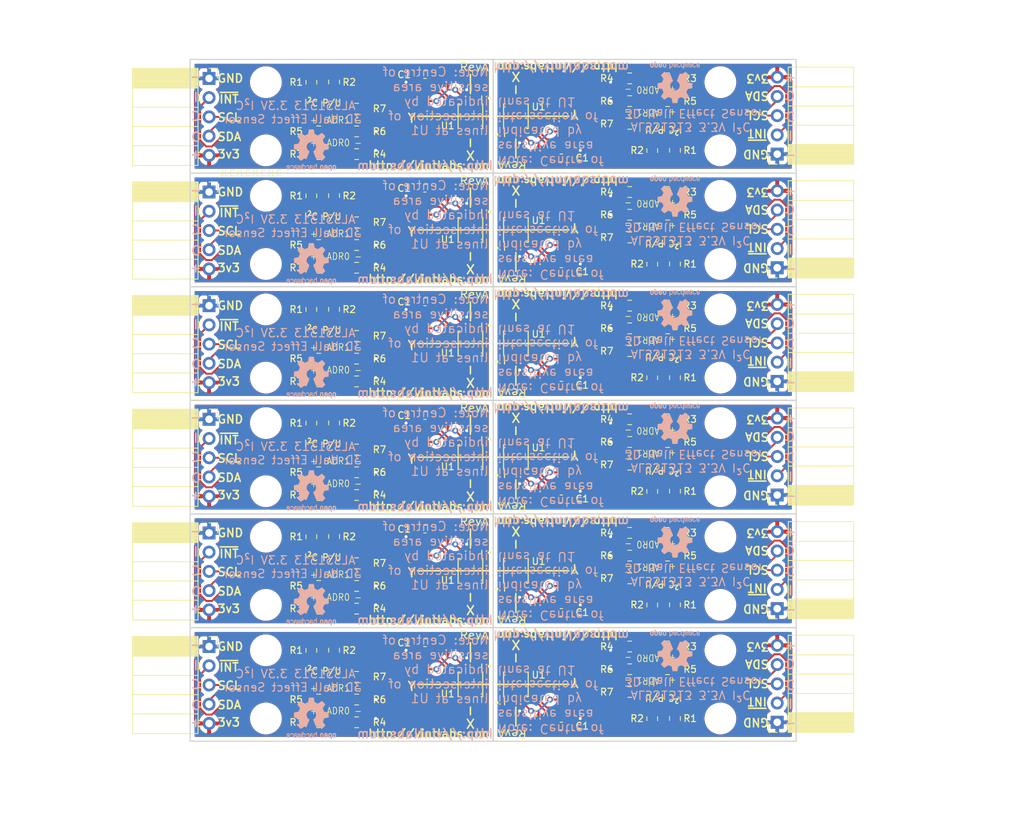
<source format=kicad_pcb>
(kicad_pcb (version 20171130) (host pcbnew 5.1.5)
  (layers (0 F.Cu signal) (31 B.Cu signal) (34 B.Paste user) (35 F.Paste user) (36 B.SilkS user) (37 F.SilkS user) (38 B.Mask user) (39 F.Mask user) (44 Edge.Cuts user))
  (net 0 "")
  (net 1 GND)
  (net 2 VCC)
  (net 3 ~INT)
  (net 4 SCL)
  (net 5 SDA)
  (net 6 ADR0)
  (net 7 ADR1)
  (net 8 "Net-(U1-Pad5)")
  (module Symbol:OSHW-Logo2_7.3x6mm_SilkScreen (layer B.Cu) (at 126 82 180)
    (fp_text reference REF** hide)
    (fp_text value OSHW-Logo2_7.3x6mm_SilkScreen hide)
  )
  (module Capacitor_SMD:C_0603_1608Metric_Pad1.05x0.95mm_HandSolder (layer F.Cu) (at 141 72 180)
    (fp_text reference C1 (at 2.75 0 180) (layer F.SilkS) (effects (font (size 0.9 0.9))))
    (fp_text value C)
    (pad 2 smd roundrect (at 0.875 0 180) (size 1.05 0.95) (layers F.Cu F.Paste F.Mask) (net 1 GND))
    (pad 1 smd roundrect (at -0.875 0 180) (size 1.05 0.95) (layers F.Cu F.Paste F.Mask) (net 2 VCC))
  )
  (module MountingHole:MountingHole_3.2mm_M3_DIN965 (layer F.Cu) (at 120 73)
    (fp_text reference REF** hide)
    (fp_text value MountingHole_3.2mm_M3_DIN965)
    (pad 1 np_thru_hole circle (at 0 0) (size 3.2 3.2) (drill 3.2) (layers *.Cu *.Mask))
  )
  (module MountingHole:MountingHole_3.2mm_M3_DIN965 (layer F.Cu) (at 120 82)
    (fp_text reference REF** hide)
    (fp_text value MountingHole_3.2mm_M3_DIN965)
    (pad 1 np_thru_hole circle (at 0 0) (size 3.2 3.2) (drill 3.2) (layers *.Cu *.Mask))
  )
  (module Package_SO:TSSOP-8_3x3mm_P0.65mm (layer F.Cu) (at 147 77.5 270)
    (fp_text reference U1 (at 1.25 3 180) (layer F.SilkS) (effects (font (size 0.9 0.9))))
    (fp_text value ALS31313)
    (pad 8 smd rect (at 2.15 -0.975 270) (size 1.1 0.4) (layers F.Cu F.Paste F.Mask) (net 4 SCL))
    (pad 7 smd rect (at 2.15 -0.325 270) (size 1.1 0.4) (layers F.Cu F.Paste F.Mask) (net 5 SDA))
    (pad 6 smd rect (at 2.15 0.325 270) (size 1.1 0.4) (layers F.Cu F.Paste F.Mask) (net 7 ADR1))
    (pad 5 smd rect (at 2.15 0.975 270) (size 1.1 0.4) (layers F.Cu F.Paste F.Mask) (net 8 "Net-(U1-Pad5)"))
    (pad 4 smd rect (at -2.15 0.975 270) (size 1.1 0.4) (layers F.Cu F.Paste F.Mask) (net 3 ~INT))
    (pad 3 smd rect (at -2.15 0.325 270) (size 1.1 0.4) (layers F.Cu F.Paste F.Mask) (net 1 GND))
    (pad 2 smd rect (at -2.15 -0.325 270) (size 1.1 0.4) (layers F.Cu F.Paste F.Mask) (net 6 ADR0))
    (pad 1 smd rect (at -2.15 -0.975 270) (size 1.1 0.4) (layers F.Cu F.Paste F.Mask) (net 2 VCC))
  )
  (module Resistor_SMD:R_0805_2012Metric_Pad1.15x1.40mm_HandSolder (layer F.Cu) (at 131.975 76.5)
    (fp_text reference R7 (at 3.025 0) (layer F.SilkS) (effects (font (size 0.9 0.9))))
    (fp_text value 10k)
    (pad 2 smd roundrect (at 1.025 0) (size 1.15 1.4) (layers F.Cu F.Paste F.Mask) (roundrect_rratio 0.217391) (net 3 ~INT))
    (pad 1 smd roundrect (at -1.025 0) (size 1.15 1.4) (layers F.Cu F.Paste F.Mask) (roundrect_rratio 0.217391) (net 2 VCC))
  )
  (module Resistor_SMD:R_0805_2012Metric_Pad1.15x1.40mm_HandSolder (layer F.Cu) (at 131.975 79.5)
    (fp_text reference R6 (at 3.025 0) (layer F.SilkS) (effects (font (size 0.9 0.9))))
    (fp_text value 10k)
    (pad 2 smd roundrect (at 1.025 0) (size 1.15 1.4) (layers F.Cu F.Paste F.Mask) (roundrect_rratio 0.217391) (net 1 GND))
    (pad 1 smd roundrect (at -1.025 0) (size 1.15 1.4) (layers F.Cu F.Paste F.Mask) (roundrect_rratio 0.217391) (net 7 ADR1))
  )
  (module Resistor_SMD:R_0805_2012Metric_Pad1.15x1.40mm_HandSolder (layer F.Cu) (at 126.975 79.5)
    (fp_text reference R5 (at -2.975 0) (layer F.SilkS) (effects (font (size 0.9 0.9))))
    (fp_text value R)
    (pad 2 smd roundrect (at 1.025 0) (size 1.15 1.4) (layers F.Cu F.Paste F.Mask) (roundrect_rratio 0.217391) (net 7 ADR1))
    (pad 1 smd roundrect (at -1.025 0) (size 1.15 1.4) (layers F.Cu F.Paste F.Mask) (roundrect_rratio 0.217391) (net 2 VCC))
  )
  (module Resistor_SMD:R_0805_2012Metric_Pad1.15x1.40mm_HandSolder (layer F.Cu) (at 131.975 82.5)
    (fp_text reference R4 (at 3.025 0) (layer F.SilkS) (effects (font (size 0.9 0.9))))
    (fp_text value 10k)
    (pad 2 smd roundrect (at 1.025 0) (size 1.15 1.4) (layers F.Cu F.Paste F.Mask) (roundrect_rratio 0.217391) (net 1 GND))
    (pad 1 smd roundrect (at -1.025 0) (size 1.15 1.4) (layers F.Cu F.Paste F.Mask) (roundrect_rratio 0.217391) (net 6 ADR0))
  )
  (module Resistor_SMD:R_0805_2012Metric_Pad1.15x1.40mm_HandSolder (layer F.Cu) (at 127 82.5)
    (fp_text reference R3 (at -3 0) (layer F.SilkS) (effects (font (size 0.9 0.9))))
    (fp_text value R)
    (pad 2 smd roundrect (at 1.025 0) (size 1.15 1.4) (layers F.Cu F.Paste F.Mask) (roundrect_rratio 0.217391) (net 6 ADR0))
    (pad 1 smd roundrect (at -1.025 0) (size 1.15 1.4) (layers F.Cu F.Paste F.Mask) (roundrect_rratio 0.217391) (net 2 VCC))
  )
  (module Resistor_SMD:R_0805_2012Metric_Pad1.15x1.40mm_HandSolder (layer F.Cu) (at 129 72.975 270)
    (fp_text reference R2 (at 0.025 -2) (layer F.SilkS) (effects (font (size 0.9 0.9))))
    (fp_text value 10k)
    (pad 2 smd roundrect (at 1.025 0 270) (size 1.15 1.4) (layers F.Cu F.Paste F.Mask) (roundrect_rratio 0.217391) (net 5 SDA))
    (pad 1 smd roundrect (at -1.025 0 270) (size 1.15 1.4) (layers F.Cu F.Paste F.Mask) (roundrect_rratio 0.217391) (net 2 VCC))
  )
  (module Resistor_SMD:R_0805_2012Metric_Pad1.15x1.40mm_HandSolder (layer F.Cu) (at 126 73 270)
    (fp_text reference R1 (at 0 2) (layer F.SilkS) (effects (font (size 0.9 0.9))))
    (fp_text value 10k)
    (pad 1 smd roundrect (at -1.025 0 270) (size 1.15 1.4) (layers F.Cu F.Paste F.Mask) (roundrect_rratio 0.217391) (net 2 VCC))
    (pad 2 smd roundrect (at 1.025 0 270) (size 1.15 1.4) (layers F.Cu F.Paste F.Mask) (roundrect_rratio 0.217391) (net 4 SCL))
  )
  (module Connector_PinSocket_2.54mm:PinSocket_1x05_P2.54mm_Horizontal (layer F.Cu) (at 112.5 72.5)
    (fp_text reference J1 (at -2.286 0) (layer F.SilkS) (effects (font (size 0.9 0.9))))
    (fp_text value Conn_01x05)
    (pad 1 thru_hole rect (at 0 0) (size 1.7 1.7) (drill 1) (layers *.Cu *.Mask) (net 1 GND))
    (pad 2 thru_hole oval (at 0 2.54) (size 1.7 1.7) (drill 1) (layers *.Cu *.Mask) (net 3 ~INT))
    (pad 3 thru_hole oval (at 0 5.08) (size 1.7 1.7) (drill 1) (layers *.Cu *.Mask) (net 4 SCL))
    (pad 4 thru_hole oval (at 0 7.62) (size 1.7 1.7) (drill 1) (layers *.Cu *.Mask) (net 5 SDA))
    (pad 5 thru_hole oval (at 0 10.16) (size 1.7 1.7) (drill 1) (layers *.Cu *.Mask) (net 2 VCC))
  )
  (module Symbol:OSHW-Logo2_7.3x6mm_SilkScreen (layer B.Cu) (at 126 97 180)
    (fp_text reference REF** hide)
    (fp_text value OSHW-Logo2_7.3x6mm_SilkScreen hide)
  )
  (module Capacitor_SMD:C_0603_1608Metric_Pad1.05x0.95mm_HandSolder (layer F.Cu) (at 141 87 180)
    (fp_text reference C1 (at 2.75 0 180) (layer F.SilkS) (effects (font (size 0.9 0.9))))
    (fp_text value C)
    (pad 2 smd roundrect (at 0.875 0 180) (size 1.05 0.95) (layers F.Cu F.Paste F.Mask) (net 1 GND))
    (pad 1 smd roundrect (at -0.875 0 180) (size 1.05 0.95) (layers F.Cu F.Paste F.Mask) (net 2 VCC))
  )
  (module MountingHole:MountingHole_3.2mm_M3_DIN965 (layer F.Cu) (at 120 88)
    (fp_text reference REF** hide)
    (fp_text value MountingHole_3.2mm_M3_DIN965)
    (pad 1 np_thru_hole circle (at 0 0) (size 3.2 3.2) (drill 3.2) (layers *.Cu *.Mask))
  )
  (module MountingHole:MountingHole_3.2mm_M3_DIN965 (layer F.Cu) (at 120 97)
    (fp_text reference REF** hide)
    (fp_text value MountingHole_3.2mm_M3_DIN965)
    (pad 1 np_thru_hole circle (at 0 0) (size 3.2 3.2) (drill 3.2) (layers *.Cu *.Mask))
  )
  (module Package_SO:TSSOP-8_3x3mm_P0.65mm (layer F.Cu) (at 147 92.5 270)
    (fp_text reference U1 (at 1.25 3 180) (layer F.SilkS) (effects (font (size 0.9 0.9))))
    (fp_text value ALS31313)
    (pad 8 smd rect (at 2.15 -0.975 270) (size 1.1 0.4) (layers F.Cu F.Paste F.Mask) (net 4 SCL))
    (pad 7 smd rect (at 2.15 -0.325 270) (size 1.1 0.4) (layers F.Cu F.Paste F.Mask) (net 5 SDA))
    (pad 6 smd rect (at 2.15 0.325 270) (size 1.1 0.4) (layers F.Cu F.Paste F.Mask) (net 7 ADR1))
    (pad 5 smd rect (at 2.15 0.975 270) (size 1.1 0.4) (layers F.Cu F.Paste F.Mask) (net 8 "Net-(U1-Pad5)"))
    (pad 4 smd rect (at -2.15 0.975 270) (size 1.1 0.4) (layers F.Cu F.Paste F.Mask) (net 3 ~INT))
    (pad 3 smd rect (at -2.15 0.325 270) (size 1.1 0.4) (layers F.Cu F.Paste F.Mask) (net 1 GND))
    (pad 2 smd rect (at -2.15 -0.325 270) (size 1.1 0.4) (layers F.Cu F.Paste F.Mask) (net 6 ADR0))
    (pad 1 smd rect (at -2.15 -0.975 270) (size 1.1 0.4) (layers F.Cu F.Paste F.Mask) (net 2 VCC))
  )
  (module Resistor_SMD:R_0805_2012Metric_Pad1.15x1.40mm_HandSolder (layer F.Cu) (at 131.975 91.5)
    (fp_text reference R7 (at 3.025 0) (layer F.SilkS) (effects (font (size 0.9 0.9))))
    (fp_text value 10k)
    (pad 2 smd roundrect (at 1.025 0) (size 1.15 1.4) (layers F.Cu F.Paste F.Mask) (roundrect_rratio 0.217391) (net 3 ~INT))
    (pad 1 smd roundrect (at -1.025 0) (size 1.15 1.4) (layers F.Cu F.Paste F.Mask) (roundrect_rratio 0.217391) (net 2 VCC))
  )
  (module Resistor_SMD:R_0805_2012Metric_Pad1.15x1.40mm_HandSolder (layer F.Cu) (at 131.975 94.5)
    (fp_text reference R6 (at 3.025 0) (layer F.SilkS) (effects (font (size 0.9 0.9))))
    (fp_text value 10k)
    (pad 2 smd roundrect (at 1.025 0) (size 1.15 1.4) (layers F.Cu F.Paste F.Mask) (roundrect_rratio 0.217391) (net 1 GND))
    (pad 1 smd roundrect (at -1.025 0) (size 1.15 1.4) (layers F.Cu F.Paste F.Mask) (roundrect_rratio 0.217391) (net 7 ADR1))
  )
  (module Resistor_SMD:R_0805_2012Metric_Pad1.15x1.40mm_HandSolder (layer F.Cu) (at 126.975 94.5)
    (fp_text reference R5 (at -2.975 0) (layer F.SilkS) (effects (font (size 0.9 0.9))))
    (fp_text value R)
    (pad 2 smd roundrect (at 1.025 0) (size 1.15 1.4) (layers F.Cu F.Paste F.Mask) (roundrect_rratio 0.217391) (net 7 ADR1))
    (pad 1 smd roundrect (at -1.025 0) (size 1.15 1.4) (layers F.Cu F.Paste F.Mask) (roundrect_rratio 0.217391) (net 2 VCC))
  )
  (module Resistor_SMD:R_0805_2012Metric_Pad1.15x1.40mm_HandSolder (layer F.Cu) (at 131.975 97.5)
    (fp_text reference R4 (at 3.025 0) (layer F.SilkS) (effects (font (size 0.9 0.9))))
    (fp_text value 10k)
    (pad 2 smd roundrect (at 1.025 0) (size 1.15 1.4) (layers F.Cu F.Paste F.Mask) (roundrect_rratio 0.217391) (net 1 GND))
    (pad 1 smd roundrect (at -1.025 0) (size 1.15 1.4) (layers F.Cu F.Paste F.Mask) (roundrect_rratio 0.217391) (net 6 ADR0))
  )
  (module Resistor_SMD:R_0805_2012Metric_Pad1.15x1.40mm_HandSolder (layer F.Cu) (at 127 97.5)
    (fp_text reference R3 (at -3 0) (layer F.SilkS) (effects (font (size 0.9 0.9))))
    (fp_text value R)
    (pad 2 smd roundrect (at 1.025 0) (size 1.15 1.4) (layers F.Cu F.Paste F.Mask) (roundrect_rratio 0.217391) (net 6 ADR0))
    (pad 1 smd roundrect (at -1.025 0) (size 1.15 1.4) (layers F.Cu F.Paste F.Mask) (roundrect_rratio 0.217391) (net 2 VCC))
  )
  (module Resistor_SMD:R_0805_2012Metric_Pad1.15x1.40mm_HandSolder (layer F.Cu) (at 129 87.975 270)
    (fp_text reference R2 (at 0.025 -2) (layer F.SilkS) (effects (font (size 0.9 0.9))))
    (fp_text value 10k)
    (pad 2 smd roundrect (at 1.025 0 270) (size 1.15 1.4) (layers F.Cu F.Paste F.Mask) (roundrect_rratio 0.217391) (net 5 SDA))
    (pad 1 smd roundrect (at -1.025 0 270) (size 1.15 1.4) (layers F.Cu F.Paste F.Mask) (roundrect_rratio 0.217391) (net 2 VCC))
  )
  (module Resistor_SMD:R_0805_2012Metric_Pad1.15x1.40mm_HandSolder (layer F.Cu) (at 126 88 270)
    (fp_text reference R1 (at 0 2) (layer F.SilkS) (effects (font (size 0.9 0.9))))
    (fp_text value 10k)
    (pad 1 smd roundrect (at -1.025 0 270) (size 1.15 1.4) (layers F.Cu F.Paste F.Mask) (roundrect_rratio 0.217391) (net 2 VCC))
    (pad 2 smd roundrect (at 1.025 0 270) (size 1.15 1.4) (layers F.Cu F.Paste F.Mask) (roundrect_rratio 0.217391) (net 4 SCL))
  )
  (module Connector_PinSocket_2.54mm:PinSocket_1x05_P2.54mm_Horizontal (layer F.Cu) (at 112.5 87.5)
    (fp_text reference J1 (at -2.286 0) (layer F.SilkS) (effects (font (size 0.9 0.9))))
    (fp_text value Conn_01x05)
    (pad 1 thru_hole rect (at 0 0) (size 1.7 1.7) (drill 1) (layers *.Cu *.Mask) (net 1 GND))
    (pad 2 thru_hole oval (at 0 2.54) (size 1.7 1.7) (drill 1) (layers *.Cu *.Mask) (net 3 ~INT))
    (pad 3 thru_hole oval (at 0 5.08) (size 1.7 1.7) (drill 1) (layers *.Cu *.Mask) (net 4 SCL))
    (pad 4 thru_hole oval (at 0 7.62) (size 1.7 1.7) (drill 1) (layers *.Cu *.Mask) (net 5 SDA))
    (pad 5 thru_hole oval (at 0 10.16) (size 1.7 1.7) (drill 1) (layers *.Cu *.Mask) (net 2 VCC))
  )
  (module Symbol:OSHW-Logo2_7.3x6mm_SilkScreen (layer B.Cu) (at 126 112 180)
    (fp_text reference REF** hide)
    (fp_text value OSHW-Logo2_7.3x6mm_SilkScreen hide)
  )
  (module Capacitor_SMD:C_0603_1608Metric_Pad1.05x0.95mm_HandSolder (layer F.Cu) (at 141 102 180)
    (fp_text reference C1 (at 2.75 0 180) (layer F.SilkS) (effects (font (size 0.9 0.9))))
    (fp_text value C)
    (pad 2 smd roundrect (at 0.875 0 180) (size 1.05 0.95) (layers F.Cu F.Paste F.Mask) (net 1 GND))
    (pad 1 smd roundrect (at -0.875 0 180) (size 1.05 0.95) (layers F.Cu F.Paste F.Mask) (net 2 VCC))
  )
  (module MountingHole:MountingHole_3.2mm_M3_DIN965 (layer F.Cu) (at 120 103)
    (fp_text reference REF** hide)
    (fp_text value MountingHole_3.2mm_M3_DIN965)
    (pad 1 np_thru_hole circle (at 0 0) (size 3.2 3.2) (drill 3.2) (layers *.Cu *.Mask))
  )
  (module MountingHole:MountingHole_3.2mm_M3_DIN965 (layer F.Cu) (at 120 112)
    (fp_text reference REF** hide)
    (fp_text value MountingHole_3.2mm_M3_DIN965)
    (pad 1 np_thru_hole circle (at 0 0) (size 3.2 3.2) (drill 3.2) (layers *.Cu *.Mask))
  )
  (module Package_SO:TSSOP-8_3x3mm_P0.65mm (layer F.Cu) (at 147 107.5 270)
    (fp_text reference U1 (at 1.25 3 180) (layer F.SilkS) (effects (font (size 0.9 0.9))))
    (fp_text value ALS31313)
    (pad 8 smd rect (at 2.15 -0.975 270) (size 1.1 0.4) (layers F.Cu F.Paste F.Mask) (net 4 SCL))
    (pad 7 smd rect (at 2.15 -0.325 270) (size 1.1 0.4) (layers F.Cu F.Paste F.Mask) (net 5 SDA))
    (pad 6 smd rect (at 2.15 0.325 270) (size 1.1 0.4) (layers F.Cu F.Paste F.Mask) (net 7 ADR1))
    (pad 5 smd rect (at 2.15 0.975 270) (size 1.1 0.4) (layers F.Cu F.Paste F.Mask) (net 8 "Net-(U1-Pad5)"))
    (pad 4 smd rect (at -2.15 0.975 270) (size 1.1 0.4) (layers F.Cu F.Paste F.Mask) (net 3 ~INT))
    (pad 3 smd rect (at -2.15 0.325 270) (size 1.1 0.4) (layers F.Cu F.Paste F.Mask) (net 1 GND))
    (pad 2 smd rect (at -2.15 -0.325 270) (size 1.1 0.4) (layers F.Cu F.Paste F.Mask) (net 6 ADR0))
    (pad 1 smd rect (at -2.15 -0.975 270) (size 1.1 0.4) (layers F.Cu F.Paste F.Mask) (net 2 VCC))
  )
  (module Resistor_SMD:R_0805_2012Metric_Pad1.15x1.40mm_HandSolder (layer F.Cu) (at 131.975 106.5)
    (fp_text reference R7 (at 3.025 0) (layer F.SilkS) (effects (font (size 0.9 0.9))))
    (fp_text value 10k)
    (pad 2 smd roundrect (at 1.025 0) (size 1.15 1.4) (layers F.Cu F.Paste F.Mask) (roundrect_rratio 0.217391) (net 3 ~INT))
    (pad 1 smd roundrect (at -1.025 0) (size 1.15 1.4) (layers F.Cu F.Paste F.Mask) (roundrect_rratio 0.217391) (net 2 VCC))
  )
  (module Resistor_SMD:R_0805_2012Metric_Pad1.15x1.40mm_HandSolder (layer F.Cu) (at 131.975 109.5)
    (fp_text reference R6 (at 3.025 0) (layer F.SilkS) (effects (font (size 0.9 0.9))))
    (fp_text value 10k)
    (pad 2 smd roundrect (at 1.025 0) (size 1.15 1.4) (layers F.Cu F.Paste F.Mask) (roundrect_rratio 0.217391) (net 1 GND))
    (pad 1 smd roundrect (at -1.025 0) (size 1.15 1.4) (layers F.Cu F.Paste F.Mask) (roundrect_rratio 0.217391) (net 7 ADR1))
  )
  (module Resistor_SMD:R_0805_2012Metric_Pad1.15x1.40mm_HandSolder (layer F.Cu) (at 126.975 109.5)
    (fp_text reference R5 (at -2.975 0) (layer F.SilkS) (effects (font (size 0.9 0.9))))
    (fp_text value R)
    (pad 2 smd roundrect (at 1.025 0) (size 1.15 1.4) (layers F.Cu F.Paste F.Mask) (roundrect_rratio 0.217391) (net 7 ADR1))
    (pad 1 smd roundrect (at -1.025 0) (size 1.15 1.4) (layers F.Cu F.Paste F.Mask) (roundrect_rratio 0.217391) (net 2 VCC))
  )
  (module Resistor_SMD:R_0805_2012Metric_Pad1.15x1.40mm_HandSolder (layer F.Cu) (at 131.975 112.5)
    (fp_text reference R4 (at 3.025 0) (layer F.SilkS) (effects (font (size 0.9 0.9))))
    (fp_text value 10k)
    (pad 2 smd roundrect (at 1.025 0) (size 1.15 1.4) (layers F.Cu F.Paste F.Mask) (roundrect_rratio 0.217391) (net 1 GND))
    (pad 1 smd roundrect (at -1.025 0) (size 1.15 1.4) (layers F.Cu F.Paste F.Mask) (roundrect_rratio 0.217391) (net 6 ADR0))
  )
  (module Resistor_SMD:R_0805_2012Metric_Pad1.15x1.40mm_HandSolder (layer F.Cu) (at 127 112.5)
    (fp_text reference R3 (at -3 0) (layer F.SilkS) (effects (font (size 0.9 0.9))))
    (fp_text value R)
    (pad 2 smd roundrect (at 1.025 0) (size 1.15 1.4) (layers F.Cu F.Paste F.Mask) (roundrect_rratio 0.217391) (net 6 ADR0))
    (pad 1 smd roundrect (at -1.025 0) (size 1.15 1.4) (layers F.Cu F.Paste F.Mask) (roundrect_rratio 0.217391) (net 2 VCC))
  )
  (module Resistor_SMD:R_0805_2012Metric_Pad1.15x1.40mm_HandSolder (layer F.Cu) (at 129 102.975 270)
    (fp_text reference R2 (at 0.025 -2) (layer F.SilkS) (effects (font (size 0.9 0.9))))
    (fp_text value 10k)
    (pad 2 smd roundrect (at 1.025 0 270) (size 1.15 1.4) (layers F.Cu F.Paste F.Mask) (roundrect_rratio 0.217391) (net 5 SDA))
    (pad 1 smd roundrect (at -1.025 0 270) (size 1.15 1.4) (layers F.Cu F.Paste F.Mask) (roundrect_rratio 0.217391) (net 2 VCC))
  )
  (module Resistor_SMD:R_0805_2012Metric_Pad1.15x1.40mm_HandSolder (layer F.Cu) (at 126 103 270)
    (fp_text reference R1 (at 0 2) (layer F.SilkS) (effects (font (size 0.9 0.9))))
    (fp_text value 10k)
    (pad 1 smd roundrect (at -1.025 0 270) (size 1.15 1.4) (layers F.Cu F.Paste F.Mask) (roundrect_rratio 0.217391) (net 2 VCC))
    (pad 2 smd roundrect (at 1.025 0 270) (size 1.15 1.4) (layers F.Cu F.Paste F.Mask) (roundrect_rratio 0.217391) (net 4 SCL))
  )
  (module Connector_PinSocket_2.54mm:PinSocket_1x05_P2.54mm_Horizontal (layer F.Cu) (at 112.5 102.5)
    (fp_text reference J1 (at -2.286 0) (layer F.SilkS) (effects (font (size 0.9 0.9))))
    (fp_text value Conn_01x05)
    (pad 1 thru_hole rect (at 0 0) (size 1.7 1.7) (drill 1) (layers *.Cu *.Mask) (net 1 GND))
    (pad 2 thru_hole oval (at 0 2.54) (size 1.7 1.7) (drill 1) (layers *.Cu *.Mask) (net 3 ~INT))
    (pad 3 thru_hole oval (at 0 5.08) (size 1.7 1.7) (drill 1) (layers *.Cu *.Mask) (net 4 SCL))
    (pad 4 thru_hole oval (at 0 7.62) (size 1.7 1.7) (drill 1) (layers *.Cu *.Mask) (net 5 SDA))
    (pad 5 thru_hole oval (at 0 10.16) (size 1.7 1.7) (drill 1) (layers *.Cu *.Mask) (net 2 VCC))
  )
  (module Symbol:OSHW-Logo2_7.3x6mm_SilkScreen (layer B.Cu) (at 126 127 180)
    (fp_text reference REF** hide)
    (fp_text value OSHW-Logo2_7.3x6mm_SilkScreen hide)
  )
  (module Capacitor_SMD:C_0603_1608Metric_Pad1.05x0.95mm_HandSolder (layer F.Cu) (at 141 117 180)
    (fp_text reference C1 (at 2.75 0 180) (layer F.SilkS) (effects (font (size 0.9 0.9))))
    (fp_text value C)
    (pad 2 smd roundrect (at 0.875 0 180) (size 1.05 0.95) (layers F.Cu F.Paste F.Mask) (net 1 GND))
    (pad 1 smd roundrect (at -0.875 0 180) (size 1.05 0.95) (layers F.Cu F.Paste F.Mask) (net 2 VCC))
  )
  (module MountingHole:MountingHole_3.2mm_M3_DIN965 (layer F.Cu) (at 120 118)
    (fp_text reference REF** hide)
    (fp_text value MountingHole_3.2mm_M3_DIN965)
    (pad 1 np_thru_hole circle (at 0 0) (size 3.2 3.2) (drill 3.2) (layers *.Cu *.Mask))
  )
  (module MountingHole:MountingHole_3.2mm_M3_DIN965 (layer F.Cu) (at 120 127)
    (fp_text reference REF** hide)
    (fp_text value MountingHole_3.2mm_M3_DIN965)
    (pad 1 np_thru_hole circle (at 0 0) (size 3.2 3.2) (drill 3.2) (layers *.Cu *.Mask))
  )
  (module Package_SO:TSSOP-8_3x3mm_P0.65mm (layer F.Cu) (at 147 122.5 270)
    (fp_text reference U1 (at 1.25 3 180) (layer F.SilkS) (effects (font (size 0.9 0.9))))
    (fp_text value ALS31313)
    (pad 8 smd rect (at 2.15 -0.975 270) (size 1.1 0.4) (layers F.Cu F.Paste F.Mask) (net 4 SCL))
    (pad 7 smd rect (at 2.15 -0.325 270) (size 1.1 0.4) (layers F.Cu F.Paste F.Mask) (net 5 SDA))
    (pad 6 smd rect (at 2.15 0.325 270) (size 1.1 0.4) (layers F.Cu F.Paste F.Mask) (net 7 ADR1))
    (pad 5 smd rect (at 2.15 0.975 270) (size 1.1 0.4) (layers F.Cu F.Paste F.Mask) (net 8 "Net-(U1-Pad5)"))
    (pad 4 smd rect (at -2.15 0.975 270) (size 1.1 0.4) (layers F.Cu F.Paste F.Mask) (net 3 ~INT))
    (pad 3 smd rect (at -2.15 0.325 270) (size 1.1 0.4) (layers F.Cu F.Paste F.Mask) (net 1 GND))
    (pad 2 smd rect (at -2.15 -0.325 270) (size 1.1 0.4) (layers F.Cu F.Paste F.Mask) (net 6 ADR0))
    (pad 1 smd rect (at -2.15 -0.975 270) (size 1.1 0.4) (layers F.Cu F.Paste F.Mask) (net 2 VCC))
  )
  (module Resistor_SMD:R_0805_2012Metric_Pad1.15x1.40mm_HandSolder (layer F.Cu) (at 131.975 121.5)
    (fp_text reference R7 (at 3.025 0) (layer F.SilkS) (effects (font (size 0.9 0.9))))
    (fp_text value 10k)
    (pad 2 smd roundrect (at 1.025 0) (size 1.15 1.4) (layers F.Cu F.Paste F.Mask) (roundrect_rratio 0.217391) (net 3 ~INT))
    (pad 1 smd roundrect (at -1.025 0) (size 1.15 1.4) (layers F.Cu F.Paste F.Mask) (roundrect_rratio 0.217391) (net 2 VCC))
  )
  (module Resistor_SMD:R_0805_2012Metric_Pad1.15x1.40mm_HandSolder (layer F.Cu) (at 131.975 124.5)
    (fp_text reference R6 (at 3.025 0) (layer F.SilkS) (effects (font (size 0.9 0.9))))
    (fp_text value 10k)
    (pad 2 smd roundrect (at 1.025 0) (size 1.15 1.4) (layers F.Cu F.Paste F.Mask) (roundrect_rratio 0.217391) (net 1 GND))
    (pad 1 smd roundrect (at -1.025 0) (size 1.15 1.4) (layers F.Cu F.Paste F.Mask) (roundrect_rratio 0.217391) (net 7 ADR1))
  )
  (module Resistor_SMD:R_0805_2012Metric_Pad1.15x1.40mm_HandSolder (layer F.Cu) (at 126.975 124.5)
    (fp_text reference R5 (at -2.975 0) (layer F.SilkS) (effects (font (size 0.9 0.9))))
    (fp_text value R)
    (pad 2 smd roundrect (at 1.025 0) (size 1.15 1.4) (layers F.Cu F.Paste F.Mask) (roundrect_rratio 0.217391) (net 7 ADR1))
    (pad 1 smd roundrect (at -1.025 0) (size 1.15 1.4) (layers F.Cu F.Paste F.Mask) (roundrect_rratio 0.217391) (net 2 VCC))
  )
  (module Resistor_SMD:R_0805_2012Metric_Pad1.15x1.40mm_HandSolder (layer F.Cu) (at 131.975 127.5)
    (fp_text reference R4 (at 3.025 0) (layer F.SilkS) (effects (font (size 0.9 0.9))))
    (fp_text value 10k)
    (pad 2 smd roundrect (at 1.025 0) (size 1.15 1.4) (layers F.Cu F.Paste F.Mask) (roundrect_rratio 0.217391) (net 1 GND))
    (pad 1 smd roundrect (at -1.025 0) (size 1.15 1.4) (layers F.Cu F.Paste F.Mask) (roundrect_rratio 0.217391) (net 6 ADR0))
  )
  (module Resistor_SMD:R_0805_2012Metric_Pad1.15x1.40mm_HandSolder (layer F.Cu) (at 127 127.5)
    (fp_text reference R3 (at -3 0) (layer F.SilkS) (effects (font (size 0.9 0.9))))
    (fp_text value R)
    (pad 2 smd roundrect (at 1.025 0) (size 1.15 1.4) (layers F.Cu F.Paste F.Mask) (roundrect_rratio 0.217391) (net 6 ADR0))
    (pad 1 smd roundrect (at -1.025 0) (size 1.15 1.4) (layers F.Cu F.Paste F.Mask) (roundrect_rratio 0.217391) (net 2 VCC))
  )
  (module Resistor_SMD:R_0805_2012Metric_Pad1.15x1.40mm_HandSolder (layer F.Cu) (at 129 117.975 270)
    (fp_text reference R2 (at 0.025 -2) (layer F.SilkS) (effects (font (size 0.9 0.9))))
    (fp_text value 10k)
    (pad 2 smd roundrect (at 1.025 0 270) (size 1.15 1.4) (layers F.Cu F.Paste F.Mask) (roundrect_rratio 0.217391) (net 5 SDA))
    (pad 1 smd roundrect (at -1.025 0 270) (size 1.15 1.4) (layers F.Cu F.Paste F.Mask) (roundrect_rratio 0.217391) (net 2 VCC))
  )
  (module Resistor_SMD:R_0805_2012Metric_Pad1.15x1.40mm_HandSolder (layer F.Cu) (at 126 118 270)
    (fp_text reference R1 (at 0 2) (layer F.SilkS) (effects (font (size 0.9 0.9))))
    (fp_text value 10k)
    (pad 1 smd roundrect (at -1.025 0 270) (size 1.15 1.4) (layers F.Cu F.Paste F.Mask) (roundrect_rratio 0.217391) (net 2 VCC))
    (pad 2 smd roundrect (at 1.025 0 270) (size 1.15 1.4) (layers F.Cu F.Paste F.Mask) (roundrect_rratio 0.217391) (net 4 SCL))
  )
  (module Connector_PinSocket_2.54mm:PinSocket_1x05_P2.54mm_Horizontal (layer F.Cu) (at 112.5 117.5)
    (fp_text reference J1 (at -2.286 0) (layer F.SilkS) (effects (font (size 0.9 0.9))))
    (fp_text value Conn_01x05)
    (pad 1 thru_hole rect (at 0 0) (size 1.7 1.7) (drill 1) (layers *.Cu *.Mask) (net 1 GND))
    (pad 2 thru_hole oval (at 0 2.54) (size 1.7 1.7) (drill 1) (layers *.Cu *.Mask) (net 3 ~INT))
    (pad 3 thru_hole oval (at 0 5.08) (size 1.7 1.7) (drill 1) (layers *.Cu *.Mask) (net 4 SCL))
    (pad 4 thru_hole oval (at 0 7.62) (size 1.7 1.7) (drill 1) (layers *.Cu *.Mask) (net 5 SDA))
    (pad 5 thru_hole oval (at 0 10.16) (size 1.7 1.7) (drill 1) (layers *.Cu *.Mask) (net 2 VCC))
  )
  (module Symbol:OSHW-Logo2_7.3x6mm_SilkScreen (layer B.Cu) (at 126 142 180)
    (fp_text reference REF** hide)
    (fp_text value OSHW-Logo2_7.3x6mm_SilkScreen hide)
  )
  (module Capacitor_SMD:C_0603_1608Metric_Pad1.05x0.95mm_HandSolder (layer F.Cu) (at 141 132 180)
    (fp_text reference C1 (at 2.75 0 180) (layer F.SilkS) (effects (font (size 0.9 0.9))))
    (fp_text value C)
    (pad 2 smd roundrect (at 0.875 0 180) (size 1.05 0.95) (layers F.Cu F.Paste F.Mask) (net 1 GND))
    (pad 1 smd roundrect (at -0.875 0 180) (size 1.05 0.95) (layers F.Cu F.Paste F.Mask) (net 2 VCC))
  )
  (module MountingHole:MountingHole_3.2mm_M3_DIN965 (layer F.Cu) (at 120 133)
    (fp_text reference REF** hide)
    (fp_text value MountingHole_3.2mm_M3_DIN965)
    (pad 1 np_thru_hole circle (at 0 0) (size 3.2 3.2) (drill 3.2) (layers *.Cu *.Mask))
  )
  (module MountingHole:MountingHole_3.2mm_M3_DIN965 (layer F.Cu) (at 120 142)
    (fp_text reference REF** hide)
    (fp_text value MountingHole_3.2mm_M3_DIN965)
    (pad 1 np_thru_hole circle (at 0 0) (size 3.2 3.2) (drill 3.2) (layers *.Cu *.Mask))
  )
  (module Package_SO:TSSOP-8_3x3mm_P0.65mm (layer F.Cu) (at 147 137.5 270)
    (fp_text reference U1 (at 1.25 3 180) (layer F.SilkS) (effects (font (size 0.9 0.9))))
    (fp_text value ALS31313)
    (pad 8 smd rect (at 2.15 -0.975 270) (size 1.1 0.4) (layers F.Cu F.Paste F.Mask) (net 4 SCL))
    (pad 7 smd rect (at 2.15 -0.325 270) (size 1.1 0.4) (layers F.Cu F.Paste F.Mask) (net 5 SDA))
    (pad 6 smd rect (at 2.15 0.325 270) (size 1.1 0.4) (layers F.Cu F.Paste F.Mask) (net 7 ADR1))
    (pad 5 smd rect (at 2.15 0.975 270) (size 1.1 0.4) (layers F.Cu F.Paste F.Mask) (net 8 "Net-(U1-Pad5)"))
    (pad 4 smd rect (at -2.15 0.975 270) (size 1.1 0.4) (layers F.Cu F.Paste F.Mask) (net 3 ~INT))
    (pad 3 smd rect (at -2.15 0.325 270) (size 1.1 0.4) (layers F.Cu F.Paste F.Mask) (net 1 GND))
    (pad 2 smd rect (at -2.15 -0.325 270) (size 1.1 0.4) (layers F.Cu F.Paste F.Mask) (net 6 ADR0))
    (pad 1 smd rect (at -2.15 -0.975 270) (size 1.1 0.4) (layers F.Cu F.Paste F.Mask) (net 2 VCC))
  )
  (module Resistor_SMD:R_0805_2012Metric_Pad1.15x1.40mm_HandSolder (layer F.Cu) (at 131.975 136.5)
    (fp_text reference R7 (at 3.025 0) (layer F.SilkS) (effects (font (size 0.9 0.9))))
    (fp_text value 10k)
    (pad 2 smd roundrect (at 1.025 0) (size 1.15 1.4) (layers F.Cu F.Paste F.Mask) (roundrect_rratio 0.217391) (net 3 ~INT))
    (pad 1 smd roundrect (at -1.025 0) (size 1.15 1.4) (layers F.Cu F.Paste F.Mask) (roundrect_rratio 0.217391) (net 2 VCC))
  )
  (module Resistor_SMD:R_0805_2012Metric_Pad1.15x1.40mm_HandSolder (layer F.Cu) (at 131.975 139.5)
    (fp_text reference R6 (at 3.025 0) (layer F.SilkS) (effects (font (size 0.9 0.9))))
    (fp_text value 10k)
    (pad 2 smd roundrect (at 1.025 0) (size 1.15 1.4) (layers F.Cu F.Paste F.Mask) (roundrect_rratio 0.217391) (net 1 GND))
    (pad 1 smd roundrect (at -1.025 0) (size 1.15 1.4) (layers F.Cu F.Paste F.Mask) (roundrect_rratio 0.217391) (net 7 ADR1))
  )
  (module Resistor_SMD:R_0805_2012Metric_Pad1.15x1.40mm_HandSolder (layer F.Cu) (at 126.975 139.5)
    (fp_text reference R5 (at -2.975 0) (layer F.SilkS) (effects (font (size 0.9 0.9))))
    (fp_text value R)
    (pad 2 smd roundrect (at 1.025 0) (size 1.15 1.4) (layers F.Cu F.Paste F.Mask) (roundrect_rratio 0.217391) (net 7 ADR1))
    (pad 1 smd roundrect (at -1.025 0) (size 1.15 1.4) (layers F.Cu F.Paste F.Mask) (roundrect_rratio 0.217391) (net 2 VCC))
  )
  (module Resistor_SMD:R_0805_2012Metric_Pad1.15x1.40mm_HandSolder (layer F.Cu) (at 131.975 142.5)
    (fp_text reference R4 (at 3.025 0) (layer F.SilkS) (effects (font (size 0.9 0.9))))
    (fp_text value 10k)
    (pad 2 smd roundrect (at 1.025 0) (size 1.15 1.4) (layers F.Cu F.Paste F.Mask) (roundrect_rratio 0.217391) (net 1 GND))
    (pad 1 smd roundrect (at -1.025 0) (size 1.15 1.4) (layers F.Cu F.Paste F.Mask) (roundrect_rratio 0.217391) (net 6 ADR0))
  )
  (module Resistor_SMD:R_0805_2012Metric_Pad1.15x1.40mm_HandSolder (layer F.Cu) (at 127 142.5)
    (fp_text reference R3 (at -3 0) (layer F.SilkS) (effects (font (size 0.9 0.9))))
    (fp_text value R)
    (pad 2 smd roundrect (at 1.025 0) (size 1.15 1.4) (layers F.Cu F.Paste F.Mask) (roundrect_rratio 0.217391) (net 6 ADR0))
    (pad 1 smd roundrect (at -1.025 0) (size 1.15 1.4) (layers F.Cu F.Paste F.Mask) (roundrect_rratio 0.217391) (net 2 VCC))
  )
  (module Resistor_SMD:R_0805_2012Metric_Pad1.15x1.40mm_HandSolder (layer F.Cu) (at 129 132.975 270)
    (fp_text reference R2 (at 0.025 -2) (layer F.SilkS) (effects (font (size 0.9 0.9))))
    (fp_text value 10k)
    (pad 2 smd roundrect (at 1.025 0 270) (size 1.15 1.4) (layers F.Cu F.Paste F.Mask) (roundrect_rratio 0.217391) (net 5 SDA))
    (pad 1 smd roundrect (at -1.025 0 270) (size 1.15 1.4) (layers F.Cu F.Paste F.Mask) (roundrect_rratio 0.217391) (net 2 VCC))
  )
  (module Resistor_SMD:R_0805_2012Metric_Pad1.15x1.40mm_HandSolder (layer F.Cu) (at 126 133 270)
    (fp_text reference R1 (at 0 2) (layer F.SilkS) (effects (font (size 0.9 0.9))))
    (fp_text value 10k)
    (pad 1 smd roundrect (at -1.025 0 270) (size 1.15 1.4) (layers F.Cu F.Paste F.Mask) (roundrect_rratio 0.217391) (net 2 VCC))
    (pad 2 smd roundrect (at 1.025 0 270) (size 1.15 1.4) (layers F.Cu F.Paste F.Mask) (roundrect_rratio 0.217391) (net 4 SCL))
  )
  (module Connector_PinSocket_2.54mm:PinSocket_1x05_P2.54mm_Horizontal (layer F.Cu) (at 112.5 132.5)
    (fp_text reference J1 (at -2.286 0) (layer F.SilkS) (effects (font (size 0.9 0.9))))
    (fp_text value Conn_01x05)
    (pad 1 thru_hole rect (at 0 0) (size 1.7 1.7) (drill 1) (layers *.Cu *.Mask) (net 1 GND))
    (pad 2 thru_hole oval (at 0 2.54) (size 1.7 1.7) (drill 1) (layers *.Cu *.Mask) (net 3 ~INT))
    (pad 3 thru_hole oval (at 0 5.08) (size 1.7 1.7) (drill 1) (layers *.Cu *.Mask) (net 4 SCL))
    (pad 4 thru_hole oval (at 0 7.62) (size 1.7 1.7) (drill 1) (layers *.Cu *.Mask) (net 5 SDA))
    (pad 5 thru_hole oval (at 0 10.16) (size 1.7 1.7) (drill 1) (layers *.Cu *.Mask) (net 2 VCC))
  )
  (module Symbol:OSHW-Logo2_7.3x6mm_SilkScreen (layer B.Cu) (at 126 157 180)
    (fp_text reference REF** hide)
    (fp_text value OSHW-Logo2_7.3x6mm_SilkScreen hide)
  )
  (module Capacitor_SMD:C_0603_1608Metric_Pad1.05x0.95mm_HandSolder (layer F.Cu) (at 141 147 180)
    (fp_text reference C1 (at 2.75 0 180) (layer F.SilkS) (effects (font (size 0.9 0.9))))
    (fp_text value C)
    (pad 2 smd roundrect (at 0.875 0 180) (size 1.05 0.95) (layers F.Cu F.Paste F.Mask) (net 1 GND))
    (pad 1 smd roundrect (at -0.875 0 180) (size 1.05 0.95) (layers F.Cu F.Paste F.Mask) (net 2 VCC))
  )
  (module MountingHole:MountingHole_3.2mm_M3_DIN965 (layer F.Cu) (at 120 148)
    (fp_text reference REF** hide)
    (fp_text value MountingHole_3.2mm_M3_DIN965)
    (pad 1 np_thru_hole circle (at 0 0) (size 3.2 3.2) (drill 3.2) (layers *.Cu *.Mask))
  )
  (module MountingHole:MountingHole_3.2mm_M3_DIN965 (layer F.Cu) (at 120 157)
    (fp_text reference REF** hide)
    (fp_text value MountingHole_3.2mm_M3_DIN965)
    (pad 1 np_thru_hole circle (at 0 0) (size 3.2 3.2) (drill 3.2) (layers *.Cu *.Mask))
  )
  (module Package_SO:TSSOP-8_3x3mm_P0.65mm (layer F.Cu) (at 147 152.5 270)
    (fp_text reference U1 (at 1.25 3 180) (layer F.SilkS) (effects (font (size 0.9 0.9))))
    (fp_text value ALS31313)
    (pad 8 smd rect (at 2.15 -0.975 270) (size 1.1 0.4) (layers F.Cu F.Paste F.Mask) (net 4 SCL))
    (pad 7 smd rect (at 2.15 -0.325 270) (size 1.1 0.4) (layers F.Cu F.Paste F.Mask) (net 5 SDA))
    (pad 6 smd rect (at 2.15 0.325 270) (size 1.1 0.4) (layers F.Cu F.Paste F.Mask) (net 7 ADR1))
    (pad 5 smd rect (at 2.15 0.975 270) (size 1.1 0.4) (layers F.Cu F.Paste F.Mask) (net 8 "Net-(U1-Pad5)"))
    (pad 4 smd rect (at -2.15 0.975 270) (size 1.1 0.4) (layers F.Cu F.Paste F.Mask) (net 3 ~INT))
    (pad 3 smd rect (at -2.15 0.325 270) (size 1.1 0.4) (layers F.Cu F.Paste F.Mask) (net 1 GND))
    (pad 2 smd rect (at -2.15 -0.325 270) (size 1.1 0.4) (layers F.Cu F.Paste F.Mask) (net 6 ADR0))
    (pad 1 smd rect (at -2.15 -0.975 270) (size 1.1 0.4) (layers F.Cu F.Paste F.Mask) (net 2 VCC))
  )
  (module Resistor_SMD:R_0805_2012Metric_Pad1.15x1.40mm_HandSolder (layer F.Cu) (at 131.975 151.5)
    (fp_text reference R7 (at 3.025 0) (layer F.SilkS) (effects (font (size 0.9 0.9))))
    (fp_text value 10k)
    (pad 2 smd roundrect (at 1.025 0) (size 1.15 1.4) (layers F.Cu F.Paste F.Mask) (roundrect_rratio 0.217391) (net 3 ~INT))
    (pad 1 smd roundrect (at -1.025 0) (size 1.15 1.4) (layers F.Cu F.Paste F.Mask) (roundrect_rratio 0.217391) (net 2 VCC))
  )
  (module Resistor_SMD:R_0805_2012Metric_Pad1.15x1.40mm_HandSolder (layer F.Cu) (at 131.975 154.5)
    (fp_text reference R6 (at 3.025 0) (layer F.SilkS) (effects (font (size 0.9 0.9))))
    (fp_text value 10k)
    (pad 2 smd roundrect (at 1.025 0) (size 1.15 1.4) (layers F.Cu F.Paste F.Mask) (roundrect_rratio 0.217391) (net 1 GND))
    (pad 1 smd roundrect (at -1.025 0) (size 1.15 1.4) (layers F.Cu F.Paste F.Mask) (roundrect_rratio 0.217391) (net 7 ADR1))
  )
  (module Resistor_SMD:R_0805_2012Metric_Pad1.15x1.40mm_HandSolder (layer F.Cu) (at 126.975 154.5)
    (fp_text reference R5 (at -2.975 0) (layer F.SilkS) (effects (font (size 0.9 0.9))))
    (fp_text value R)
    (pad 2 smd roundrect (at 1.025 0) (size 1.15 1.4) (layers F.Cu F.Paste F.Mask) (roundrect_rratio 0.217391) (net 7 ADR1))
    (pad 1 smd roundrect (at -1.025 0) (size 1.15 1.4) (layers F.Cu F.Paste F.Mask) (roundrect_rratio 0.217391) (net 2 VCC))
  )
  (module Resistor_SMD:R_0805_2012Metric_Pad1.15x1.40mm_HandSolder (layer F.Cu) (at 131.975 157.5)
    (fp_text reference R4 (at 3.025 0) (layer F.SilkS) (effects (font (size 0.9 0.9))))
    (fp_text value 10k)
    (pad 2 smd roundrect (at 1.025 0) (size 1.15 1.4) (layers F.Cu F.Paste F.Mask) (roundrect_rratio 0.217391) (net 1 GND))
    (pad 1 smd roundrect (at -1.025 0) (size 1.15 1.4) (layers F.Cu F.Paste F.Mask) (roundrect_rratio 0.217391) (net 6 ADR0))
  )
  (module Resistor_SMD:R_0805_2012Metric_Pad1.15x1.40mm_HandSolder (layer F.Cu) (at 127 157.5)
    (fp_text reference R3 (at -3 0) (layer F.SilkS) (effects (font (size 0.9 0.9))))
    (fp_text value R)
    (pad 2 smd roundrect (at 1.025 0) (size 1.15 1.4) (layers F.Cu F.Paste F.Mask) (roundrect_rratio 0.217391) (net 6 ADR0))
    (pad 1 smd roundrect (at -1.025 0) (size 1.15 1.4) (layers F.Cu F.Paste F.Mask) (roundrect_rratio 0.217391) (net 2 VCC))
  )
  (module Resistor_SMD:R_0805_2012Metric_Pad1.15x1.40mm_HandSolder (layer F.Cu) (at 129 147.975 270)
    (fp_text reference R2 (at 0.025 -2) (layer F.SilkS) (effects (font (size 0.9 0.9))))
    (fp_text value 10k)
    (pad 2 smd roundrect (at 1.025 0 270) (size 1.15 1.4) (layers F.Cu F.Paste F.Mask) (roundrect_rratio 0.217391) (net 5 SDA))
    (pad 1 smd roundrect (at -1.025 0 270) (size 1.15 1.4) (layers F.Cu F.Paste F.Mask) (roundrect_rratio 0.217391) (net 2 VCC))
  )
  (module Resistor_SMD:R_0805_2012Metric_Pad1.15x1.40mm_HandSolder (layer F.Cu) (at 126 148 270)
    (fp_text reference R1 (at 0 2) (layer F.SilkS) (effects (font (size 0.9 0.9))))
    (fp_text value 10k)
    (pad 1 smd roundrect (at -1.025 0 270) (size 1.15 1.4) (layers F.Cu F.Paste F.Mask) (roundrect_rratio 0.217391) (net 2 VCC))
    (pad 2 smd roundrect (at 1.025 0 270) (size 1.15 1.4) (layers F.Cu F.Paste F.Mask) (roundrect_rratio 0.217391) (net 4 SCL))
  )
  (module Connector_PinSocket_2.54mm:PinSocket_1x05_P2.54mm_Horizontal (layer F.Cu) (at 112.5 147.5)
    (fp_text reference J1 (at -2.286 0) (layer F.SilkS) (effects (font (size 0.9 0.9))))
    (fp_text value Conn_01x05)
    (pad 1 thru_hole rect (at 0 0) (size 1.7 1.7) (drill 1) (layers *.Cu *.Mask) (net 1 GND))
    (pad 2 thru_hole oval (at 0 2.54) (size 1.7 1.7) (drill 1) (layers *.Cu *.Mask) (net 3 ~INT))
    (pad 3 thru_hole oval (at 0 5.08) (size 1.7 1.7) (drill 1) (layers *.Cu *.Mask) (net 4 SCL))
    (pad 4 thru_hole oval (at 0 7.62) (size 1.7 1.7) (drill 1) (layers *.Cu *.Mask) (net 5 SDA))
    (pad 5 thru_hole oval (at 0 10.16) (size 1.7 1.7) (drill 1) (layers *.Cu *.Mask) (net 2 VCC))
  )
  (module Symbol:OSHW-Logo2_7.3x6mm_SilkScreen (layer B.Cu) (at 174 73)
    (fp_text reference REF** hide)
    (fp_text value OSHW-Logo2_7.3x6mm_SilkScreen hide)
  )
  (module Capacitor_SMD:C_0603_1608Metric_Pad1.05x0.95mm_HandSolder (layer F.Cu) (at 159 83)
    (fp_text reference C1 (at 2.75 0 180) (layer F.SilkS) (effects (font (size 0.9 0.9))))
    (fp_text value C)
    (pad 2 smd roundrect (at 0.875 0) (size 1.05 0.95) (layers F.Cu F.Paste F.Mask) (net 1 GND))
    (pad 1 smd roundrect (at -0.875 0) (size 1.05 0.95) (layers F.Cu F.Paste F.Mask) (net 2 VCC))
  )
  (module MountingHole:MountingHole_3.2mm_M3_DIN965 (layer F.Cu) (at 180 82 180)
    (fp_text reference REF** hide)
    (fp_text value MountingHole_3.2mm_M3_DIN965)
    (pad 1 np_thru_hole circle (at 0 0 180) (size 3.2 3.2) (drill 3.2) (layers *.Cu *.Mask))
  )
  (module MountingHole:MountingHole_3.2mm_M3_DIN965 (layer F.Cu) (at 180 73 180)
    (fp_text reference REF** hide)
    (fp_text value MountingHole_3.2mm_M3_DIN965)
    (pad 1 np_thru_hole circle (at 0 0 180) (size 3.2 3.2) (drill 3.2) (layers *.Cu *.Mask))
  )
  (module Package_SO:TSSOP-8_3x3mm_P0.65mm (layer F.Cu) (at 153 77.5 90)
    (fp_text reference U1 (at 1.25 3 180) (layer F.SilkS) (effects (font (size 0.9 0.9))))
    (fp_text value ALS31313)
    (pad 8 smd rect (at 2.15 -0.975 90) (size 1.1 0.4) (layers F.Cu F.Paste F.Mask) (net 4 SCL))
    (pad 7 smd rect (at 2.15 -0.325 90) (size 1.1 0.4) (layers F.Cu F.Paste F.Mask) (net 5 SDA))
    (pad 6 smd rect (at 2.15 0.325 90) (size 1.1 0.4) (layers F.Cu F.Paste F.Mask) (net 7 ADR1))
    (pad 5 smd rect (at 2.15 0.975 90) (size 1.1 0.4) (layers F.Cu F.Paste F.Mask) (net 8 "Net-(U1-Pad5)"))
    (pad 4 smd rect (at -2.15 0.975 90) (size 1.1 0.4) (layers F.Cu F.Paste F.Mask) (net 3 ~INT))
    (pad 3 smd rect (at -2.15 0.325 90) (size 1.1 0.4) (layers F.Cu F.Paste F.Mask) (net 1 GND))
    (pad 2 smd rect (at -2.15 -0.325 90) (size 1.1 0.4) (layers F.Cu F.Paste F.Mask) (net 6 ADR0))
    (pad 1 smd rect (at -2.15 -0.975 90) (size 1.1 0.4) (layers F.Cu F.Paste F.Mask) (net 2 VCC))
  )
  (module Resistor_SMD:R_0805_2012Metric_Pad1.15x1.40mm_HandSolder (layer F.Cu) (at 168.025 78.5 180)
    (fp_text reference R7 (at 3.025 0) (layer F.SilkS) (effects (font (size 0.9 0.9))))
    (fp_text value 10k)
    (pad 2 smd roundrect (at 1.025 0 180) (size 1.15 1.4) (layers F.Cu F.Paste F.Mask) (roundrect_rratio 0.217391) (net 3 ~INT))
    (pad 1 smd roundrect (at -1.025 0 180) (size 1.15 1.4) (layers F.Cu F.Paste F.Mask) (roundrect_rratio 0.217391) (net 2 VCC))
  )
  (module Resistor_SMD:R_0805_2012Metric_Pad1.15x1.40mm_HandSolder (layer F.Cu) (at 168.025 75.5 180)
    (fp_text reference R6 (at 3.025 0) (layer F.SilkS) (effects (font (size 0.9 0.9))))
    (fp_text value 10k)
    (pad 2 smd roundrect (at 1.025 0 180) (size 1.15 1.4) (layers F.Cu F.Paste F.Mask) (roundrect_rratio 0.217391) (net 1 GND))
    (pad 1 smd roundrect (at -1.025 0 180) (size 1.15 1.4) (layers F.Cu F.Paste F.Mask) (roundrect_rratio 0.217391) (net 7 ADR1))
  )
  (module Resistor_SMD:R_0805_2012Metric_Pad1.15x1.40mm_HandSolder (layer F.Cu) (at 173.025 75.5 180)
    (fp_text reference R5 (at -2.975 0) (layer F.SilkS) (effects (font (size 0.9 0.9))))
    (fp_text value R)
    (pad 2 smd roundrect (at 1.025 0 180) (size 1.15 1.4) (layers F.Cu F.Paste F.Mask) (roundrect_rratio 0.217391) (net 7 ADR1))
    (pad 1 smd roundrect (at -1.025 0 180) (size 1.15 1.4) (layers F.Cu F.Paste F.Mask) (roundrect_rratio 0.217391) (net 2 VCC))
  )
  (module Resistor_SMD:R_0805_2012Metric_Pad1.15x1.40mm_HandSolder (layer F.Cu) (at 168.025 72.5 180)
    (fp_text reference R4 (at 3.025 0) (layer F.SilkS) (effects (font (size 0.9 0.9))))
    (fp_text value 10k)
    (pad 2 smd roundrect (at 1.025 0 180) (size 1.15 1.4) (layers F.Cu F.Paste F.Mask) (roundrect_rratio 0.217391) (net 1 GND))
    (pad 1 smd roundrect (at -1.025 0 180) (size 1.15 1.4) (layers F.Cu F.Paste F.Mask) (roundrect_rratio 0.217391) (net 6 ADR0))
  )
  (module Resistor_SMD:R_0805_2012Metric_Pad1.15x1.40mm_HandSolder (layer F.Cu) (at 173 72.5 180)
    (fp_text reference R3 (at -3 0) (layer F.SilkS) (effects (font (size 0.9 0.9))))
    (fp_text value R)
    (pad 2 smd roundrect (at 1.025 0 180) (size 1.15 1.4) (layers F.Cu F.Paste F.Mask) (roundrect_rratio 0.217391) (net 6 ADR0))
    (pad 1 smd roundrect (at -1.025 0 180) (size 1.15 1.4) (layers F.Cu F.Paste F.Mask) (roundrect_rratio 0.217391) (net 2 VCC))
  )
  (module Resistor_SMD:R_0805_2012Metric_Pad1.15x1.40mm_HandSolder (layer F.Cu) (at 171 82.025 90)
    (fp_text reference R2 (at 0.025 -2) (layer F.SilkS) (effects (font (size 0.9 0.9))))
    (fp_text value 10k)
    (pad 2 smd roundrect (at 1.025 0 90) (size 1.15 1.4) (layers F.Cu F.Paste F.Mask) (roundrect_rratio 0.217391) (net 5 SDA))
    (pad 1 smd roundrect (at -1.025 0 90) (size 1.15 1.4) (layers F.Cu F.Paste F.Mask) (roundrect_rratio 0.217391) (net 2 VCC))
  )
  (module Resistor_SMD:R_0805_2012Metric_Pad1.15x1.40mm_HandSolder (layer F.Cu) (at 174 82 90)
    (fp_text reference R1 (at 0 2) (layer F.SilkS) (effects (font (size 0.9 0.9))))
    (fp_text value 10k)
    (pad 1 smd roundrect (at -1.025 0 90) (size 1.15 1.4) (layers F.Cu F.Paste F.Mask) (roundrect_rratio 0.217391) (net 2 VCC))
    (pad 2 smd roundrect (at 1.025 0 90) (size 1.15 1.4) (layers F.Cu F.Paste F.Mask) (roundrect_rratio 0.217391) (net 4 SCL))
  )
  (module Connector_PinSocket_2.54mm:PinSocket_1x05_P2.54mm_Horizontal (layer F.Cu) (at 187.5 82.5 180)
    (fp_text reference J1 (at -2.286 0) (layer F.SilkS) (effects (font (size 0.9 0.9))))
    (fp_text value Conn_01x05)
    (pad 1 thru_hole rect (at 0 0 180) (size 1.7 1.7) (drill 1) (layers *.Cu *.Mask) (net 1 GND))
    (pad 2 thru_hole oval (at 0 2.54 180) (size 1.7 1.7) (drill 1) (layers *.Cu *.Mask) (net 3 ~INT))
    (pad 3 thru_hole oval (at 0 5.08 180) (size 1.7 1.7) (drill 1) (layers *.Cu *.Mask) (net 4 SCL))
    (pad 4 thru_hole oval (at 0 7.62 180) (size 1.7 1.7) (drill 1) (layers *.Cu *.Mask) (net 5 SDA))
    (pad 5 thru_hole oval (at 0 10.16 180) (size 1.7 1.7) (drill 1) (layers *.Cu *.Mask) (net 2 VCC))
  )
  (module Symbol:OSHW-Logo2_7.3x6mm_SilkScreen (layer B.Cu) (at 174 88)
    (fp_text reference REF** hide)
    (fp_text value OSHW-Logo2_7.3x6mm_SilkScreen hide)
  )
  (module Capacitor_SMD:C_0603_1608Metric_Pad1.05x0.95mm_HandSolder (layer F.Cu) (at 159 98)
    (fp_text reference C1 (at 2.75 0 180) (layer F.SilkS) (effects (font (size 0.9 0.9))))
    (fp_text value C)
    (pad 2 smd roundrect (at 0.875 0) (size 1.05 0.95) (layers F.Cu F.Paste F.Mask) (net 1 GND))
    (pad 1 smd roundrect (at -0.875 0) (size 1.05 0.95) (layers F.Cu F.Paste F.Mask) (net 2 VCC))
  )
  (module MountingHole:MountingHole_3.2mm_M3_DIN965 (layer F.Cu) (at 180 97 180)
    (fp_text reference REF** hide)
    (fp_text value MountingHole_3.2mm_M3_DIN965)
    (pad 1 np_thru_hole circle (at 0 0 180) (size 3.2 3.2) (drill 3.2) (layers *.Cu *.Mask))
  )
  (module MountingHole:MountingHole_3.2mm_M3_DIN965 (layer F.Cu) (at 180 88 180)
    (fp_text reference REF** hide)
    (fp_text value MountingHole_3.2mm_M3_DIN965)
    (pad 1 np_thru_hole circle (at 0 0 180) (size 3.2 3.2) (drill 3.2) (layers *.Cu *.Mask))
  )
  (module Package_SO:TSSOP-8_3x3mm_P0.65mm (layer F.Cu) (at 153 92.5 90)
    (fp_text reference U1 (at 1.25 3 180) (layer F.SilkS) (effects (font (size 0.9 0.9))))
    (fp_text value ALS31313)
    (pad 8 smd rect (at 2.15 -0.975 90) (size 1.1 0.4) (layers F.Cu F.Paste F.Mask) (net 4 SCL))
    (pad 7 smd rect (at 2.15 -0.325 90) (size 1.1 0.4) (layers F.Cu F.Paste F.Mask) (net 5 SDA))
    (pad 6 smd rect (at 2.15 0.325 90) (size 1.1 0.4) (layers F.Cu F.Paste F.Mask) (net 7 ADR1))
    (pad 5 smd rect (at 2.15 0.975 90) (size 1.1 0.4) (layers F.Cu F.Paste F.Mask) (net 8 "Net-(U1-Pad5)"))
    (pad 4 smd rect (at -2.15 0.975 90) (size 1.1 0.4) (layers F.Cu F.Paste F.Mask) (net 3 ~INT))
    (pad 3 smd rect (at -2.15 0.325 90) (size 1.1 0.4) (layers F.Cu F.Paste F.Mask) (net 1 GND))
    (pad 2 smd rect (at -2.15 -0.325 90) (size 1.1 0.4) (layers F.Cu F.Paste F.Mask) (net 6 ADR0))
    (pad 1 smd rect (at -2.15 -0.975 90) (size 1.1 0.4) (layers F.Cu F.Paste F.Mask) (net 2 VCC))
  )
  (module Resistor_SMD:R_0805_2012Metric_Pad1.15x1.40mm_HandSolder (layer F.Cu) (at 168.025 93.5 180)
    (fp_text reference R7 (at 3.025 0) (layer F.SilkS) (effects (font (size 0.9 0.9))))
    (fp_text value 10k)
    (pad 2 smd roundrect (at 1.025 0 180) (size 1.15 1.4) (layers F.Cu F.Paste F.Mask) (roundrect_rratio 0.217391) (net 3 ~INT))
    (pad 1 smd roundrect (at -1.025 0 180) (size 1.15 1.4) (layers F.Cu F.Paste F.Mask) (roundrect_rratio 0.217391) (net 2 VCC))
  )
  (module Resistor_SMD:R_0805_2012Metric_Pad1.15x1.40mm_HandSolder (layer F.Cu) (at 168.025 90.5 180)
    (fp_text reference R6 (at 3.025 0) (layer F.SilkS) (effects (font (size 0.9 0.9))))
    (fp_text value 10k)
    (pad 2 smd roundrect (at 1.025 0 180) (size 1.15 1.4) (layers F.Cu F.Paste F.Mask) (roundrect_rratio 0.217391) (net 1 GND))
    (pad 1 smd roundrect (at -1.025 0 180) (size 1.15 1.4) (layers F.Cu F.Paste F.Mask) (roundrect_rratio 0.217391) (net 7 ADR1))
  )
  (module Resistor_SMD:R_0805_2012Metric_Pad1.15x1.40mm_HandSolder (layer F.Cu) (at 173.025 90.5 180)
    (fp_text reference R5 (at -2.975 0) (layer F.SilkS) (effects (font (size 0.9 0.9))))
    (fp_text value R)
    (pad 2 smd roundrect (at 1.025 0 180) (size 1.15 1.4) (layers F.Cu F.Paste F.Mask) (roundrect_rratio 0.217391) (net 7 ADR1))
    (pad 1 smd roundrect (at -1.025 0 180) (size 1.15 1.4) (layers F.Cu F.Paste F.Mask) (roundrect_rratio 0.217391) (net 2 VCC))
  )
  (module Resistor_SMD:R_0805_2012Metric_Pad1.15x1.40mm_HandSolder (layer F.Cu) (at 168.025 87.5 180)
    (fp_text reference R4 (at 3.025 0) (layer F.SilkS) (effects (font (size 0.9 0.9))))
    (fp_text value 10k)
    (pad 2 smd roundrect (at 1.025 0 180) (size 1.15 1.4) (layers F.Cu F.Paste F.Mask) (roundrect_rratio 0.217391) (net 1 GND))
    (pad 1 smd roundrect (at -1.025 0 180) (size 1.15 1.4) (layers F.Cu F.Paste F.Mask) (roundrect_rratio 0.217391) (net 6 ADR0))
  )
  (module Resistor_SMD:R_0805_2012Metric_Pad1.15x1.40mm_HandSolder (layer F.Cu) (at 173 87.5 180)
    (fp_text reference R3 (at -3 0) (layer F.SilkS) (effects (font (size 0.9 0.9))))
    (fp_text value R)
    (pad 2 smd roundrect (at 1.025 0 180) (size 1.15 1.4) (layers F.Cu F.Paste F.Mask) (roundrect_rratio 0.217391) (net 6 ADR0))
    (pad 1 smd roundrect (at -1.025 0 180) (size 1.15 1.4) (layers F.Cu F.Paste F.Mask) (roundrect_rratio 0.217391) (net 2 VCC))
  )
  (module Resistor_SMD:R_0805_2012Metric_Pad1.15x1.40mm_HandSolder (layer F.Cu) (at 171 97.025 90)
    (fp_text reference R2 (at 0.025 -2) (layer F.SilkS) (effects (font (size 0.9 0.9))))
    (fp_text value 10k)
    (pad 2 smd roundrect (at 1.025 0 90) (size 1.15 1.4) (layers F.Cu F.Paste F.Mask) (roundrect_rratio 0.217391) (net 5 SDA))
    (pad 1 smd roundrect (at -1.025 0 90) (size 1.15 1.4) (layers F.Cu F.Paste F.Mask) (roundrect_rratio 0.217391) (net 2 VCC))
  )
  (module Resistor_SMD:R_0805_2012Metric_Pad1.15x1.40mm_HandSolder (layer F.Cu) (at 174 97 90)
    (fp_text reference R1 (at 0 2) (layer F.SilkS) (effects (font (size 0.9 0.9))))
    (fp_text value 10k)
    (pad 1 smd roundrect (at -1.025 0 90) (size 1.15 1.4) (layers F.Cu F.Paste F.Mask) (roundrect_rratio 0.217391) (net 2 VCC))
    (pad 2 smd roundrect (at 1.025 0 90) (size 1.15 1.4) (layers F.Cu F.Paste F.Mask) (roundrect_rratio 0.217391) (net 4 SCL))
  )
  (module Connector_PinSocket_2.54mm:PinSocket_1x05_P2.54mm_Horizontal (layer F.Cu) (at 187.5 97.5 180)
    (fp_text reference J1 (at -2.286 0) (layer F.SilkS) (effects (font (size 0.9 0.9))))
    (fp_text value Conn_01x05)
    (pad 1 thru_hole rect (at 0 0 180) (size 1.7 1.7) (drill 1) (layers *.Cu *.Mask) (net 1 GND))
    (pad 2 thru_hole oval (at 0 2.54 180) (size 1.7 1.7) (drill 1) (layers *.Cu *.Mask) (net 3 ~INT))
    (pad 3 thru_hole oval (at 0 5.08 180) (size 1.7 1.7) (drill 1) (layers *.Cu *.Mask) (net 4 SCL))
    (pad 4 thru_hole oval (at 0 7.62 180) (size 1.7 1.7) (drill 1) (layers *.Cu *.Mask) (net 5 SDA))
    (pad 5 thru_hole oval (at 0 10.16 180) (size 1.7 1.7) (drill 1) (layers *.Cu *.Mask) (net 2 VCC))
  )
  (module Symbol:OSHW-Logo2_7.3x6mm_SilkScreen (layer B.Cu) (at 174 103)
    (fp_text reference REF** hide)
    (fp_text value OSHW-Logo2_7.3x6mm_SilkScreen hide)
  )
  (module Capacitor_SMD:C_0603_1608Metric_Pad1.05x0.95mm_HandSolder (layer F.Cu) (at 159 113)
    (fp_text reference C1 (at 2.75 0 180) (layer F.SilkS) (effects (font (size 0.9 0.9))))
    (fp_text value C)
    (pad 2 smd roundrect (at 0.875 0) (size 1.05 0.95) (layers F.Cu F.Paste F.Mask) (net 1 GND))
    (pad 1 smd roundrect (at -0.875 0) (size 1.05 0.95) (layers F.Cu F.Paste F.Mask) (net 2 VCC))
  )
  (module MountingHole:MountingHole_3.2mm_M3_DIN965 (layer F.Cu) (at 180 112 180)
    (fp_text reference REF** hide)
    (fp_text value MountingHole_3.2mm_M3_DIN965)
    (pad 1 np_thru_hole circle (at 0 0 180) (size 3.2 3.2) (drill 3.2) (layers *.Cu *.Mask))
  )
  (module MountingHole:MountingHole_3.2mm_M3_DIN965 (layer F.Cu) (at 180 103 180)
    (fp_text reference REF** hide)
    (fp_text value MountingHole_3.2mm_M3_DIN965)
    (pad 1 np_thru_hole circle (at 0 0 180) (size 3.2 3.2) (drill 3.2) (layers *.Cu *.Mask))
  )
  (module Package_SO:TSSOP-8_3x3mm_P0.65mm (layer F.Cu) (at 153 107.5 90)
    (fp_text reference U1 (at 1.25 3 180) (layer F.SilkS) (effects (font (size 0.9 0.9))))
    (fp_text value ALS31313)
    (pad 8 smd rect (at 2.15 -0.975 90) (size 1.1 0.4) (layers F.Cu F.Paste F.Mask) (net 4 SCL))
    (pad 7 smd rect (at 2.15 -0.325 90) (size 1.1 0.4) (layers F.Cu F.Paste F.Mask) (net 5 SDA))
    (pad 6 smd rect (at 2.15 0.325 90) (size 1.1 0.4) (layers F.Cu F.Paste F.Mask) (net 7 ADR1))
    (pad 5 smd rect (at 2.15 0.975 90) (size 1.1 0.4) (layers F.Cu F.Paste F.Mask) (net 8 "Net-(U1-Pad5)"))
    (pad 4 smd rect (at -2.15 0.975 90) (size 1.1 0.4) (layers F.Cu F.Paste F.Mask) (net 3 ~INT))
    (pad 3 smd rect (at -2.15 0.325 90) (size 1.1 0.4) (layers F.Cu F.Paste F.Mask) (net 1 GND))
    (pad 2 smd rect (at -2.15 -0.325 90) (size 1.1 0.4) (layers F.Cu F.Paste F.Mask) (net 6 ADR0))
    (pad 1 smd rect (at -2.15 -0.975 90) (size 1.1 0.4) (layers F.Cu F.Paste F.Mask) (net 2 VCC))
  )
  (module Resistor_SMD:R_0805_2012Metric_Pad1.15x1.40mm_HandSolder (layer F.Cu) (at 168.025 108.5 180)
    (fp_text reference R7 (at 3.025 0) (layer F.SilkS) (effects (font (size 0.9 0.9))))
    (fp_text value 10k)
    (pad 2 smd roundrect (at 1.025 0 180) (size 1.15 1.4) (layers F.Cu F.Paste F.Mask) (roundrect_rratio 0.217391) (net 3 ~INT))
    (pad 1 smd roundrect (at -1.025 0 180) (size 1.15 1.4) (layers F.Cu F.Paste F.Mask) (roundrect_rratio 0.217391) (net 2 VCC))
  )
  (module Resistor_SMD:R_0805_2012Metric_Pad1.15x1.40mm_HandSolder (layer F.Cu) (at 168.025 105.5 180)
    (fp_text reference R6 (at 3.025 0) (layer F.SilkS) (effects (font (size 0.9 0.9))))
    (fp_text value 10k)
    (pad 2 smd roundrect (at 1.025 0 180) (size 1.15 1.4) (layers F.Cu F.Paste F.Mask) (roundrect_rratio 0.217391) (net 1 GND))
    (pad 1 smd roundrect (at -1.025 0 180) (size 1.15 1.4) (layers F.Cu F.Paste F.Mask) (roundrect_rratio 0.217391) (net 7 ADR1))
  )
  (module Resistor_SMD:R_0805_2012Metric_Pad1.15x1.40mm_HandSolder (layer F.Cu) (at 173.025 105.5 180)
    (fp_text reference R5 (at -2.975 0) (layer F.SilkS) (effects (font (size 0.9 0.9))))
    (fp_text value R)
    (pad 2 smd roundrect (at 1.025 0 180) (size 1.15 1.4) (layers F.Cu F.Paste F.Mask) (roundrect_rratio 0.217391) (net 7 ADR1))
    (pad 1 smd roundrect (at -1.025 0 180) (size 1.15 1.4) (layers F.Cu F.Paste F.Mask) (roundrect_rratio 0.217391) (net 2 VCC))
  )
  (module Resistor_SMD:R_0805_2012Metric_Pad1.15x1.40mm_HandSolder (layer F.Cu) (at 168.025 102.5 180)
    (fp_text reference R4 (at 3.025 0) (layer F.SilkS) (effects (font (size 0.9 0.9))))
    (fp_text value 10k)
    (pad 2 smd roundrect (at 1.025 0 180) (size 1.15 1.4) (layers F.Cu F.Paste F.Mask) (roundrect_rratio 0.217391) (net 1 GND))
    (pad 1 smd roundrect (at -1.025 0 180) (size 1.15 1.4) (layers F.Cu F.Paste F.Mask) (roundrect_rratio 0.217391) (net 6 ADR0))
  )
  (module Resistor_SMD:R_0805_2012Metric_Pad1.15x1.40mm_HandSolder (layer F.Cu) (at 173 102.5 180)
    (fp_text reference R3 (at -3 0) (layer F.SilkS) (effects (font (size 0.9 0.9))))
    (fp_text value R)
    (pad 2 smd roundrect (at 1.025 0 180) (size 1.15 1.4) (layers F.Cu F.Paste F.Mask) (roundrect_rratio 0.217391) (net 6 ADR0))
    (pad 1 smd roundrect (at -1.025 0 180) (size 1.15 1.4) (layers F.Cu F.Paste F.Mask) (roundrect_rratio 0.217391) (net 2 VCC))
  )
  (module Resistor_SMD:R_0805_2012Metric_Pad1.15x1.40mm_HandSolder (layer F.Cu) (at 171 112.025 90)
    (fp_text reference R2 (at 0.025 -2) (layer F.SilkS) (effects (font (size 0.9 0.9))))
    (fp_text value 10k)
    (pad 2 smd roundrect (at 1.025 0 90) (size 1.15 1.4) (layers F.Cu F.Paste F.Mask) (roundrect_rratio 0.217391) (net 5 SDA))
    (pad 1 smd roundrect (at -1.025 0 90) (size 1.15 1.4) (layers F.Cu F.Paste F.Mask) (roundrect_rratio 0.217391) (net 2 VCC))
  )
  (module Resistor_SMD:R_0805_2012Metric_Pad1.15x1.40mm_HandSolder (layer F.Cu) (at 174 112 90)
    (fp_text reference R1 (at 0 2) (layer F.SilkS) (effects (font (size 0.9 0.9))))
    (fp_text value 10k)
    (pad 1 smd roundrect (at -1.025 0 90) (size 1.15 1.4) (layers F.Cu F.Paste F.Mask) (roundrect_rratio 0.217391) (net 2 VCC))
    (pad 2 smd roundrect (at 1.025 0 90) (size 1.15 1.4) (layers F.Cu F.Paste F.Mask) (roundrect_rratio 0.217391) (net 4 SCL))
  )
  (module Connector_PinSocket_2.54mm:PinSocket_1x05_P2.54mm_Horizontal (layer F.Cu) (at 187.5 112.5 180)
    (fp_text reference J1 (at -2.286 0) (layer F.SilkS) (effects (font (size 0.9 0.9))))
    (fp_text value Conn_01x05)
    (pad 1 thru_hole rect (at 0 0 180) (size 1.7 1.7) (drill 1) (layers *.Cu *.Mask) (net 1 GND))
    (pad 2 thru_hole oval (at 0 2.54 180) (size 1.7 1.7) (drill 1) (layers *.Cu *.Mask) (net 3 ~INT))
    (pad 3 thru_hole oval (at 0 5.08 180) (size 1.7 1.7) (drill 1) (layers *.Cu *.Mask) (net 4 SCL))
    (pad 4 thru_hole oval (at 0 7.62 180) (size 1.7 1.7) (drill 1) (layers *.Cu *.Mask) (net 5 SDA))
    (pad 5 thru_hole oval (at 0 10.16 180) (size 1.7 1.7) (drill 1) (layers *.Cu *.Mask) (net 2 VCC))
  )
  (module Symbol:OSHW-Logo2_7.3x6mm_SilkScreen (layer B.Cu) (at 174 118)
    (fp_text reference REF** hide)
    (fp_text value OSHW-Logo2_7.3x6mm_SilkScreen hide)
  )
  (module Capacitor_SMD:C_0603_1608Metric_Pad1.05x0.95mm_HandSolder (layer F.Cu) (at 159 128)
    (fp_text reference C1 (at 2.75 0 180) (layer F.SilkS) (effects (font (size 0.9 0.9))))
    (fp_text value C)
    (pad 2 smd roundrect (at 0.875 0) (size 1.05 0.95) (layers F.Cu F.Paste F.Mask) (net 1 GND))
    (pad 1 smd roundrect (at -0.875 0) (size 1.05 0.95) (layers F.Cu F.Paste F.Mask) (net 2 VCC))
  )
  (module MountingHole:MountingHole_3.2mm_M3_DIN965 (layer F.Cu) (at 180 127 180)
    (fp_text reference REF** hide)
    (fp_text value MountingHole_3.2mm_M3_DIN965)
    (pad 1 np_thru_hole circle (at 0 0 180) (size 3.2 3.2) (drill 3.2) (layers *.Cu *.Mask))
  )
  (module MountingHole:MountingHole_3.2mm_M3_DIN965 (layer F.Cu) (at 180 118 180)
    (fp_text reference REF** hide)
    (fp_text value MountingHole_3.2mm_M3_DIN965)
    (pad 1 np_thru_hole circle (at 0 0 180) (size 3.2 3.2) (drill 3.2) (layers *.Cu *.Mask))
  )
  (module Package_SO:TSSOP-8_3x3mm_P0.65mm (layer F.Cu) (at 153 122.5 90)
    (fp_text reference U1 (at 1.25 3 180) (layer F.SilkS) (effects (font (size 0.9 0.9))))
    (fp_text value ALS31313)
    (pad 8 smd rect (at 2.15 -0.975 90) (size 1.1 0.4) (layers F.Cu F.Paste F.Mask) (net 4 SCL))
    (pad 7 smd rect (at 2.15 -0.325 90) (size 1.1 0.4) (layers F.Cu F.Paste F.Mask) (net 5 SDA))
    (pad 6 smd rect (at 2.15 0.325 90) (size 1.1 0.4) (layers F.Cu F.Paste F.Mask) (net 7 ADR1))
    (pad 5 smd rect (at 2.15 0.975 90) (size 1.1 0.4) (layers F.Cu F.Paste F.Mask) (net 8 "Net-(U1-Pad5)"))
    (pad 4 smd rect (at -2.15 0.975 90) (size 1.1 0.4) (layers F.Cu F.Paste F.Mask) (net 3 ~INT))
    (pad 3 smd rect (at -2.15 0.325 90) (size 1.1 0.4) (layers F.Cu F.Paste F.Mask) (net 1 GND))
    (pad 2 smd rect (at -2.15 -0.325 90) (size 1.1 0.4) (layers F.Cu F.Paste F.Mask) (net 6 ADR0))
    (pad 1 smd rect (at -2.15 -0.975 90) (size 1.1 0.4) (layers F.Cu F.Paste F.Mask) (net 2 VCC))
  )
  (module Resistor_SMD:R_0805_2012Metric_Pad1.15x1.40mm_HandSolder (layer F.Cu) (at 168.025 123.5 180)
    (fp_text reference R7 (at 3.025 0) (layer F.SilkS) (effects (font (size 0.9 0.9))))
    (fp_text value 10k)
    (pad 2 smd roundrect (at 1.025 0 180) (size 1.15 1.4) (layers F.Cu F.Paste F.Mask) (roundrect_rratio 0.217391) (net 3 ~INT))
    (pad 1 smd roundrect (at -1.025 0 180) (size 1.15 1.4) (layers F.Cu F.Paste F.Mask) (roundrect_rratio 0.217391) (net 2 VCC))
  )
  (module Resistor_SMD:R_0805_2012Metric_Pad1.15x1.40mm_HandSolder (layer F.Cu) (at 168.025 120.5 180)
    (fp_text reference R6 (at 3.025 0) (layer F.SilkS) (effects (font (size 0.9 0.9))))
    (fp_text value 10k)
    (pad 2 smd roundrect (at 1.025 0 180) (size 1.15 1.4) (layers F.Cu F.Paste F.Mask) (roundrect_rratio 0.217391) (net 1 GND))
    (pad 1 smd roundrect (at -1.025 0 180) (size 1.15 1.4) (layers F.Cu F.Paste F.Mask) (roundrect_rratio 0.217391) (net 7 ADR1))
  )
  (module Resistor_SMD:R_0805_2012Metric_Pad1.15x1.40mm_HandSolder (layer F.Cu) (at 173.025 120.5 180)
    (fp_text reference R5 (at -2.975 0) (layer F.SilkS) (effects (font (size 0.9 0.9))))
    (fp_text value R)
    (pad 2 smd roundrect (at 1.025 0 180) (size 1.15 1.4) (layers F.Cu F.Paste F.Mask) (roundrect_rratio 0.217391) (net 7 ADR1))
    (pad 1 smd roundrect (at -1.025 0 180) (size 1.15 1.4) (layers F.Cu F.Paste F.Mask) (roundrect_rratio 0.217391) (net 2 VCC))
  )
  (module Resistor_SMD:R_0805_2012Metric_Pad1.15x1.40mm_HandSolder (layer F.Cu) (at 168.025 117.5 180)
    (fp_text reference R4 (at 3.025 0) (layer F.SilkS) (effects (font (size 0.9 0.9))))
    (fp_text value 10k)
    (pad 2 smd roundrect (at 1.025 0 180) (size 1.15 1.4) (layers F.Cu F.Paste F.Mask) (roundrect_rratio 0.217391) (net 1 GND))
    (pad 1 smd roundrect (at -1.025 0 180) (size 1.15 1.4) (layers F.Cu F.Paste F.Mask) (roundrect_rratio 0.217391) (net 6 ADR0))
  )
  (module Resistor_SMD:R_0805_2012Metric_Pad1.15x1.40mm_HandSolder (layer F.Cu) (at 173 117.5 180)
    (fp_text reference R3 (at -3 0) (layer F.SilkS) (effects (font (size 0.9 0.9))))
    (fp_text value R)
    (pad 2 smd roundrect (at 1.025 0 180) (size 1.15 1.4) (layers F.Cu F.Paste F.Mask) (roundrect_rratio 0.217391) (net 6 ADR0))
    (pad 1 smd roundrect (at -1.025 0 180) (size 1.15 1.4) (layers F.Cu F.Paste F.Mask) (roundrect_rratio 0.217391) (net 2 VCC))
  )
  (module Resistor_SMD:R_0805_2012Metric_Pad1.15x1.40mm_HandSolder (layer F.Cu) (at 171 127.025 90)
    (fp_text reference R2 (at 0.025 -2) (layer F.SilkS) (effects (font (size 0.9 0.9))))
    (fp_text value 10k)
    (pad 2 smd roundrect (at 1.025 0 90) (size 1.15 1.4) (layers F.Cu F.Paste F.Mask) (roundrect_rratio 0.217391) (net 5 SDA))
    (pad 1 smd roundrect (at -1.025 0 90) (size 1.15 1.4) (layers F.Cu F.Paste F.Mask) (roundrect_rratio 0.217391) (net 2 VCC))
  )
  (module Resistor_SMD:R_0805_2012Metric_Pad1.15x1.40mm_HandSolder (layer F.Cu) (at 174 127 90)
    (fp_text reference R1 (at 0 2) (layer F.SilkS) (effects (font (size 0.9 0.9))))
    (fp_text value 10k)
    (pad 1 smd roundrect (at -1.025 0 90) (size 1.15 1.4) (layers F.Cu F.Paste F.Mask) (roundrect_rratio 0.217391) (net 2 VCC))
    (pad 2 smd roundrect (at 1.025 0 90) (size 1.15 1.4) (layers F.Cu F.Paste F.Mask) (roundrect_rratio 0.217391) (net 4 SCL))
  )
  (module Connector_PinSocket_2.54mm:PinSocket_1x05_P2.54mm_Horizontal (layer F.Cu) (at 187.5 127.5 180)
    (fp_text reference J1 (at -2.286 0) (layer F.SilkS) (effects (font (size 0.9 0.9))))
    (fp_text value Conn_01x05)
    (pad 1 thru_hole rect (at 0 0 180) (size 1.7 1.7) (drill 1) (layers *.Cu *.Mask) (net 1 GND))
    (pad 2 thru_hole oval (at 0 2.54 180) (size 1.7 1.7) (drill 1) (layers *.Cu *.Mask) (net 3 ~INT))
    (pad 3 thru_hole oval (at 0 5.08 180) (size 1.7 1.7) (drill 1) (layers *.Cu *.Mask) (net 4 SCL))
    (pad 4 thru_hole oval (at 0 7.62 180) (size 1.7 1.7) (drill 1) (layers *.Cu *.Mask) (net 5 SDA))
    (pad 5 thru_hole oval (at 0 10.16 180) (size 1.7 1.7) (drill 1) (layers *.Cu *.Mask) (net 2 VCC))
  )
  (module Symbol:OSHW-Logo2_7.3x6mm_SilkScreen (layer B.Cu) (at 174 133)
    (fp_text reference REF** hide)
    (fp_text value OSHW-Logo2_7.3x6mm_SilkScreen hide)
  )
  (module Capacitor_SMD:C_0603_1608Metric_Pad1.05x0.95mm_HandSolder (layer F.Cu) (at 159 143)
    (fp_text reference C1 (at 2.75 0 180) (layer F.SilkS) (effects (font (size 0.9 0.9))))
    (fp_text value C)
    (pad 2 smd roundrect (at 0.875 0) (size 1.05 0.95) (layers F.Cu F.Paste F.Mask) (net 1 GND))
    (pad 1 smd roundrect (at -0.875 0) (size 1.05 0.95) (layers F.Cu F.Paste F.Mask) (net 2 VCC))
  )
  (module MountingHole:MountingHole_3.2mm_M3_DIN965 (layer F.Cu) (at 180 142 180)
    (fp_text reference REF** hide)
    (fp_text value MountingHole_3.2mm_M3_DIN965)
    (pad 1 np_thru_hole circle (at 0 0 180) (size 3.2 3.2) (drill 3.2) (layers *.Cu *.Mask))
  )
  (module MountingHole:MountingHole_3.2mm_M3_DIN965 (layer F.Cu) (at 180 133 180)
    (fp_text reference REF** hide)
    (fp_text value MountingHole_3.2mm_M3_DIN965)
    (pad 1 np_thru_hole circle (at 0 0 180) (size 3.2 3.2) (drill 3.2) (layers *.Cu *.Mask))
  )
  (module Package_SO:TSSOP-8_3x3mm_P0.65mm (layer F.Cu) (at 153 137.5 90)
    (fp_text reference U1 (at 1.25 3 180) (layer F.SilkS) (effects (font (size 0.9 0.9))))
    (fp_text value ALS31313)
    (pad 8 smd rect (at 2.15 -0.975 90) (size 1.1 0.4) (layers F.Cu F.Paste F.Mask) (net 4 SCL))
    (pad 7 smd rect (at 2.15 -0.325 90) (size 1.1 0.4) (layers F.Cu F.Paste F.Mask) (net 5 SDA))
    (pad 6 smd rect (at 2.15 0.325 90) (size 1.1 0.4) (layers F.Cu F.Paste F.Mask) (net 7 ADR1))
    (pad 5 smd rect (at 2.15 0.975 90) (size 1.1 0.4) (layers F.Cu F.Paste F.Mask) (net 8 "Net-(U1-Pad5)"))
    (pad 4 smd rect (at -2.15 0.975 90) (size 1.1 0.4) (layers F.Cu F.Paste F.Mask) (net 3 ~INT))
    (pad 3 smd rect (at -2.15 0.325 90) (size 1.1 0.4) (layers F.Cu F.Paste F.Mask) (net 1 GND))
    (pad 2 smd rect (at -2.15 -0.325 90) (size 1.1 0.4) (layers F.Cu F.Paste F.Mask) (net 6 ADR0))
    (pad 1 smd rect (at -2.15 -0.975 90) (size 1.1 0.4) (layers F.Cu F.Paste F.Mask) (net 2 VCC))
  )
  (module Resistor_SMD:R_0805_2012Metric_Pad1.15x1.40mm_HandSolder (layer F.Cu) (at 168.025 138.5 180)
    (fp_text reference R7 (at 3.025 0) (layer F.SilkS) (effects (font (size 0.9 0.9))))
    (fp_text value 10k)
    (pad 2 smd roundrect (at 1.025 0 180) (size 1.15 1.4) (layers F.Cu F.Paste F.Mask) (roundrect_rratio 0.217391) (net 3 ~INT))
    (pad 1 smd roundrect (at -1.025 0 180) (size 1.15 1.4) (layers F.Cu F.Paste F.Mask) (roundrect_rratio 0.217391) (net 2 VCC))
  )
  (module Resistor_SMD:R_0805_2012Metric_Pad1.15x1.40mm_HandSolder (layer F.Cu) (at 168.025 135.5 180)
    (fp_text reference R6 (at 3.025 0) (layer F.SilkS) (effects (font (size 0.9 0.9))))
    (fp_text value 10k)
    (pad 2 smd roundrect (at 1.025 0 180) (size 1.15 1.4) (layers F.Cu F.Paste F.Mask) (roundrect_rratio 0.217391) (net 1 GND))
    (pad 1 smd roundrect (at -1.025 0 180) (size 1.15 1.4) (layers F.Cu F.Paste F.Mask) (roundrect_rratio 0.217391) (net 7 ADR1))
  )
  (module Resistor_SMD:R_0805_2012Metric_Pad1.15x1.40mm_HandSolder (layer F.Cu) (at 173.025 135.5 180)
    (fp_text reference R5 (at -2.975 0) (layer F.SilkS) (effects (font (size 0.9 0.9))))
    (fp_text value R)
    (pad 2 smd roundrect (at 1.025 0 180) (size 1.15 1.4) (layers F.Cu F.Paste F.Mask) (roundrect_rratio 0.217391) (net 7 ADR1))
    (pad 1 smd roundrect (at -1.025 0 180) (size 1.15 1.4) (layers F.Cu F.Paste F.Mask) (roundrect_rratio 0.217391) (net 2 VCC))
  )
  (module Resistor_SMD:R_0805_2012Metric_Pad1.15x1.40mm_HandSolder (layer F.Cu) (at 168.025 132.5 180)
    (fp_text reference R4 (at 3.025 0) (layer F.SilkS) (effects (font (size 0.9 0.9))))
    (fp_text value 10k)
    (pad 2 smd roundrect (at 1.025 0 180) (size 1.15 1.4) (layers F.Cu F.Paste F.Mask) (roundrect_rratio 0.217391) (net 1 GND))
    (pad 1 smd roundrect (at -1.025 0 180) (size 1.15 1.4) (layers F.Cu F.Paste F.Mask) (roundrect_rratio 0.217391) (net 6 ADR0))
  )
  (module Resistor_SMD:R_0805_2012Metric_Pad1.15x1.40mm_HandSolder (layer F.Cu) (at 173 132.5 180)
    (fp_text reference R3 (at -3 0) (layer F.SilkS) (effects (font (size 0.9 0.9))))
    (fp_text value R)
    (pad 2 smd roundrect (at 1.025 0 180) (size 1.15 1.4) (layers F.Cu F.Paste F.Mask) (roundrect_rratio 0.217391) (net 6 ADR0))
    (pad 1 smd roundrect (at -1.025 0 180) (size 1.15 1.4) (layers F.Cu F.Paste F.Mask) (roundrect_rratio 0.217391) (net 2 VCC))
  )
  (module Resistor_SMD:R_0805_2012Metric_Pad1.15x1.40mm_HandSolder (layer F.Cu) (at 171 142.025 90)
    (fp_text reference R2 (at 0.025 -2) (layer F.SilkS) (effects (font (size 0.9 0.9))))
    (fp_text value 10k)
    (pad 2 smd roundrect (at 1.025 0 90) (size 1.15 1.4) (layers F.Cu F.Paste F.Mask) (roundrect_rratio 0.217391) (net 5 SDA))
    (pad 1 smd roundrect (at -1.025 0 90) (size 1.15 1.4) (layers F.Cu F.Paste F.Mask) (roundrect_rratio 0.217391) (net 2 VCC))
  )
  (module Resistor_SMD:R_0805_2012Metric_Pad1.15x1.40mm_HandSolder (layer F.Cu) (at 174 142 90)
    (fp_text reference R1 (at 0 2) (layer F.SilkS) (effects (font (size 0.9 0.9))))
    (fp_text value 10k)
    (pad 1 smd roundrect (at -1.025 0 90) (size 1.15 1.4) (layers F.Cu F.Paste F.Mask) (roundrect_rratio 0.217391) (net 2 VCC))
    (pad 2 smd roundrect (at 1.025 0 90) (size 1.15 1.4) (layers F.Cu F.Paste F.Mask) (roundrect_rratio 0.217391) (net 4 SCL))
  )
  (module Connector_PinSocket_2.54mm:PinSocket_1x05_P2.54mm_Horizontal (layer F.Cu) (at 187.5 142.5 180)
    (fp_text reference J1 (at -2.286 0) (layer F.SilkS) (effects (font (size 0.9 0.9))))
    (fp_text value Conn_01x05)
    (pad 1 thru_hole rect (at 0 0 180) (size 1.7 1.7) (drill 1) (layers *.Cu *.Mask) (net 1 GND))
    (pad 2 thru_hole oval (at 0 2.54 180) (size 1.7 1.7) (drill 1) (layers *.Cu *.Mask) (net 3 ~INT))
    (pad 3 thru_hole oval (at 0 5.08 180) (size 1.7 1.7) (drill 1) (layers *.Cu *.Mask) (net 4 SCL))
    (pad 4 thru_hole oval (at 0 7.62 180) (size 1.7 1.7) (drill 1) (layers *.Cu *.Mask) (net 5 SDA))
    (pad 5 thru_hole oval (at 0 10.16 180) (size 1.7 1.7) (drill 1) (layers *.Cu *.Mask) (net 2 VCC))
  )
  (module Symbol:OSHW-Logo2_7.3x6mm_SilkScreen (layer B.Cu) (at 174 148)
    (fp_text reference REF** hide)
    (fp_text value OSHW-Logo2_7.3x6mm_SilkScreen hide)
  )
  (module Capacitor_SMD:C_0603_1608Metric_Pad1.05x0.95mm_HandSolder (layer F.Cu) (at 159 158)
    (fp_text reference C1 (at 2.75 0 180) (layer F.SilkS) (effects (font (size 0.9 0.9))))
    (fp_text value C)
    (pad 2 smd roundrect (at 0.875 0) (size 1.05 0.95) (layers F.Cu F.Paste F.Mask) (net 1 GND))
    (pad 1 smd roundrect (at -0.875 0) (size 1.05 0.95) (layers F.Cu F.Paste F.Mask) (net 2 VCC))
  )
  (module MountingHole:MountingHole_3.2mm_M3_DIN965 (layer F.Cu) (at 180 157 180)
    (fp_text reference REF** hide)
    (fp_text value MountingHole_3.2mm_M3_DIN965)
    (pad 1 np_thru_hole circle (at 0 0 180) (size 3.2 3.2) (drill 3.2) (layers *.Cu *.Mask))
  )
  (module MountingHole:MountingHole_3.2mm_M3_DIN965 (layer F.Cu) (at 180 148 180)
    (fp_text reference REF** hide)
    (fp_text value MountingHole_3.2mm_M3_DIN965)
    (pad 1 np_thru_hole circle (at 0 0 180) (size 3.2 3.2) (drill 3.2) (layers *.Cu *.Mask))
  )
  (module Package_SO:TSSOP-8_3x3mm_P0.65mm (layer F.Cu) (at 153 152.5 90)
    (fp_text reference U1 (at 1.25 3 180) (layer F.SilkS) (effects (font (size 0.9 0.9))))
    (fp_text value ALS31313)
    (pad 8 smd rect (at 2.15 -0.975 90) (size 1.1 0.4) (layers F.Cu F.Paste F.Mask) (net 4 SCL))
    (pad 7 smd rect (at 2.15 -0.325 90) (size 1.1 0.4) (layers F.Cu F.Paste F.Mask) (net 5 SDA))
    (pad 6 smd rect (at 2.15 0.325 90) (size 1.1 0.4) (layers F.Cu F.Paste F.Mask) (net 7 ADR1))
    (pad 5 smd rect (at 2.15 0.975 90) (size 1.1 0.4) (layers F.Cu F.Paste F.Mask) (net 8 "Net-(U1-Pad5)"))
    (pad 4 smd rect (at -2.15 0.975 90) (size 1.1 0.4) (layers F.Cu F.Paste F.Mask) (net 3 ~INT))
    (pad 3 smd rect (at -2.15 0.325 90) (size 1.1 0.4) (layers F.Cu F.Paste F.Mask) (net 1 GND))
    (pad 2 smd rect (at -2.15 -0.325 90) (size 1.1 0.4) (layers F.Cu F.Paste F.Mask) (net 6 ADR0))
    (pad 1 smd rect (at -2.15 -0.975 90) (size 1.1 0.4) (layers F.Cu F.Paste F.Mask) (net 2 VCC))
  )
  (module Resistor_SMD:R_0805_2012Metric_Pad1.15x1.40mm_HandSolder (layer F.Cu) (at 168.025 153.5 180)
    (fp_text reference R7 (at 3.025 0) (layer F.SilkS) (effects (font (size 0.9 0.9))))
    (fp_text value 10k)
    (pad 2 smd roundrect (at 1.025 0 180) (size 1.15 1.4) (layers F.Cu F.Paste F.Mask) (roundrect_rratio 0.217391) (net 3 ~INT))
    (pad 1 smd roundrect (at -1.025 0 180) (size 1.15 1.4) (layers F.Cu F.Paste F.Mask) (roundrect_rratio 0.217391) (net 2 VCC))
  )
  (module Resistor_SMD:R_0805_2012Metric_Pad1.15x1.40mm_HandSolder (layer F.Cu) (at 168.025 150.5 180)
    (fp_text reference R6 (at 3.025 0) (layer F.SilkS) (effects (font (size 0.9 0.9))))
    (fp_text value 10k)
    (pad 2 smd roundrect (at 1.025 0 180) (size 1.15 1.4) (layers F.Cu F.Paste F.Mask) (roundrect_rratio 0.217391) (net 1 GND))
    (pad 1 smd roundrect (at -1.025 0 180) (size 1.15 1.4) (layers F.Cu F.Paste F.Mask) (roundrect_rratio 0.217391) (net 7 ADR1))
  )
  (module Resistor_SMD:R_0805_2012Metric_Pad1.15x1.40mm_HandSolder (layer F.Cu) (at 173.025 150.5 180)
    (fp_text reference R5 (at -2.975 0) (layer F.SilkS) (effects (font (size 0.9 0.9))))
    (fp_text value R)
    (pad 2 smd roundrect (at 1.025 0 180) (size 1.15 1.4) (layers F.Cu F.Paste F.Mask) (roundrect_rratio 0.217391) (net 7 ADR1))
    (pad 1 smd roundrect (at -1.025 0 180) (size 1.15 1.4) (layers F.Cu F.Paste F.Mask) (roundrect_rratio 0.217391) (net 2 VCC))
  )
  (module Resistor_SMD:R_0805_2012Metric_Pad1.15x1.40mm_HandSolder (layer F.Cu) (at 168.025 147.5 180)
    (fp_text reference R4 (at 3.025 0) (layer F.SilkS) (effects (font (size 0.9 0.9))))
    (fp_text value 10k)
    (pad 2 smd roundrect (at 1.025 0 180) (size 1.15 1.4) (layers F.Cu F.Paste F.Mask) (roundrect_rratio 0.217391) (net 1 GND))
    (pad 1 smd roundrect (at -1.025 0 180) (size 1.15 1.4) (layers F.Cu F.Paste F.Mask) (roundrect_rratio 0.217391) (net 6 ADR0))
  )
  (module Resistor_SMD:R_0805_2012Metric_Pad1.15x1.40mm_HandSolder (layer F.Cu) (at 173 147.5 180)
    (fp_text reference R3 (at -3 0) (layer F.SilkS) (effects (font (size 0.9 0.9))))
    (fp_text value R)
    (pad 2 smd roundrect (at 1.025 0 180) (size 1.15 1.4) (layers F.Cu F.Paste F.Mask) (roundrect_rratio 0.217391) (net 6 ADR0))
    (pad 1 smd roundrect (at -1.025 0 180) (size 1.15 1.4) (layers F.Cu F.Paste F.Mask) (roundrect_rratio 0.217391) (net 2 VCC))
  )
  (module Resistor_SMD:R_0805_2012Metric_Pad1.15x1.40mm_HandSolder (layer F.Cu) (at 171 157.025 90)
    (fp_text reference R2 (at 0.025 -2) (layer F.SilkS) (effects (font (size 0.9 0.9))))
    (fp_text value 10k)
    (pad 2 smd roundrect (at 1.025 0 90) (size 1.15 1.4) (layers F.Cu F.Paste F.Mask) (roundrect_rratio 0.217391) (net 5 SDA))
    (pad 1 smd roundrect (at -1.025 0 90) (size 1.15 1.4) (layers F.Cu F.Paste F.Mask) (roundrect_rratio 0.217391) (net 2 VCC))
  )
  (module Resistor_SMD:R_0805_2012Metric_Pad1.15x1.40mm_HandSolder (layer F.Cu) (at 174 157 90)
    (fp_text reference R1 (at 0 2) (layer F.SilkS) (effects (font (size 0.9 0.9))))
    (fp_text value 10k)
    (pad 1 smd roundrect (at -1.025 0 90) (size 1.15 1.4) (layers F.Cu F.Paste F.Mask) (roundrect_rratio 0.217391) (net 2 VCC))
    (pad 2 smd roundrect (at 1.025 0 90) (size 1.15 1.4) (layers F.Cu F.Paste F.Mask) (roundrect_rratio 0.217391) (net 4 SCL))
  )
  (module Connector_PinSocket_2.54mm:PinSocket_1x05_P2.54mm_Horizontal (layer F.Cu) (at 187.5 157.5 180)
    (fp_text reference J1 (at -2.286 0) (layer F.SilkS) (effects (font (size 0.9 0.9))))
    (fp_text value Conn_01x05)
    (pad 1 thru_hole rect (at 0 0 180) (size 1.7 1.7) (drill 1) (layers *.Cu *.Mask) (net 1 GND))
    (pad 2 thru_hole oval (at 0 2.54 180) (size 1.7 1.7) (drill 1) (layers *.Cu *.Mask) (net 3 ~INT))
    (pad 3 thru_hole oval (at 0 5.08 180) (size 1.7 1.7) (drill 1) (layers *.Cu *.Mask) (net 4 SCL))
    (pad 4 thru_hole oval (at 0 7.62 180) (size 1.7 1.7) (drill 1) (layers *.Cu *.Mask) (net 5 SDA))
    (pad 5 thru_hole oval (at 0 10.16 180) (size 1.7 1.7) (drill 1) (layers *.Cu *.Mask) (net 2 VCC))
  )
  (gr_text JLCJLCJLCJLC (at 118 85) (layer F.SilkS) (effects (font (size 0.8 0.8) (thickness 0.1))))
  (gr_text "+  ADR1 -" (at 129.25 78) (layer F.SilkS) (effects (font (size 0.9 0.8) (thickness 0.1))))
  (gr_text "+  ADR0 -" (at 129.25 81) (layer F.SilkS) (effects (font (size 0.9 0.8) (thickness 0.1))))
  (gr_line (start 147 72) (end 147 74.5) (layer F.SilkS) (width 0.2))
  (gr_text X (at 147 82.75) (layer F.SilkS) (effects (font (size 1.2 1.2) (thickness 0.2))))
  (gr_text Y (at 139.25 77.75) (layer F.SilkS) (effects (font (size 1.2 1.2) (thickness 0.2))))
  (gr_text I (at 110.75 75) (layer B.SilkS) (effects (font (size 1.2 1.2) (thickness 0.2)) (justify mirror)))
  (gr_text ~INT (at 113.75 75.25) (layer F.SilkS) (effects (font (size 1.1 1.1) (thickness 0.2)) (justify left)))
  (gr_text RevA (at 147.5 71) (layer F.SilkS) (effects (font (size 1.1 1.1))))
  (gr_text "Note: Centre of \nsensitive area \nindicated by\nintersection of \nlines at U1" (at 149.5 75.5) (layer B.SilkS) (effects (font (size 1.2 1.2)) (justify left mirror)))
  (gr_line (start 140 77.5) (end 149.5 77.5) (layer F.SilkS) (width 0.2))
  (gr_text . (at 149.5 74.5) (layer F.SilkS) (effects (font (size 1.5 1.5) (thickness 0.3))))
  (gr_line (start 147 80.5) (end 147 81.5) (layer F.SilkS) (width 0.2))
  (gr_text http://vintlabs.com (at 141.75 84) (layer F.SilkS) (effects (font (size 1.1 1.1) (thickness 0.2))))
  (gr_text + (at 110.75 82.5) (layer B.SilkS) (effects (font (size 1.2 1.2) (thickness 0.2)) (justify mirror)))
  (gr_text D (at 110.75 80.25) (layer B.SilkS) (effects (font (size 1.2 1.2) (thickness 0.2)) (justify mirror)))
  (gr_text C (at 110.75 77.5) (layer B.SilkS) (effects (font (size 1.2 1.2) (thickness 0.2)) (justify mirror)))
  (gr_text - (at 110.75 72.25) (layer B.SilkS) (effects (font (size 1.2 1.2) (thickness 0.2)) (justify mirror)))
  (gr_line (start 110 85) (end 110 70) (layer Edge.Cuts) (width 0.15))
  (gr_text SDA (at 113.5 80.2) (layer F.SilkS) (effects (font (size 1.1 1.1) (thickness 0.2)) (justify left)))
  (gr_text 3v3 (at 113.5 82.5) (layer F.SilkS) (effects (font (size 1.1 1.1) (thickness 0.2)) (justify left)))
  (gr_text SCL (at 113.5 77.66) (layer F.SilkS) (effects (font (size 1.1 1.1) (thickness 0.2)) (justify left)))
  (gr_text GND (at 113.5 72.5) (layer F.SilkS) (effects (font (size 1.1 1.1) (thickness 0.2)) (justify left)))
  (gr_line (start 150 70) (end 150 85) (layer Edge.Cuts) (width 0.15))
  (gr_text "ALS31313 3.3V I²C \n3D Hall Effect Sensor\n" (at 123.5 77) (layer B.SilkS) (effects (font (size 1.1 1.1)) (justify mirror)))
  (gr_line (start 110 70) (end 150 70) (layer Edge.Cuts) (width 0.15))
  (gr_line (start 150 85) (end 110 85) (layer Edge.Cuts) (width 0.15))
  (gr_text "I²C P/U" (at 127.5 75.75) (layer F.SilkS) (effects (font (size 0.9 0.8))))
  (gr_text http://vintlabs.com (at 141 84) (layer B.SilkS) (effects (font (size 1.2 1.2) (thickness 0.2)) (justify mirror)))
  (gr_text "+  ADR1 -" (at 129.25 93) (layer F.SilkS) (effects (font (size 0.9 0.8) (thickness 0.1))))
  (gr_text "+  ADR0 -" (at 129.25 96) (layer F.SilkS) (effects (font (size 0.9 0.8) (thickness 0.1))))
  (gr_line (start 147 87) (end 147 89.5) (layer F.SilkS) (width 0.2))
  (gr_text X (at 147 97.75) (layer F.SilkS) (effects (font (size 1.2 1.2) (thickness 0.2))))
  (gr_text Y (at 139.25 92.75) (layer F.SilkS) (effects (font (size 1.2 1.2) (thickness 0.2))))
  (gr_text I (at 110.75 90) (layer B.SilkS) (effects (font (size 1.2 1.2) (thickness 0.2)) (justify mirror)))
  (gr_text ~INT (at 113.75 90.25) (layer F.SilkS) (effects (font (size 1.1 1.1) (thickness 0.2)) (justify left)))
  (gr_text RevA (at 147.5 86) (layer F.SilkS) (effects (font (size 1.1 1.1))))
  (gr_text "Note: Centre of \nsensitive area \nindicated by\nintersection of \nlines at U1" (at 149.5 90.5) (layer B.SilkS) (effects (font (size 1.2 1.2)) (justify left mirror)))
  (gr_line (start 140 92.5) (end 149.5 92.5) (layer F.SilkS) (width 0.2))
  (gr_text . (at 149.5 89.5) (layer F.SilkS) (effects (font (size 1.5 1.5) (thickness 0.3))))
  (gr_line (start 147 95.5) (end 147 96.5) (layer F.SilkS) (width 0.2))
  (gr_text http://vintlabs.com (at 141.75 99) (layer F.SilkS) (effects (font (size 1.1 1.1) (thickness 0.2))))
  (gr_text + (at 110.75 97.5) (layer B.SilkS) (effects (font (size 1.2 1.2) (thickness 0.2)) (justify mirror)))
  (gr_text D (at 110.75 95.25) (layer B.SilkS) (effects (font (size 1.2 1.2) (thickness 0.2)) (justify mirror)))
  (gr_text C (at 110.75 92.5) (layer B.SilkS) (effects (font (size 1.2 1.2) (thickness 0.2)) (justify mirror)))
  (gr_text - (at 110.75 87.25) (layer B.SilkS) (effects (font (size 1.2 1.2) (thickness 0.2)) (justify mirror)))
  (gr_line (start 110 100) (end 110 85) (layer Edge.Cuts) (width 0.15))
  (gr_text SDA (at 113.5 95.2) (layer F.SilkS) (effects (font (size 1.1 1.1) (thickness 0.2)) (justify left)))
  (gr_text 3v3 (at 113.5 97.5) (layer F.SilkS) (effects (font (size 1.1 1.1) (thickness 0.2)) (justify left)))
  (gr_text SCL (at 113.5 92.66) (layer F.SilkS) (effects (font (size 1.1 1.1) (thickness 0.2)) (justify left)))
  (gr_text GND (at 113.5 87.5) (layer F.SilkS) (effects (font (size 1.1 1.1) (thickness 0.2)) (justify left)))
  (gr_line (start 150 85) (end 150 100) (layer Edge.Cuts) (width 0.15))
  (gr_text "ALS31313 3.3V I²C \n3D Hall Effect Sensor\n" (at 123.5 92) (layer B.SilkS) (effects (font (size 1.1 1.1)) (justify mirror)))
  (gr_line (start 110 85) (end 150 85) (layer Edge.Cuts) (width 0.15))
  (gr_line (start 150 100) (end 110 100) (layer Edge.Cuts) (width 0.15))
  (gr_text "I²C P/U" (at 127.5 90.75) (layer F.SilkS) (effects (font (size 0.9 0.8))))
  (gr_text http://vintlabs.com (at 141 99) (layer B.SilkS) (effects (font (size 1.2 1.2) (thickness 0.2)) (justify mirror)))
  (gr_text "+  ADR1 -" (at 129.25 108) (layer F.SilkS) (effects (font (size 0.9 0.8) (thickness 0.1))))
  (gr_text "+  ADR0 -" (at 129.25 111) (layer F.SilkS) (effects (font (size 0.9 0.8) (thickness 0.1))))
  (gr_line (start 147 102) (end 147 104.5) (layer F.SilkS) (width 0.2))
  (gr_text X (at 147 112.75) (layer F.SilkS) (effects (font (size 1.2 1.2) (thickness 0.2))))
  (gr_text Y (at 139.25 107.75) (layer F.SilkS) (effects (font (size 1.2 1.2) (thickness 0.2))))
  (gr_text I (at 110.75 105) (layer B.SilkS) (effects (font (size 1.2 1.2) (thickness 0.2)) (justify mirror)))
  (gr_text ~INT (at 113.75 105.25) (layer F.SilkS) (effects (font (size 1.1 1.1) (thickness 0.2)) (justify left)))
  (gr_text RevA (at 147.5 101) (layer F.SilkS) (effects (font (size 1.1 1.1))))
  (gr_text "Note: Centre of \nsensitive area \nindicated by\nintersection of \nlines at U1" (at 149.5 105.5) (layer B.SilkS) (effects (font (size 1.2 1.2)) (justify left mirror)))
  (gr_line (start 140 107.5) (end 149.5 107.5) (layer F.SilkS) (width 0.2))
  (gr_text . (at 149.5 104.5) (layer F.SilkS) (effects (font (size 1.5 1.5) (thickness 0.3))))
  (gr_line (start 147 110.5) (end 147 111.5) (layer F.SilkS) (width 0.2))
  (gr_text http://vintlabs.com (at 141.75 114) (layer F.SilkS) (effects (font (size 1.1 1.1) (thickness 0.2))))
  (gr_text + (at 110.75 112.5) (layer B.SilkS) (effects (font (size 1.2 1.2) (thickness 0.2)) (justify mirror)))
  (gr_text D (at 110.75 110.25) (layer B.SilkS) (effects (font (size 1.2 1.2) (thickness 0.2)) (justify mirror)))
  (gr_text C (at 110.75 107.5) (layer B.SilkS) (effects (font (size 1.2 1.2) (thickness 0.2)) (justify mirror)))
  (gr_text - (at 110.75 102.25) (layer B.SilkS) (effects (font (size 1.2 1.2) (thickness 0.2)) (justify mirror)))
  (gr_line (start 110 115) (end 110 100) (layer Edge.Cuts) (width 0.15))
  (gr_text SDA (at 113.5 110.2) (layer F.SilkS) (effects (font (size 1.1 1.1) (thickness 0.2)) (justify left)))
  (gr_text 3v3 (at 113.5 112.5) (layer F.SilkS) (effects (font (size 1.1 1.1) (thickness 0.2)) (justify left)))
  (gr_text SCL (at 113.5 107.66) (layer F.SilkS) (effects (font (size 1.1 1.1) (thickness 0.2)) (justify left)))
  (gr_text GND (at 113.5 102.5) (layer F.SilkS) (effects (font (size 1.1 1.1) (thickness 0.2)) (justify left)))
  (gr_line (start 150 100) (end 150 115) (layer Edge.Cuts) (width 0.15))
  (gr_text "ALS31313 3.3V I²C \n3D Hall Effect Sensor\n" (at 123.5 107) (layer B.SilkS) (effects (font (size 1.1 1.1)) (justify mirror)))
  (gr_line (start 110 100) (end 150 100) (layer Edge.Cuts) (width 0.15))
  (gr_line (start 150 115) (end 110 115) (layer Edge.Cuts) (width 0.15))
  (gr_text "I²C P/U" (at 127.5 105.75) (layer F.SilkS) (effects (font (size 0.9 0.8))))
  (gr_text http://vintlabs.com (at 141 114) (layer B.SilkS) (effects (font (size 1.2 1.2) (thickness 0.2)) (justify mirror)))
  (gr_text "+  ADR1 -" (at 129.25 123) (layer F.SilkS) (effects (font (size 0.9 0.8) (thickness 0.1))))
  (gr_text "+  ADR0 -" (at 129.25 126) (layer F.SilkS) (effects (font (size 0.9 0.8) (thickness 0.1))))
  (gr_line (start 147 117) (end 147 119.5) (layer F.SilkS) (width 0.2))
  (gr_text X (at 147 127.75) (layer F.SilkS) (effects (font (size 1.2 1.2) (thickness 0.2))))
  (gr_text Y (at 139.25 122.75) (layer F.SilkS) (effects (font (size 1.2 1.2) (thickness 0.2))))
  (gr_text I (at 110.75 120) (layer B.SilkS) (effects (font (size 1.2 1.2) (thickness 0.2)) (justify mirror)))
  (gr_text ~INT (at 113.75 120.25) (layer F.SilkS) (effects (font (size 1.1 1.1) (thickness 0.2)) (justify left)))
  (gr_text RevA (at 147.5 116) (layer F.SilkS) (effects (font (size 1.1 1.1))))
  (gr_text "Note: Centre of \nsensitive area \nindicated by\nintersection of \nlines at U1" (at 149.5 120.5) (layer B.SilkS) (effects (font (size 1.2 1.2)) (justify left mirror)))
  (gr_line (start 140 122.5) (end 149.5 122.5) (layer F.SilkS) (width 0.2))
  (gr_text . (at 149.5 119.5) (layer F.SilkS) (effects (font (size 1.5 1.5) (thickness 0.3))))
  (gr_line (start 147 125.5) (end 147 126.5) (layer F.SilkS) (width 0.2))
  (gr_text http://vintlabs.com (at 141.75 129) (layer F.SilkS) (effects (font (size 1.1 1.1) (thickness 0.2))))
  (gr_text + (at 110.75 127.5) (layer B.SilkS) (effects (font (size 1.2 1.2) (thickness 0.2)) (justify mirror)))
  (gr_text D (at 110.75 125.25) (layer B.SilkS) (effects (font (size 1.2 1.2) (thickness 0.2)) (justify mirror)))
  (gr_text C (at 110.75 122.5) (layer B.SilkS) (effects (font (size 1.2 1.2) (thickness 0.2)) (justify mirror)))
  (gr_text - (at 110.75 117.25) (layer B.SilkS) (effects (font (size 1.2 1.2) (thickness 0.2)) (justify mirror)))
  (gr_line (start 110 130) (end 110 115) (layer Edge.Cuts) (width 0.15))
  (gr_text SDA (at 113.5 125.2) (layer F.SilkS) (effects (font (size 1.1 1.1) (thickness 0.2)) (justify left)))
  (gr_text 3v3 (at 113.5 127.5) (layer F.SilkS) (effects (font (size 1.1 1.1) (thickness 0.2)) (justify left)))
  (gr_text SCL (at 113.5 122.66) (layer F.SilkS) (effects (font (size 1.1 1.1) (thickness 0.2)) (justify left)))
  (gr_text GND (at 113.5 117.5) (layer F.SilkS) (effects (font (size 1.1 1.1) (thickness 0.2)) (justify left)))
  (gr_line (start 150 115) (end 150 130) (layer Edge.Cuts) (width 0.15))
  (gr_text "ALS31313 3.3V I²C \n3D Hall Effect Sensor\n" (at 123.5 122) (layer B.SilkS) (effects (font (size 1.1 1.1)) (justify mirror)))
  (gr_line (start 110 115) (end 150 115) (layer Edge.Cuts) (width 0.15))
  (gr_line (start 150 130) (end 110 130) (layer Edge.Cuts) (width 0.15))
  (gr_text "I²C P/U" (at 127.5 120.75) (layer F.SilkS) (effects (font (size 0.9 0.8))))
  (gr_text http://vintlabs.com (at 141 129) (layer B.SilkS) (effects (font (size 1.2 1.2) (thickness 0.2)) (justify mirror)))
  (gr_text "+  ADR1 -" (at 129.25 138) (layer F.SilkS) (effects (font (size 0.9 0.8) (thickness 0.1))))
  (gr_text "+  ADR0 -" (at 129.25 141) (layer F.SilkS) (effects (font (size 0.9 0.8) (thickness 0.1))))
  (gr_line (start 147 132) (end 147 134.5) (layer F.SilkS) (width 0.2))
  (gr_text X (at 147 142.75) (layer F.SilkS) (effects (font (size 1.2 1.2) (thickness 0.2))))
  (gr_text Y (at 139.25 137.75) (layer F.SilkS) (effects (font (size 1.2 1.2) (thickness 0.2))))
  (gr_text I (at 110.75 135) (layer B.SilkS) (effects (font (size 1.2 1.2) (thickness 0.2)) (justify mirror)))
  (gr_text ~INT (at 113.75 135.25) (layer F.SilkS) (effects (font (size 1.1 1.1) (thickness 0.2)) (justify left)))
  (gr_text RevA (at 147.5 131) (layer F.SilkS) (effects (font (size 1.1 1.1))))
  (gr_text "Note: Centre of \nsensitive area \nindicated by\nintersection of \nlines at U1" (at 149.5 135.5) (layer B.SilkS) (effects (font (size 1.2 1.2)) (justify left mirror)))
  (gr_line (start 140 137.5) (end 149.5 137.5) (layer F.SilkS) (width 0.2))
  (gr_text . (at 149.5 134.5) (layer F.SilkS) (effects (font (size 1.5 1.5) (thickness 0.3))))
  (gr_line (start 147 140.5) (end 147 141.5) (layer F.SilkS) (width 0.2))
  (gr_text http://vintlabs.com (at 141.75 144) (layer F.SilkS) (effects (font (size 1.1 1.1) (thickness 0.2))))
  (gr_text + (at 110.75 142.5) (layer B.SilkS) (effects (font (size 1.2 1.2) (thickness 0.2)) (justify mirror)))
  (gr_text D (at 110.75 140.25) (layer B.SilkS) (effects (font (size 1.2 1.2) (thickness 0.2)) (justify mirror)))
  (gr_text C (at 110.75 137.5) (layer B.SilkS) (effects (font (size 1.2 1.2) (thickness 0.2)) (justify mirror)))
  (gr_text - (at 110.75 132.25) (layer B.SilkS) (effects (font (size 1.2 1.2) (thickness 0.2)) (justify mirror)))
  (gr_line (start 110 145) (end 110 130) (layer Edge.Cuts) (width 0.15))
  (gr_text SDA (at 113.5 140.2) (layer F.SilkS) (effects (font (size 1.1 1.1) (thickness 0.2)) (justify left)))
  (gr_text 3v3 (at 113.5 142.5) (layer F.SilkS) (effects (font (size 1.1 1.1) (thickness 0.2)) (justify left)))
  (gr_text SCL (at 113.5 137.66) (layer F.SilkS) (effects (font (size 1.1 1.1) (thickness 0.2)) (justify left)))
  (gr_text GND (at 113.5 132.5) (layer F.SilkS) (effects (font (size 1.1 1.1) (thickness 0.2)) (justify left)))
  (gr_line (start 150 130) (end 150 145) (layer Edge.Cuts) (width 0.15))
  (gr_text "ALS31313 3.3V I²C \n3D Hall Effect Sensor\n" (at 123.5 137) (layer B.SilkS) (effects (font (size 1.1 1.1)) (justify mirror)))
  (gr_line (start 110 130) (end 150 130) (layer Edge.Cuts) (width 0.15))
  (gr_line (start 150 145) (end 110 145) (layer Edge.Cuts) (width 0.15))
  (gr_text "I²C P/U" (at 127.5 135.75) (layer F.SilkS) (effects (font (size 0.9 0.8))))
  (gr_text http://vintlabs.com (at 141 144) (layer B.SilkS) (effects (font (size 1.2 1.2) (thickness 0.2)) (justify mirror)))
  (gr_text "+  ADR1 -" (at 129.25 153) (layer F.SilkS) (effects (font (size 0.9 0.8) (thickness 0.1))))
  (gr_text "+  ADR0 -" (at 129.25 156) (layer F.SilkS) (effects (font (size 0.9 0.8) (thickness 0.1))))
  (gr_line (start 147 147) (end 147 149.5) (layer F.SilkS) (width 0.2))
  (gr_text X (at 147 157.75) (layer F.SilkS) (effects (font (size 1.2 1.2) (thickness 0.2))))
  (gr_text Y (at 139.25 152.75) (layer F.SilkS) (effects (font (size 1.2 1.2) (thickness 0.2))))
  (gr_text I (at 110.75 150) (layer B.SilkS) (effects (font (size 1.2 1.2) (thickness 0.2)) (justify mirror)))
  (gr_text ~INT (at 113.75 150.25) (layer F.SilkS) (effects (font (size 1.1 1.1) (thickness 0.2)) (justify left)))
  (gr_text RevA (at 147.5 146) (layer F.SilkS) (effects (font (size 1.1 1.1))))
  (gr_text "Note: Centre of \nsensitive area \nindicated by\nintersection of \nlines at U1" (at 149.5 150.5) (layer B.SilkS) (effects (font (size 1.2 1.2)) (justify left mirror)))
  (gr_line (start 140 152.5) (end 149.5 152.5) (layer F.SilkS) (width 0.2))
  (gr_text . (at 149.5 149.5) (layer F.SilkS) (effects (font (size 1.5 1.5) (thickness 0.3))))
  (gr_line (start 147 155.5) (end 147 156.5) (layer F.SilkS) (width 0.2))
  (gr_text http://vintlabs.com (at 141.75 159) (layer F.SilkS) (effects (font (size 1.1 1.1) (thickness 0.2))))
  (gr_text + (at 110.75 157.5) (layer B.SilkS) (effects (font (size 1.2 1.2) (thickness 0.2)) (justify mirror)))
  (gr_text D (at 110.75 155.25) (layer B.SilkS) (effects (font (size 1.2 1.2) (thickness 0.2)) (justify mirror)))
  (gr_text C (at 110.75 152.5) (layer B.SilkS) (effects (font (size 1.2 1.2) (thickness 0.2)) (justify mirror)))
  (gr_text - (at 110.75 147.25) (layer B.SilkS) (effects (font (size 1.2 1.2) (thickness 0.2)) (justify mirror)))
  (gr_line (start 110 160) (end 110 145) (layer Edge.Cuts) (width 0.15))
  (gr_text SDA (at 113.5 155.2) (layer F.SilkS) (effects (font (size 1.1 1.1) (thickness 0.2)) (justify left)))
  (gr_text 3v3 (at 113.5 157.5) (layer F.SilkS) (effects (font (size 1.1 1.1) (thickness 0.2)) (justify left)))
  (gr_text SCL (at 113.5 152.66) (layer F.SilkS) (effects (font (size 1.1 1.1) (thickness 0.2)) (justify left)))
  (gr_text GND (at 113.5 147.5) (layer F.SilkS) (effects (font (size 1.1 1.1) (thickness 0.2)) (justify left)))
  (gr_line (start 150 145) (end 150 160) (layer Edge.Cuts) (width 0.15))
  (gr_text "ALS31313 3.3V I²C \n3D Hall Effect Sensor\n" (at 123.5 152) (layer B.SilkS) (effects (font (size 1.1 1.1)) (justify mirror)))
  (gr_line (start 110 145) (end 150 145) (layer Edge.Cuts) (width 0.15))
  (gr_line (start 150 160) (end 110 160) (layer Edge.Cuts) (width 0.15))
  (gr_text "I²C P/U" (at 127.5 150.75) (layer F.SilkS) (effects (font (size 0.9 0.8))))
  (gr_text http://vintlabs.com (at 141 159) (layer B.SilkS) (effects (font (size 1.2 1.2) (thickness 0.2)) (justify mirror)))
  (gr_text "+  ADR1 -" (at 170.75 77 180) (layer F.SilkS) (effects (font (size 0.9 0.8) (thickness 0.1))))
  (gr_text "+  ADR0 -" (at 170.75 74 180) (layer F.SilkS) (effects (font (size 0.9 0.8) (thickness 0.1))))
  (gr_line (start 153 83) (end 153 80.5) (layer F.SilkS) (width 0.2))
  (gr_text X (at 153 72.25 180) (layer F.SilkS) (effects (font (size 1.2 1.2) (thickness 0.2))))
  (gr_text Y (at 160.75 77.25 180) (layer F.SilkS) (effects (font (size 1.2 1.2) (thickness 0.2))))
  (gr_text I (at 189.25 80 180) (layer B.SilkS) (effects (font (size 1.2 1.2) (thickness 0.2)) (justify mirror)))
  (gr_text ~INT (at 186.25 79.75 180) (layer F.SilkS) (effects (font (size 1.1 1.1) (thickness 0.2)) (justify left)))
  (gr_text RevA (at 152.5 84 180) (layer F.SilkS) (effects (font (size 1.1 1.1))))
  (gr_text "Note: Centre of \nsensitive area \nindicated by\nintersection of \nlines at U1" (at 150.5 79.5 180) (layer B.SilkS) (effects (font (size 1.2 1.2)) (justify left mirror)))
  (gr_line (start 160 77.5) (end 150.5 77.5) (layer F.SilkS) (width 0.2))
  (gr_text . (at 150.5 80.5 180) (layer F.SilkS) (effects (font (size 1.5 1.5) (thickness 0.3))))
  (gr_line (start 153 74.5) (end 153 73.5) (layer F.SilkS) (width 0.2))
  (gr_text http://vintlabs.com (at 158.25 71 180) (layer F.SilkS) (effects (font (size 1.1 1.1) (thickness 0.2))))
  (gr_text + (at 189.25 72.5 180) (layer B.SilkS) (effects (font (size 1.2 1.2) (thickness 0.2)) (justify mirror)))
  (gr_text D (at 189.25 74.75 180) (layer B.SilkS) (effects (font (size 1.2 1.2) (thickness 0.2)) (justify mirror)))
  (gr_text C (at 189.25 77.5 180) (layer B.SilkS) (effects (font (size 1.2 1.2) (thickness 0.2)) (justify mirror)))
  (gr_text - (at 189.25 82.75 180) (layer B.SilkS) (effects (font (size 1.2 1.2) (thickness 0.2)) (justify mirror)))
  (gr_line (start 190 70) (end 190 85) (layer Edge.Cuts) (width 0.15))
  (gr_text SDA (at 186.5 74.8 180) (layer F.SilkS) (effects (font (size 1.1 1.1) (thickness 0.2)) (justify left)))
  (gr_text 3v3 (at 186.5 72.5 180) (layer F.SilkS) (effects (font (size 1.1 1.1) (thickness 0.2)) (justify left)))
  (gr_text SCL (at 186.5 77.34 180) (layer F.SilkS) (effects (font (size 1.1 1.1) (thickness 0.2)) (justify left)))
  (gr_text GND (at 186.5 82.5 180) (layer F.SilkS) (effects (font (size 1.1 1.1) (thickness 0.2)) (justify left)))
  (gr_line (start 150 85) (end 150 70) (layer Edge.Cuts) (width 0.15))
  (gr_text "ALS31313 3.3V I²C \n3D Hall Effect Sensor\n" (at 176.5 78 180) (layer B.SilkS) (effects (font (size 1.1 1.1)) (justify mirror)))
  (gr_line (start 190 85) (end 150 85) (layer Edge.Cuts) (width 0.15))
  (gr_line (start 150 70) (end 190 70) (layer Edge.Cuts) (width 0.15))
  (gr_text "I²C P/U" (at 172.5 79.25 180) (layer F.SilkS) (effects (font (size 0.9 0.8))))
  (gr_text http://vintlabs.com (at 159 71 180) (layer B.SilkS) (effects (font (size 1.2 1.2) (thickness 0.2)) (justify mirror)))
  (gr_text "+  ADR1 -" (at 170.75 92 180) (layer F.SilkS) (effects (font (size 0.9 0.8) (thickness 0.1))))
  (gr_text "+  ADR0 -" (at 170.75 89 180) (layer F.SilkS) (effects (font (size 0.9 0.8) (thickness 0.1))))
  (gr_line (start 153 98) (end 153 95.5) (layer F.SilkS) (width 0.2))
  (gr_text X (at 153 87.25 180) (layer F.SilkS) (effects (font (size 1.2 1.2) (thickness 0.2))))
  (gr_text Y (at 160.75 92.25 180) (layer F.SilkS) (effects (font (size 1.2 1.2) (thickness 0.2))))
  (gr_text I (at 189.25 95 180) (layer B.SilkS) (effects (font (size 1.2 1.2) (thickness 0.2)) (justify mirror)))
  (gr_text ~INT (at 186.25 94.75 180) (layer F.SilkS) (effects (font (size 1.1 1.1) (thickness 0.2)) (justify left)))
  (gr_text RevA (at 152.5 99 180) (layer F.SilkS) (effects (font (size 1.1 1.1))))
  (gr_text "Note: Centre of \nsensitive area \nindicated by\nintersection of \nlines at U1" (at 150.5 94.5 180) (layer B.SilkS) (effects (font (size 1.2 1.2)) (justify left mirror)))
  (gr_line (start 160 92.5) (end 150.5 92.5) (layer F.SilkS) (width 0.2))
  (gr_text . (at 150.5 95.5 180) (layer F.SilkS) (effects (font (size 1.5 1.5) (thickness 0.3))))
  (gr_line (start 153 89.5) (end 153 88.5) (layer F.SilkS) (width 0.2))
  (gr_text http://vintlabs.com (at 158.25 86 180) (layer F.SilkS) (effects (font (size 1.1 1.1) (thickness 0.2))))
  (gr_text + (at 189.25 87.5 180) (layer B.SilkS) (effects (font (size 1.2 1.2) (thickness 0.2)) (justify mirror)))
  (gr_text D (at 189.25 89.75 180) (layer B.SilkS) (effects (font (size 1.2 1.2) (thickness 0.2)) (justify mirror)))
  (gr_text C (at 189.25 92.5 180) (layer B.SilkS) (effects (font (size 1.2 1.2) (thickness 0.2)) (justify mirror)))
  (gr_text - (at 189.25 97.75 180) (layer B.SilkS) (effects (font (size 1.2 1.2) (thickness 0.2)) (justify mirror)))
  (gr_line (start 190 85) (end 190 100) (layer Edge.Cuts) (width 0.15))
  (gr_text SDA (at 186.5 89.8 180) (layer F.SilkS) (effects (font (size 1.1 1.1) (thickness 0.2)) (justify left)))
  (gr_text 3v3 (at 186.5 87.5 180) (layer F.SilkS) (effects (font (size 1.1 1.1) (thickness 0.2)) (justify left)))
  (gr_text SCL (at 186.5 92.34 180) (layer F.SilkS) (effects (font (size 1.1 1.1) (thickness 0.2)) (justify left)))
  (gr_text GND (at 186.5 97.5 180) (layer F.SilkS) (effects (font (size 1.1 1.1) (thickness 0.2)) (justify left)))
  (gr_line (start 150 100) (end 150 85) (layer Edge.Cuts) (width 0.15))
  (gr_text "ALS31313 3.3V I²C \n3D Hall Effect Sensor\n" (at 176.5 93 180) (layer B.SilkS) (effects (font (size 1.1 1.1)) (justify mirror)))
  (gr_line (start 190 100) (end 150 100) (layer Edge.Cuts) (width 0.15))
  (gr_line (start 150 85) (end 190 85) (layer Edge.Cuts) (width 0.15))
  (gr_text "I²C P/U" (at 172.5 94.25 180) (layer F.SilkS) (effects (font (size 0.9 0.8))))
  (gr_text http://vintlabs.com (at 159 86 180) (layer B.SilkS) (effects (font (size 1.2 1.2) (thickness 0.2)) (justify mirror)))
  (gr_text "+  ADR1 -" (at 170.75 107 180) (layer F.SilkS) (effects (font (size 0.9 0.8) (thickness 0.1))))
  (gr_text "+  ADR0 -" (at 170.75 104 180) (layer F.SilkS) (effects (font (size 0.9 0.8) (thickness 0.1))))
  (gr_line (start 153 113) (end 153 110.5) (layer F.SilkS) (width 0.2))
  (gr_text X (at 153 102.25 180) (layer F.SilkS) (effects (font (size 1.2 1.2) (thickness 0.2))))
  (gr_text Y (at 160.75 107.25 180) (layer F.SilkS) (effects (font (size 1.2 1.2) (thickness 0.2))))
  (gr_text I (at 189.25 110 180) (layer B.SilkS) (effects (font (size 1.2 1.2) (thickness 0.2)) (justify mirror)))
  (gr_text ~INT (at 186.25 109.75 180) (layer F.SilkS) (effects (font (size 1.1 1.1) (thickness 0.2)) (justify left)))
  (gr_text RevA (at 152.5 114 180) (layer F.SilkS) (effects (font (size 1.1 1.1))))
  (gr_text "Note: Centre of \nsensitive area \nindicated by\nintersection of \nlines at U1" (at 150.5 109.5 180) (layer B.SilkS) (effects (font (size 1.2 1.2)) (justify left mirror)))
  (gr_line (start 160 107.5) (end 150.5 107.5) (layer F.SilkS) (width 0.2))
  (gr_text . (at 150.5 110.5 180) (layer F.SilkS) (effects (font (size 1.5 1.5) (thickness 0.3))))
  (gr_line (start 153 104.5) (end 153 103.5) (layer F.SilkS) (width 0.2))
  (gr_text http://vintlabs.com (at 158.25 101 180) (layer F.SilkS) (effects (font (size 1.1 1.1) (thickness 0.2))))
  (gr_text + (at 189.25 102.5 180) (layer B.SilkS) (effects (font (size 1.2 1.2) (thickness 0.2)) (justify mirror)))
  (gr_text D (at 189.25 104.75 180) (layer B.SilkS) (effects (font (size 1.2 1.2) (thickness 0.2)) (justify mirror)))
  (gr_text C (at 189.25 107.5 180) (layer B.SilkS) (effects (font (size 1.2 1.2) (thickness 0.2)) (justify mirror)))
  (gr_text - (at 189.25 112.75 180) (layer B.SilkS) (effects (font (size 1.2 1.2) (thickness 0.2)) (justify mirror)))
  (gr_line (start 190 100) (end 190 115) (layer Edge.Cuts) (width 0.15))
  (gr_text SDA (at 186.5 104.8 180) (layer F.SilkS) (effects (font (size 1.1 1.1) (thickness 0.2)) (justify left)))
  (gr_text 3v3 (at 186.5 102.5 180) (layer F.SilkS) (effects (font (size 1.1 1.1) (thickness 0.2)) (justify left)))
  (gr_text SCL (at 186.5 107.34 180) (layer F.SilkS) (effects (font (size 1.1 1.1) (thickness 0.2)) (justify left)))
  (gr_text GND (at 186.5 112.5 180) (layer F.SilkS) (effects (font (size 1.1 1.1) (thickness 0.2)) (justify left)))
  (gr_line (start 150 115) (end 150 100) (layer Edge.Cuts) (width 0.15))
  (gr_text "ALS31313 3.3V I²C \n3D Hall Effect Sensor\n" (at 176.5 108 180) (layer B.SilkS) (effects (font (size 1.1 1.1)) (justify mirror)))
  (gr_line (start 190 115) (end 150 115) (layer Edge.Cuts) (width 0.15))
  (gr_line (start 150 100) (end 190 100) (layer Edge.Cuts) (width 0.15))
  (gr_text "I²C P/U" (at 172.5 109.25 180) (layer F.SilkS) (effects (font (size 0.9 0.8))))
  (gr_text http://vintlabs.com (at 159 101 180) (layer B.SilkS) (effects (font (size 1.2 1.2) (thickness 0.2)) (justify mirror)))
  (gr_text "+  ADR1 -" (at 170.75 122 180) (layer F.SilkS) (effects (font (size 0.9 0.8) (thickness 0.1))))
  (gr_text "+  ADR0 -" (at 170.75 119 180) (layer F.SilkS) (effects (font (size 0.9 0.8) (thickness 0.1))))
  (gr_line (start 153 128) (end 153 125.5) (layer F.SilkS) (width 0.2))
  (gr_text X (at 153 117.25 180) (layer F.SilkS) (effects (font (size 1.2 1.2) (thickness 0.2))))
  (gr_text Y (at 160.75 122.25 180) (layer F.SilkS) (effects (font (size 1.2 1.2) (thickness 0.2))))
  (gr_text I (at 189.25 125 180) (layer B.SilkS) (effects (font (size 1.2 1.2) (thickness 0.2)) (justify mirror)))
  (gr_text ~INT (at 186.25 124.75 180) (layer F.SilkS) (effects (font (size 1.1 1.1) (thickness 0.2)) (justify left)))
  (gr_text RevA (at 152.5 129 180) (layer F.SilkS) (effects (font (size 1.1 1.1))))
  (gr_text "Note: Centre of \nsensitive area \nindicated by\nintersection of \nlines at U1" (at 150.5 124.5 180) (layer B.SilkS) (effects (font (size 1.2 1.2)) (justify left mirror)))
  (gr_line (start 160 122.5) (end 150.5 122.5) (layer F.SilkS) (width 0.2))
  (gr_text . (at 150.5 125.5 180) (layer F.SilkS) (effects (font (size 1.5 1.5) (thickness 0.3))))
  (gr_line (start 153 119.5) (end 153 118.5) (layer F.SilkS) (width 0.2))
  (gr_text http://vintlabs.com (at 158.25 116 180) (layer F.SilkS) (effects (font (size 1.1 1.1) (thickness 0.2))))
  (gr_text + (at 189.25 117.5 180) (layer B.SilkS) (effects (font (size 1.2 1.2) (thickness 0.2)) (justify mirror)))
  (gr_text D (at 189.25 119.75 180) (layer B.SilkS) (effects (font (size 1.2 1.2) (thickness 0.2)) (justify mirror)))
  (gr_text C (at 189.25 122.5 180) (layer B.SilkS) (effects (font (size 1.2 1.2) (thickness 0.2)) (justify mirror)))
  (gr_text - (at 189.25 127.75 180) (layer B.SilkS) (effects (font (size 1.2 1.2) (thickness 0.2)) (justify mirror)))
  (gr_line (start 190 115) (end 190 130) (layer Edge.Cuts) (width 0.15))
  (gr_text SDA (at 186.5 119.8 180) (layer F.SilkS) (effects (font (size 1.1 1.1) (thickness 0.2)) (justify left)))
  (gr_text 3v3 (at 186.5 117.5 180) (layer F.SilkS) (effects (font (size 1.1 1.1) (thickness 0.2)) (justify left)))
  (gr_text SCL (at 186.5 122.34 180) (layer F.SilkS) (effects (font (size 1.1 1.1) (thickness 0.2)) (justify left)))
  (gr_text GND (at 186.5 127.5 180) (layer F.SilkS) (effects (font (size 1.1 1.1) (thickness 0.2)) (justify left)))
  (gr_line (start 150 130) (end 150 115) (layer Edge.Cuts) (width 0.15))
  (gr_text "ALS31313 3.3V I²C \n3D Hall Effect Sensor\n" (at 176.5 123 180) (layer B.SilkS) (effects (font (size 1.1 1.1)) (justify mirror)))
  (gr_line (start 190 130) (end 150 130) (layer Edge.Cuts) (width 0.15))
  (gr_line (start 150 115) (end 190 115) (layer Edge.Cuts) (width 0.15))
  (gr_text "I²C P/U" (at 172.5 124.25 180) (layer F.SilkS) (effects (font (size 0.9 0.8))))
  (gr_text http://vintlabs.com (at 159 116 180) (layer B.SilkS) (effects (font (size 1.2 1.2) (thickness 0.2)) (justify mirror)))
  (gr_text "+  ADR1 -" (at 170.75 137 180) (layer F.SilkS) (effects (font (size 0.9 0.8) (thickness 0.1))))
  (gr_text "+  ADR0 -" (at 170.75 134 180) (layer F.SilkS) (effects (font (size 0.9 0.8) (thickness 0.1))))
  (gr_line (start 153 143) (end 153 140.5) (layer F.SilkS) (width 0.2))
  (gr_text X (at 153 132.25 180) (layer F.SilkS) (effects (font (size 1.2 1.2) (thickness 0.2))))
  (gr_text Y (at 160.75 137.25 180) (layer F.SilkS) (effects (font (size 1.2 1.2) (thickness 0.2))))
  (gr_text I (at 189.25 140 180) (layer B.SilkS) (effects (font (size 1.2 1.2) (thickness 0.2)) (justify mirror)))
  (gr_text ~INT (at 186.25 139.75 180) (layer F.SilkS) (effects (font (size 1.1 1.1) (thickness 0.2)) (justify left)))
  (gr_text RevA (at 152.5 144 180) (layer F.SilkS) (effects (font (size 1.1 1.1))))
  (gr_text "Note: Centre of \nsensitive area \nindicated by\nintersection of \nlines at U1" (at 150.5 139.5 180) (layer B.SilkS) (effects (font (size 1.2 1.2)) (justify left mirror)))
  (gr_line (start 160 137.5) (end 150.5 137.5) (layer F.SilkS) (width 0.2))
  (gr_text . (at 150.5 140.5 180) (layer F.SilkS) (effects (font (size 1.5 1.5) (thickness 0.3))))
  (gr_line (start 153 134.5) (end 153 133.5) (layer F.SilkS) (width 0.2))
  (gr_text http://vintlabs.com (at 158.25 131 180) (layer F.SilkS) (effects (font (size 1.1 1.1) (thickness 0.2))))
  (gr_text + (at 189.25 132.5 180) (layer B.SilkS) (effects (font (size 1.2 1.2) (thickness 0.2)) (justify mirror)))
  (gr_text D (at 189.25 134.75 180) (layer B.SilkS) (effects (font (size 1.2 1.2) (thickness 0.2)) (justify mirror)))
  (gr_text C (at 189.25 137.5 180) (layer B.SilkS) (effects (font (size 1.2 1.2) (thickness 0.2)) (justify mirror)))
  (gr_text - (at 189.25 142.75 180) (layer B.SilkS) (effects (font (size 1.2 1.2) (thickness 0.2)) (justify mirror)))
  (gr_line (start 190 130) (end 190 145) (layer Edge.Cuts) (width 0.15))
  (gr_text SDA (at 186.5 134.8 180) (layer F.SilkS) (effects (font (size 1.1 1.1) (thickness 0.2)) (justify left)))
  (gr_text 3v3 (at 186.5 132.5 180) (layer F.SilkS) (effects (font (size 1.1 1.1) (thickness 0.2)) (justify left)))
  (gr_text SCL (at 186.5 137.34 180) (layer F.SilkS) (effects (font (size 1.1 1.1) (thickness 0.2)) (justify left)))
  (gr_text GND (at 186.5 142.5 180) (layer F.SilkS) (effects (font (size 1.1 1.1) (thickness 0.2)) (justify left)))
  (gr_line (start 150 145) (end 150 130) (layer Edge.Cuts) (width 0.15))
  (gr_text "ALS31313 3.3V I²C \n3D Hall Effect Sensor\n" (at 176.5 138 180) (layer B.SilkS) (effects (font (size 1.1 1.1)) (justify mirror)))
  (gr_line (start 190 145) (end 150 145) (layer Edge.Cuts) (width 0.15))
  (gr_line (start 150 130) (end 190 130) (layer Edge.Cuts) (width 0.15))
  (gr_text "I²C P/U" (at 172.5 139.25 180) (layer F.SilkS) (effects (font (size 0.9 0.8))))
  (gr_text http://vintlabs.com (at 159 131 180) (layer B.SilkS) (effects (font (size 1.2 1.2) (thickness 0.2)) (justify mirror)))
  (gr_text "+  ADR1 -" (at 170.75 152 180) (layer F.SilkS) (effects (font (size 0.9 0.8) (thickness 0.1))))
  (gr_text "+  ADR0 -" (at 170.75 149 180) (layer F.SilkS) (effects (font (size 0.9 0.8) (thickness 0.1))))
  (gr_line (start 153 158) (end 153 155.5) (layer F.SilkS) (width 0.2))
  (gr_text X (at 153 147.25 180) (layer F.SilkS) (effects (font (size 1.2 1.2) (thickness 0.2))))
  (gr_text Y (at 160.75 152.25 180) (layer F.SilkS) (effects (font (size 1.2 1.2) (thickness 0.2))))
  (gr_text I (at 189.25 155 180) (layer B.SilkS) (effects (font (size 1.2 1.2) (thickness 0.2)) (justify mirror)))
  (gr_text ~INT (at 186.25 154.75 180) (layer F.SilkS) (effects (font (size 1.1 1.1) (thickness 0.2)) (justify left)))
  (gr_text RevA (at 152.5 159 180) (layer F.SilkS) (effects (font (size 1.1 1.1))))
  (gr_text "Note: Centre of \nsensitive area \nindicated by\nintersection of \nlines at U1" (at 150.5 154.5 180) (layer B.SilkS) (effects (font (size 1.2 1.2)) (justify left mirror)))
  (gr_line (start 160 152.5) (end 150.5 152.5) (layer F.SilkS) (width 0.2))
  (gr_text . (at 150.5 155.5 180) (layer F.SilkS) (effects (font (size 1.5 1.5) (thickness 0.3))))
  (gr_line (start 153 149.5) (end 153 148.5) (layer F.SilkS) (width 0.2))
  (gr_text http://vintlabs.com (at 158.25 146 180) (layer F.SilkS) (effects (font (size 1.1 1.1) (thickness 0.2))))
  (gr_text + (at 189.25 147.5 180) (layer B.SilkS) (effects (font (size 1.2 1.2) (thickness 0.2)) (justify mirror)))
  (gr_text D (at 189.25 149.75 180) (layer B.SilkS) (effects (font (size 1.2 1.2) (thickness 0.2)) (justify mirror)))
  (gr_text C (at 189.25 152.5 180) (layer B.SilkS) (effects (font (size 1.2 1.2) (thickness 0.2)) (justify mirror)))
  (gr_text - (at 189.25 157.75 180) (layer B.SilkS) (effects (font (size 1.2 1.2) (thickness 0.2)) (justify mirror)))
  (gr_line (start 190 145) (end 190 160) (layer Edge.Cuts) (width 0.15))
  (gr_text SDA (at 186.5 149.8 180) (layer F.SilkS) (effects (font (size 1.1 1.1) (thickness 0.2)) (justify left)))
  (gr_text 3v3 (at 186.5 147.5 180) (layer F.SilkS) (effects (font (size 1.1 1.1) (thickness 0.2)) (justify left)))
  (gr_text SCL (at 186.5 152.34 180) (layer F.SilkS) (effects (font (size 1.1 1.1) (thickness 0.2)) (justify left)))
  (gr_text GND (at 186.5 157.5 180) (layer F.SilkS) (effects (font (size 1.1 1.1) (thickness 0.2)) (justify left)))
  (gr_line (start 150 160) (end 150 145) (layer Edge.Cuts) (width 0.15))
  (gr_text "ALS31313 3.3V I²C \n3D Hall Effect Sensor\n" (at 176.5 153 180) (layer B.SilkS) (effects (font (size 1.1 1.1)) (justify mirror)))
  (gr_line (start 190 160) (end 150 160) (layer Edge.Cuts) (width 0.15))
  (gr_line (start 150 145) (end 190 145) (layer Edge.Cuts) (width 0.15))
  (gr_text "I²C P/U" (at 172.5 154.25 180) (layer F.SilkS) (effects (font (size 0.9 0.8))))
  (gr_text http://vintlabs.com (at 159 146 180) (layer B.SilkS) (effects (font (size 1.2 1.2) (thickness 0.2)) (justify mirror)))
  (via (at 138.5 73) (size 0.8) (drill 0.4) (layers F.Cu B.Cu) (net 1))
  (segment (start 138.975 73) (end 139.975 72) (width 0.5) (layer F.Cu) (net 1))
  (segment (start 138.5 73) (end 138.975 73) (width 0.5) (layer F.Cu) (net 1))
  (via (at 134.5 79.5) (size 0.8) (drill 0.4) (layers F.Cu B.Cu) (net 1))
  (via (at 134.5 82) (size 0.8) (drill 0.4) (layers F.Cu B.Cu) (net 1))
  (segment (start 134.5 79.5) (end 133 79.5) (width 0.25) (layer F.Cu) (net 1))
  (segment (start 133.5 82) (end 133 82.5) (width 0.25) (layer F.Cu) (net 1))
  (segment (start 134.5 82) (end 133.5 82) (width 0.25) (layer F.Cu) (net 1))
  (via (at 146.5 74) (size 0.8) (drill 0.4) (layers F.Cu B.Cu) (net 1))
  (segment (start 146.675 74.175) (end 146.675 75.35) (width 0.25) (layer F.Cu) (net 1))
  (segment (start 146.5 74) (end 146.675 74.175) (width 0.25) (layer F.Cu) (net 1))
  (via (at 138.5 88) (size 0.8) (drill 0.4) (layers F.Cu B.Cu) (net 1))
  (segment (start 138.975 88) (end 139.975 87) (width 0.5) (layer F.Cu) (net 1))
  (segment (start 138.5 88) (end 138.975 88) (width 0.5) (layer F.Cu) (net 1))
  (via (at 134.5 94.5) (size 0.8) (drill 0.4) (layers F.Cu B.Cu) (net 1))
  (via (at 134.5 97) (size 0.8) (drill 0.4) (layers F.Cu B.Cu) (net 1))
  (segment (start 134.5 94.5) (end 133 94.5) (width 0.25) (layer F.Cu) (net 1))
  (segment (start 133.5 97) (end 133 97.5) (width 0.25) (layer F.Cu) (net 1))
  (segment (start 134.5 97) (end 133.5 97) (width 0.25) (layer F.Cu) (net 1))
  (via (at 146.5 89) (size 0.8) (drill 0.4) (layers F.Cu B.Cu) (net 1))
  (segment (start 146.675 89.175) (end 146.675 90.35) (width 0.25) (layer F.Cu) (net 1))
  (segment (start 146.5 89) (end 146.675 89.175) (width 0.25) (layer F.Cu) (net 1))
  (via (at 138.5 103) (size 0.8) (drill 0.4) (layers F.Cu B.Cu) (net 1))
  (segment (start 138.975 103) (end 139.975 102) (width 0.5) (layer F.Cu) (net 1))
  (segment (start 138.5 103) (end 138.975 103) (width 0.5) (layer F.Cu) (net 1))
  (via (at 134.5 109.5) (size 0.8) (drill 0.4) (layers F.Cu B.Cu) (net 1))
  (via (at 134.5 112) (size 0.8) (drill 0.4) (layers F.Cu B.Cu) (net 1))
  (segment (start 134.5 109.5) (end 133 109.5) (width 0.25) (layer F.Cu) (net 1))
  (segment (start 133.5 112) (end 133 112.5) (width 0.25) (layer F.Cu) (net 1))
  (segment (start 134.5 112) (end 133.5 112) (width 0.25) (layer F.Cu) (net 1))
  (via (at 146.5 104) (size 0.8) (drill 0.4) (layers F.Cu B.Cu) (net 1))
  (segment (start 146.675 104.175) (end 146.675 105.35) (width 0.25) (layer F.Cu) (net 1))
  (segment (start 146.5 104) (end 146.675 104.175) (width 0.25) (layer F.Cu) (net 1))
  (via (at 138.5 118) (size 0.8) (drill 0.4) (layers F.Cu B.Cu) (net 1))
  (segment (start 138.975 118) (end 139.975 117) (width 0.5) (layer F.Cu) (net 1))
  (segment (start 138.5 118) (end 138.975 118) (width 0.5) (layer F.Cu) (net 1))
  (via (at 134.5 124.5) (size 0.8) (drill 0.4) (layers F.Cu B.Cu) (net 1))
  (via (at 134.5 127) (size 0.8) (drill 0.4) (layers F.Cu B.Cu) (net 1))
  (segment (start 134.5 124.5) (end 133 124.5) (width 0.25) (layer F.Cu) (net 1))
  (segment (start 133.5 127) (end 133 127.5) (width 0.25) (layer F.Cu) (net 1))
  (segment (start 134.5 127) (end 133.5 127) (width 0.25) (layer F.Cu) (net 1))
  (via (at 146.5 119) (size 0.8) (drill 0.4) (layers F.Cu B.Cu) (net 1))
  (segment (start 146.675 119.175) (end 146.675 120.35) (width 0.25) (layer F.Cu) (net 1))
  (segment (start 146.5 119) (end 146.675 119.175) (width 0.25) (layer F.Cu) (net 1))
  (via (at 138.5 133) (size 0.8) (drill 0.4) (layers F.Cu B.Cu) (net 1))
  (segment (start 138.975 133) (end 139.975 132) (width 0.5) (layer F.Cu) (net 1))
  (segment (start 138.5 133) (end 138.975 133) (width 0.5) (layer F.Cu) (net 1))
  (via (at 134.5 139.5) (size 0.8) (drill 0.4) (layers F.Cu B.Cu) (net 1))
  (via (at 134.5 142) (size 0.8) (drill 0.4) (layers F.Cu B.Cu) (net 1))
  (segment (start 134.5 139.5) (end 133 139.5) (width 0.25) (layer F.Cu) (net 1))
  (segment (start 133.5 142) (end 133 142.5) (width 0.25) (layer F.Cu) (net 1))
  (segment (start 134.5 142) (end 133.5 142) (width 0.25) (layer F.Cu) (net 1))
  (via (at 146.5 134) (size 0.8) (drill 0.4) (layers F.Cu B.Cu) (net 1))
  (segment (start 146.675 134.175) (end 146.675 135.35) (width 0.25) (layer F.Cu) (net 1))
  (segment (start 146.5 134) (end 146.675 134.175) (width 0.25) (layer F.Cu) (net 1))
  (via (at 138.5 148) (size 0.8) (drill 0.4) (layers F.Cu B.Cu) (net 1))
  (segment (start 138.975 148) (end 139.975 147) (width 0.5) (layer F.Cu) (net 1))
  (segment (start 138.5 148) (end 138.975 148) (width 0.5) (layer F.Cu) (net 1))
  (via (at 134.5 154.5) (size 0.8) (drill 0.4) (layers F.Cu B.Cu) (net 1))
  (via (at 134.5 157) (size 0.8) (drill 0.4) (layers F.Cu B.Cu) (net 1))
  (segment (start 134.5 154.5) (end 133 154.5) (width 0.25) (layer F.Cu) (net 1))
  (segment (start 133.5 157) (end 133 157.5) (width 0.25) (layer F.Cu) (net 1))
  (segment (start 134.5 157) (end 133.5 157) (width 0.25) (layer F.Cu) (net 1))
  (via (at 146.5 149) (size 0.8) (drill 0.4) (layers F.Cu B.Cu) (net 1))
  (segment (start 146.675 149.175) (end 146.675 150.35) (width 0.25) (layer F.Cu) (net 1))
  (segment (start 146.5 149) (end 146.675 149.175) (width 0.25) (layer F.Cu) (net 1))
  (via (at 161.5 82) (size 0.8) (drill 0.4) (layers F.Cu B.Cu) (net 1))
  (segment (start 161.025 82) (end 160.025 83) (width 0.5) (layer F.Cu) (net 1))
  (segment (start 161.5 82) (end 161.025 82) (width 0.5) (layer F.Cu) (net 1))
  (via (at 165.5 75.5) (size 0.8) (drill 0.4) (layers F.Cu B.Cu) (net 1))
  (via (at 165.5 73) (size 0.8) (drill 0.4) (layers F.Cu B.Cu) (net 1))
  (segment (start 165.5 75.5) (end 167 75.5) (width 0.25) (layer F.Cu) (net 1))
  (segment (start 166.5 73) (end 167 72.5) (width 0.25) (layer F.Cu) (net 1))
  (segment (start 165.5 73) (end 166.5 73) (width 0.25) (layer F.Cu) (net 1))
  (via (at 153.5 81) (size 0.8) (drill 0.4) (layers F.Cu B.Cu) (net 1))
  (segment (start 153.325 80.825) (end 153.325 79.65) (width 0.25) (layer F.Cu) (net 1))
  (segment (start 153.5 81) (end 153.325 80.825) (width 0.25) (layer F.Cu) (net 1))
  (via (at 161.5 97) (size 0.8) (drill 0.4) (layers F.Cu B.Cu) (net 1))
  (segment (start 161.025 97) (end 160.025 98) (width 0.5) (layer F.Cu) (net 1))
  (segment (start 161.5 97) (end 161.025 97) (width 0.5) (layer F.Cu) (net 1))
  (via (at 165.5 90.5) (size 0.8) (drill 0.4) (layers F.Cu B.Cu) (net 1))
  (via (at 165.5 88) (size 0.8) (drill 0.4) (layers F.Cu B.Cu) (net 1))
  (segment (start 165.5 90.5) (end 167 90.5) (width 0.25) (layer F.Cu) (net 1))
  (segment (start 166.5 88) (end 167 87.5) (width 0.25) (layer F.Cu) (net 1))
  (segment (start 165.5 88) (end 166.5 88) (width 0.25) (layer F.Cu) (net 1))
  (via (at 153.5 96) (size 0.8) (drill 0.4) (layers F.Cu B.Cu) (net 1))
  (segment (start 153.325 95.825) (end 153.325 94.65) (width 0.25) (layer F.Cu) (net 1))
  (segment (start 153.5 96) (end 153.325 95.825) (width 0.25) (layer F.Cu) (net 1))
  (via (at 161.5 112) (size 0.8) (drill 0.4) (layers F.Cu B.Cu) (net 1))
  (segment (start 161.025 112) (end 160.025 113) (width 0.5) (layer F.Cu) (net 1))
  (segment (start 161.5 112) (end 161.025 112) (width 0.5) (layer F.Cu) (net 1))
  (via (at 165.5 105.5) (size 0.8) (drill 0.4) (layers F.Cu B.Cu) (net 1))
  (via (at 165.5 103) (size 0.8) (drill 0.4) (layers F.Cu B.Cu) (net 1))
  (segment (start 165.5 105.5) (end 167 105.5) (width 0.25) (layer F.Cu) (net 1))
  (segment (start 166.5 103) (end 167 102.5) (width 0.25) (layer F.Cu) (net 1))
  (segment (start 165.5 103) (end 166.5 103) (width 0.25) (layer F.Cu) (net 1))
  (via (at 153.5 111) (size 0.8) (drill 0.4) (layers F.Cu B.Cu) (net 1))
  (segment (start 153.325 110.825) (end 153.325 109.65) (width 0.25) (layer F.Cu) (net 1))
  (segment (start 153.5 111) (end 153.325 110.825) (width 0.25) (layer F.Cu) (net 1))
  (via (at 161.5 127) (size 0.8) (drill 0.4) (layers F.Cu B.Cu) (net 1))
  (segment (start 161.025 127) (end 160.025 128) (width 0.5) (layer F.Cu) (net 1))
  (segment (start 161.5 127) (end 161.025 127) (width 0.5) (layer F.Cu) (net 1))
  (via (at 165.5 120.5) (size 0.8) (drill 0.4) (layers F.Cu B.Cu) (net 1))
  (via (at 165.5 118) (size 0.8) (drill 0.4) (layers F.Cu B.Cu) (net 1))
  (segment (start 165.5 120.5) (end 167 120.5) (width 0.25) (layer F.Cu) (net 1))
  (segment (start 166.5 118) (end 167 117.5) (width 0.25) (layer F.Cu) (net 1))
  (segment (start 165.5 118) (end 166.5 118) (width 0.25) (layer F.Cu) (net 1))
  (via (at 153.5 126) (size 0.8) (drill 0.4) (layers F.Cu B.Cu) (net 1))
  (segment (start 153.325 125.825) (end 153.325 124.65) (width 0.25) (layer F.Cu) (net 1))
  (segment (start 153.5 126) (end 153.325 125.825) (width 0.25) (layer F.Cu) (net 1))
  (via (at 161.5 142) (size 0.8) (drill 0.4) (layers F.Cu B.Cu) (net 1))
  (segment (start 161.025 142) (end 160.025 143) (width 0.5) (layer F.Cu) (net 1))
  (segment (start 161.5 142) (end 161.025 142) (width 0.5) (layer F.Cu) (net 1))
  (via (at 165.5 135.5) (size 0.8) (drill 0.4) (layers F.Cu B.Cu) (net 1))
  (via (at 165.5 133) (size 0.8) (drill 0.4) (layers F.Cu B.Cu) (net 1))
  (segment (start 165.5 135.5) (end 167 135.5) (width 0.25) (layer F.Cu) (net 1))
  (segment (start 166.5 133) (end 167 132.5) (width 0.25) (layer F.Cu) (net 1))
  (segment (start 165.5 133) (end 166.5 133) (width 0.25) (layer F.Cu) (net 1))
  (via (at 153.5 141) (size 0.8) (drill 0.4) (layers F.Cu B.Cu) (net 1))
  (segment (start 153.325 140.825) (end 153.325 139.65) (width 0.25) (layer F.Cu) (net 1))
  (segment (start 153.5 141) (end 153.325 140.825) (width 0.25) (layer F.Cu) (net 1))
  (via (at 161.5 157) (size 0.8) (drill 0.4) (layers F.Cu B.Cu) (net 1))
  (segment (start 161.025 157) (end 160.025 158) (width 0.5) (layer F.Cu) (net 1))
  (segment (start 161.5 157) (end 161.025 157) (width 0.5) (layer F.Cu) (net 1))
  (via (at 165.5 150.5) (size 0.8) (drill 0.4) (layers F.Cu B.Cu) (net 1))
  (via (at 165.5 148) (size 0.8) (drill 0.4) (layers F.Cu B.Cu) (net 1))
  (segment (start 165.5 150.5) (end 167 150.5) (width 0.25) (layer F.Cu) (net 1))
  (segment (start 166.5 148) (end 167 147.5) (width 0.25) (layer F.Cu) (net 1))
  (segment (start 165.5 148) (end 166.5 148) (width 0.25) (layer F.Cu) (net 1))
  (via (at 153.5 156) (size 0.8) (drill 0.4) (layers F.Cu B.Cu) (net 1))
  (segment (start 153.325 155.825) (end 153.325 154.65) (width 0.25) (layer F.Cu) (net 1))
  (segment (start 153.5 156) (end 153.325 155.825) (width 0.25) (layer F.Cu) (net 1))
  (segment (start 149 76) (end 149 77.011814) (width 0.5) (layer F.Cu) (net 2))
  (segment (start 149 77.011814) (end 149.075011 77.086825) (width 0.5) (layer F.Cu) (net 2))
  (segment (start 149.075011 77.086825) (end 149.075011 81.924989) (width 0.5) (layer F.Cu) (net 2))
  (segment (start 112.5 82.66) (end 111.297919 82.66) (width 0.5) (layer F.Cu) (net 2))
  (segment (start 110.749989 82.11207) (end 110.749989 74.250011) (width 0.5) (layer F.Cu) (net 2))
  (segment (start 111.297919 82.66) (end 110.749989 82.11207) (width 0.5) (layer F.Cu) (net 2))
  (segment (start 148.425 75.35) (end 147.975 75.35) (width 0.25) (layer F.Cu) (net 2))
  (segment (start 149 75.925) (end 148.425 75.35) (width 0.25) (layer F.Cu) (net 2))
  (segment (start 149 76) (end 149 75.925) (width 0.25) (layer F.Cu) (net 2))
  (segment (start 149 91) (end 149 92.011814) (width 0.5) (layer F.Cu) (net 2))
  (segment (start 149 92.011814) (end 149.075011 92.086825) (width 0.5) (layer F.Cu) (net 2))
  (segment (start 149.075011 92.086825) (end 149.075011 96.924989) (width 0.5) (layer F.Cu) (net 2))
  (segment (start 112.5 97.66) (end 111.297919 97.66) (width 0.5) (layer F.Cu) (net 2))
  (segment (start 110.749989 97.11207) (end 110.749989 89.250011) (width 0.5) (layer F.Cu) (net 2))
  (segment (start 111.297919 97.66) (end 110.749989 97.11207) (width 0.5) (layer F.Cu) (net 2))
  (segment (start 148.425 90.35) (end 147.975 90.35) (width 0.25) (layer F.Cu) (net 2))
  (segment (start 149 90.925) (end 148.425 90.35) (width 0.25) (layer F.Cu) (net 2))
  (segment (start 149 91) (end 149 90.925) (width 0.25) (layer F.Cu) (net 2))
  (segment (start 149 106) (end 149 107.011814) (width 0.5) (layer F.Cu) (net 2))
  (segment (start 149 107.011814) (end 149.075011 107.086825) (width 0.5) (layer F.Cu) (net 2))
  (segment (start 149.075011 107.086825) (end 149.075011 111.924989) (width 0.5) (layer F.Cu) (net 2))
  (segment (start 112.5 112.66) (end 111.297919 112.66) (width 0.5) (layer F.Cu) (net 2))
  (segment (start 110.749989 112.11207) (end 110.749989 104.250011) (width 0.5) (layer F.Cu) (net 2))
  (segment (start 111.297919 112.66) (end 110.749989 112.11207) (width 0.5) (layer F.Cu) (net 2))
  (segment (start 148.425 105.35) (end 147.975 105.35) (width 0.25) (layer F.Cu) (net 2))
  (segment (start 149 105.925) (end 148.425 105.35) (width 0.25) (layer F.Cu) (net 2))
  (segment (start 149 106) (end 149 105.925) (width 0.25) (layer F.Cu) (net 2))
  (segment (start 149 121) (end 149 122.011814) (width 0.5) (layer F.Cu) (net 2))
  (segment (start 149 122.011814) (end 149.075011 122.086825) (width 0.5) (layer F.Cu) (net 2))
  (segment (start 149.075011 122.086825) (end 149.075011 126.924989) (width 0.5) (layer F.Cu) (net 2))
  (segment (start 112.5 127.66) (end 111.297919 127.66) (width 0.5) (layer F.Cu) (net 2))
  (segment (start 110.749989 127.11207) (end 110.749989 119.250011) (width 0.5) (layer F.Cu) (net 2))
  (segment (start 111.297919 127.66) (end 110.749989 127.11207) (width 0.5) (layer F.Cu) (net 2))
  (segment (start 148.425 120.35) (end 147.975 120.35) (width 0.25) (layer F.Cu) (net 2))
  (segment (start 149 120.925) (end 148.425 120.35) (width 0.25) (layer F.Cu) (net 2))
  (segment (start 149 121) (end 149 120.925) (width 0.25) (layer F.Cu) (net 2))
  (segment (start 149 136) (end 149 137.011814) (width 0.5) (layer F.Cu) (net 2))
  (segment (start 149 137.011814) (end 149.075011 137.086825) (width 0.5) (layer F.Cu) (net 2))
  (segment (start 149.075011 137.086825) (end 149.075011 141.924989) (width 0.5) (layer F.Cu) (net 2))
  (segment (start 112.5 142.66) (end 111.297919 142.66) (width 0.5) (layer F.Cu) (net 2))
  (segment (start 110.749989 142.11207) (end 110.749989 134.250011) (width 0.5) (layer F.Cu) (net 2))
  (segment (start 111.297919 142.66) (end 110.749989 142.11207) (width 0.5) (layer F.Cu) (net 2))
  (segment (start 148.425 135.35) (end 147.975 135.35) (width 0.25) (layer F.Cu) (net 2))
  (segment (start 149 135.925) (end 148.425 135.35) (width 0.25) (layer F.Cu) (net 2))
  (segment (start 149 136) (end 149 135.925) (width 0.25) (layer F.Cu) (net 2))
  (segment (start 149 151) (end 149 152.011814) (width 0.5) (layer F.Cu) (net 2))
  (segment (start 149 152.011814) (end 149.075011 152.086825) (width 0.5) (layer F.Cu) (net 2))
  (segment (start 149.075011 152.086825) (end 149.075011 156.924989) (width 0.5) (layer F.Cu) (net 2))
  (segment (start 112.5 157.66) (end 111.297919 157.66) (width 0.5) (layer F.Cu) (net 2))
  (segment (start 110.749989 157.11207) (end 110.749989 149.250011) (width 0.5) (layer F.Cu) (net 2))
  (segment (start 111.297919 157.66) (end 110.749989 157.11207) (width 0.5) (layer F.Cu) (net 2))
  (segment (start 148.425 150.35) (end 147.975 150.35) (width 0.25) (layer F.Cu) (net 2))
  (segment (start 149 150.925) (end 148.425 150.35) (width 0.25) (layer F.Cu) (net 2))
  (segment (start 149 151) (end 149 150.925) (width 0.25) (layer F.Cu) (net 2))
  (segment (start 151 79) (end 151 77.988186) (width 0.5) (layer F.Cu) (net 2))
  (segment (start 151 77.988186) (end 150.924989 77.913175) (width 0.5) (layer F.Cu) (net 2))
  (segment (start 150.924989 77.913175) (end 150.924989 73.075011) (width 0.5) (layer F.Cu) (net 2))
  (segment (start 187.5 72.34) (end 188.702081 72.34) (width 0.5) (layer F.Cu) (net 2))
  (segment (start 189.250011 72.88793) (end 189.250011 80.749989) (width 0.5) (layer F.Cu) (net 2))
  (segment (start 188.702081 72.34) (end 189.250011 72.88793) (width 0.5) (layer F.Cu) (net 2))
  (segment (start 151.575 79.65) (end 152.025 79.65) (width 0.25) (layer F.Cu) (net 2))
  (segment (start 151 79.075) (end 151.575 79.65) (width 0.25) (layer F.Cu) (net 2))
  (segment (start 151 79) (end 151 79.075) (width 0.25) (layer F.Cu) (net 2))
  (segment (start 151 94) (end 151 92.988186) (width 0.5) (layer F.Cu) (net 2))
  (segment (start 151 92.988186) (end 150.924989 92.913175) (width 0.5) (layer F.Cu) (net 2))
  (segment (start 150.924989 92.913175) (end 150.924989 88.075011) (width 0.5) (layer F.Cu) (net 2))
  (segment (start 187.5 87.34) (end 188.702081 87.34) (width 0.5) (layer F.Cu) (net 2))
  (segment (start 189.250011 87.88793) (end 189.250011 95.749989) (width 0.5) (layer F.Cu) (net 2))
  (segment (start 188.702081 87.34) (end 189.250011 87.88793) (width 0.5) (layer F.Cu) (net 2))
  (segment (start 151.575 94.65) (end 152.025 94.65) (width 0.25) (layer F.Cu) (net 2))
  (segment (start 151 94.075) (end 151.575 94.65) (width 0.25) (layer F.Cu) (net 2))
  (segment (start 151 94) (end 151 94.075) (width 0.25) (layer F.Cu) (net 2))
  (segment (start 151 109) (end 151 107.988186) (width 0.5) (layer F.Cu) (net 2))
  (segment (start 151 107.988186) (end 150.924989 107.913175) (width 0.5) (layer F.Cu) (net 2))
  (segment (start 150.924989 107.913175) (end 150.924989 103.075011) (width 0.5) (layer F.Cu) (net 2))
  (segment (start 187.5 102.34) (end 188.702081 102.34) (width 0.5) (layer F.Cu) (net 2))
  (segment (start 189.250011 102.88793) (end 189.250011 110.749989) (width 0.5) (layer F.Cu) (net 2))
  (segment (start 188.702081 102.34) (end 189.250011 102.88793) (width 0.5) (layer F.Cu) (net 2))
  (segment (start 151.575 109.65) (end 152.025 109.65) (width 0.25) (layer F.Cu) (net 2))
  (segment (start 151 109.075) (end 151.575 109.65) (width 0.25) (layer F.Cu) (net 2))
  (segment (start 151 109) (end 151 109.075) (width 0.25) (layer F.Cu) (net 2))
  (segment (start 151 124) (end 151 122.988186) (width 0.5) (layer F.Cu) (net 2))
  (segment (start 151 122.988186) (end 150.924989 122.913175) (width 0.5) (layer F.Cu) (net 2))
  (segment (start 150.924989 122.913175) (end 150.924989 118.075011) (width 0.5) (layer F.Cu) (net 2))
  (segment (start 187.5 117.34) (end 188.702081 117.34) (width 0.5) (layer F.Cu) (net 2))
  (segment (start 189.250011 117.88793) (end 189.250011 125.749989) (width 0.5) (layer F.Cu) (net 2))
  (segment (start 188.702081 117.34) (end 189.250011 117.88793) (width 0.5) (layer F.Cu) (net 2))
  (segment (start 151.575 124.65) (end 152.025 124.65) (width 0.25) (layer F.Cu) (net 2))
  (segment (start 151 124.075) (end 151.575 124.65) (width 0.25) (layer F.Cu) (net 2))
  (segment (start 151 124) (end 151 124.075) (width 0.25) (layer F.Cu) (net 2))
  (segment (start 151 139) (end 151 137.988186) (width 0.5) (layer F.Cu) (net 2))
  (segment (start 151 137.988186) (end 150.924989 137.913175) (width 0.5) (layer F.Cu) (net 2))
  (segment (start 150.924989 137.913175) (end 150.924989 133.075011) (width 0.5) (layer F.Cu) (net 2))
  (segment (start 187.5 132.34) (end 188.702081 132.34) (width 0.5) (layer F.Cu) (net 2))
  (segment (start 189.250011 132.88793) (end 189.250011 140.749989) (width 0.5) (layer F.Cu) (net 2))
  (segment (start 188.702081 132.34) (end 189.250011 132.88793) (width 0.5) (layer F.Cu) (net 2))
  (segment (start 151.575 139.65) (end 152.025 139.65) (width 0.25) (layer F.Cu) (net 2))
  (segment (start 151 139.075) (end 151.575 139.65) (width 0.25) (layer F.Cu) (net 2))
  (segment (start 151 139) (end 151 139.075) (width 0.25) (layer F.Cu) (net 2))
  (segment (start 151 154) (end 151 152.988186) (width 0.5) (layer F.Cu) (net 2))
  (segment (start 151 152.988186) (end 150.924989 152.913175) (width 0.5) (layer F.Cu) (net 2))
  (segment (start 150.924989 152.913175) (end 150.924989 148.075011) (width 0.5) (layer F.Cu) (net 2))
  (segment (start 187.5 147.34) (end 188.702081 147.34) (width 0.5) (layer F.Cu) (net 2))
  (segment (start 189.250011 147.88793) (end 189.250011 155.749989) (width 0.5) (layer F.Cu) (net 2))
  (segment (start 188.702081 147.34) (end 189.250011 147.88793) (width 0.5) (layer F.Cu) (net 2))
  (segment (start 151.575 154.65) (end 152.025 154.65) (width 0.25) (layer F.Cu) (net 2))
  (segment (start 151 154.075) (end 151.575 154.65) (width 0.25) (layer F.Cu) (net 2))
  (segment (start 151 154) (end 151 154.075) (width 0.25) (layer F.Cu) (net 2))
  (via (at 145 74) (size 0.8) (drill 0.4) (layers F.Cu B.Cu) (net 3))
  (segment (start 145 74) (end 144 74) (width 0.25) (layer B.Cu) (net 3))
  (segment (start 144 74) (end 142.5 75.5) (width 0.25) (layer B.Cu) (net 3))
  (via (at 142.5 75.5) (size 0.8) (drill 0.4) (layers F.Cu B.Cu) (net 3))
  (segment (start 146.025 75.025) (end 145 74) (width 0.25) (layer F.Cu) (net 3))
  (segment (start 146.025 75.35) (end 146.025 75.025) (width 0.25) (layer F.Cu) (net 3))
  (segment (start 133.8 75.5) (end 133 76.3) (width 0.25) (layer F.Cu) (net 3))
  (segment (start 142.5 75.5) (end 133.8 75.5) (width 0.25) (layer F.Cu) (net 3))
  (segment (start 133 76.5) (end 133 77.2) (width 0.25) (layer F.Cu) (net 3))
  (segment (start 112 75.5) (end 112 75.04) (width 0.25) (layer F.Cu) (net 3))
  (segment (start 132.67499 75.47499) (end 133 75.8) (width 0.25) (layer F.Cu) (net 3))
  (segment (start 130.38682 75.47499) (end 132.67499 75.47499) (width 0.25) (layer F.Cu) (net 3))
  (segment (start 129.88682 75.97499) (end 130.38682 75.47499) (width 0.25) (layer F.Cu) (net 3))
  (segment (start 124.62283 75.97499) (end 129.88682 75.97499) (width 0.25) (layer F.Cu) (net 3))
  (segment (start 111.324999 80.684001) (end 112.125997 81.484999) (width 0.25) (layer F.Cu) (net 3))
  (segment (start 122.09782 78.5) (end 124.62283 75.97499) (width 0.25) (layer F.Cu) (net 3))
  (segment (start 112.5 75.04) (end 111.324999 76.215001) (width 0.25) (layer F.Cu) (net 3))
  (segment (start 111.324999 76.215001) (end 111.324999 80.684001) (width 0.25) (layer F.Cu) (net 3))
  (segment (start 112.125997 81.484999) (end 112.874003 81.484999) (width 0.25) (layer F.Cu) (net 3))
  (segment (start 133 75.8) (end 133 76.5) (width 0.25) (layer F.Cu) (net 3))
  (segment (start 115.859002 78.5) (end 122.09782 78.5) (width 0.25) (layer F.Cu) (net 3))
  (segment (start 112.874003 81.484999) (end 115.859002 78.5) (width 0.25) (layer F.Cu) (net 3))
  (via (at 145 89) (size 0.8) (drill 0.4) (layers F.Cu B.Cu) (net 3))
  (segment (start 145 89) (end 144 89) (width 0.25) (layer B.Cu) (net 3))
  (segment (start 144 89) (end 142.5 90.5) (width 0.25) (layer B.Cu) (net 3))
  (via (at 142.5 90.5) (size 0.8) (drill 0.4) (layers F.Cu B.Cu) (net 3))
  (segment (start 146.025 90.025) (end 145 89) (width 0.25) (layer F.Cu) (net 3))
  (segment (start 146.025 90.35) (end 146.025 90.025) (width 0.25) (layer F.Cu) (net 3))
  (segment (start 133.8 90.5) (end 133 91.3) (width 0.25) (layer F.Cu) (net 3))
  (segment (start 142.5 90.5) (end 133.8 90.5) (width 0.25) (layer F.Cu) (net 3))
  (segment (start 133 91.5) (end 133 92.2) (width 0.25) (layer F.Cu) (net 3))
  (segment (start 112 90.5) (end 112 90.04) (width 0.25) (layer F.Cu) (net 3))
  (segment (start 132.67499 90.47499) (end 133 90.8) (width 0.25) (layer F.Cu) (net 3))
  (segment (start 130.38682 90.47499) (end 132.67499 90.47499) (width 0.25) (layer F.Cu) (net 3))
  (segment (start 129.88682 90.97499) (end 130.38682 90.47499) (width 0.25) (layer F.Cu) (net 3))
  (segment (start 124.62283 90.97499) (end 129.88682 90.97499) (width 0.25) (layer F.Cu) (net 3))
  (segment (start 111.324999 95.684001) (end 112.125997 96.484999) (width 0.25) (layer F.Cu) (net 3))
  (segment (start 122.09782 93.5) (end 124.62283 90.97499) (width 0.25) (layer F.Cu) (net 3))
  (segment (start 112.5 90.04) (end 111.324999 91.215001) (width 0.25) (layer F.Cu) (net 3))
  (segment (start 111.324999 91.215001) (end 111.324999 95.684001) (width 0.25) (layer F.Cu) (net 3))
  (segment (start 112.125997 96.484999) (end 112.874003 96.484999) (width 0.25) (layer F.Cu) (net 3))
  (segment (start 133 90.8) (end 133 91.5) (width 0.25) (layer F.Cu) (net 3))
  (segment (start 115.859002 93.5) (end 122.09782 93.5) (width 0.25) (layer F.Cu) (net 3))
  (segment (start 112.874003 96.484999) (end 115.859002 93.5) (width 0.25) (layer F.Cu) (net 3))
  (via (at 145 104) (size 0.8) (drill 0.4) (layers F.Cu B.Cu) (net 3))
  (segment (start 145 104) (end 144 104) (width 0.25) (layer B.Cu) (net 3))
  (segment (start 144 104) (end 142.5 105.5) (width 0.25) (layer B.Cu) (net 3))
  (via (at 142.5 105.5) (size 0.8) (drill 0.4) (layers F.Cu B.Cu) (net 3))
  (segment (start 146.025 105.025) (end 145 104) (width 0.25) (layer F.Cu) (net 3))
  (segment (start 146.025 105.35) (end 146.025 105.025) (width 0.25) (layer F.Cu) (net 3))
  (segment (start 133.8 105.5) (end 133 106.3) (width 0.25) (layer F.Cu) (net 3))
  (segment (start 142.5 105.5) (end 133.8 105.5) (width 0.25) (layer F.Cu) (net 3))
  (segment (start 133 106.5) (end 133 107.2) (width 0.25) (layer F.Cu) (net 3))
  (segment (start 112 105.5) (end 112 105.04) (width 0.25) (layer F.Cu) (net 3))
  (segment (start 132.67499 105.47499) (end 133 105.8) (width 0.25) (layer F.Cu) (net 3))
  (segment (start 130.38682 105.47499) (end 132.67499 105.47499) (width 0.25) (layer F.Cu) (net 3))
  (segment (start 129.88682 105.97499) (end 130.38682 105.47499) (width 0.25) (layer F.Cu) (net 3))
  (segment (start 124.62283 105.97499) (end 129.88682 105.97499) (width 0.25) (layer F.Cu) (net 3))
  (segment (start 111.324999 110.684001) (end 112.125997 111.484999) (width 0.25) (layer F.Cu) (net 3))
  (segment (start 122.09782 108.5) (end 124.62283 105.97499) (width 0.25) (layer F.Cu) (net 3))
  (segment (start 112.5 105.04) (end 111.324999 106.215001) (width 0.25) (layer F.Cu) (net 3))
  (segment (start 111.324999 106.215001) (end 111.324999 110.684001) (width 0.25) (layer F.Cu) (net 3))
  (segment (start 112.125997 111.484999) (end 112.874003 111.484999) (width 0.25) (layer F.Cu) (net 3))
  (segment (start 133 105.8) (end 133 106.5) (width 0.25) (layer F.Cu) (net 3))
  (segment (start 115.859002 108.5) (end 122.09782 108.5) (width 0.25) (layer F.Cu) (net 3))
  (segment (start 112.874003 111.484999) (end 115.859002 108.5) (width 0.25) (layer F.Cu) (net 3))
  (via (at 145 119) (size 0.8) (drill 0.4) (layers F.Cu B.Cu) (net 3))
  (segment (start 145 119) (end 144 119) (width 0.25) (layer B.Cu) (net 3))
  (segment (start 144 119) (end 142.5 120.5) (width 0.25) (layer B.Cu) (net 3))
  (via (at 142.5 120.5) (size 0.8) (drill 0.4) (layers F.Cu B.Cu) (net 3))
  (segment (start 146.025 120.025) (end 145 119) (width 0.25) (layer F.Cu) (net 3))
  (segment (start 146.025 120.35) (end 146.025 120.025) (width 0.25) (layer F.Cu) (net 3))
  (segment (start 133.8 120.5) (end 133 121.3) (width 0.25) (layer F.Cu) (net 3))
  (segment (start 142.5 120.5) (end 133.8 120.5) (width 0.25) (layer F.Cu) (net 3))
  (segment (start 133 121.5) (end 133 122.2) (width 0.25) (layer F.Cu) (net 3))
  (segment (start 112 120.5) (end 112 120.04) (width 0.25) (layer F.Cu) (net 3))
  (segment (start 132.67499 120.47499) (end 133 120.8) (width 0.25) (layer F.Cu) (net 3))
  (segment (start 130.38682 120.47499) (end 132.67499 120.47499) (width 0.25) (layer F.Cu) (net 3))
  (segment (start 129.88682 120.97499) (end 130.38682 120.47499) (width 0.25) (layer F.Cu) (net 3))
  (segment (start 124.62283 120.97499) (end 129.88682 120.97499) (width 0.25) (layer F.Cu) (net 3))
  (segment (start 111.324999 125.684001) (end 112.125997 126.484999) (width 0.25) (layer F.Cu) (net 3))
  (segment (start 122.09782 123.5) (end 124.62283 120.97499) (width 0.25) (layer F.Cu) (net 3))
  (segment (start 112.5 120.04) (end 111.324999 121.215001) (width 0.25) (layer F.Cu) (net 3))
  (segment (start 111.324999 121.215001) (end 111.324999 125.684001) (width 0.25) (layer F.Cu) (net 3))
  (segment (start 112.125997 126.484999) (end 112.874003 126.484999) (width 0.25) (layer F.Cu) (net 3))
  (segment (start 133 120.8) (end 133 121.5) (width 0.25) (layer F.Cu) (net 3))
  (segment (start 115.859002 123.5) (end 122.09782 123.5) (width 0.25) (layer F.Cu) (net 3))
  (segment (start 112.874003 126.484999) (end 115.859002 123.5) (width 0.25) (layer F.Cu) (net 3))
  (via (at 145 134) (size 0.8) (drill 0.4) (layers F.Cu B.Cu) (net 3))
  (segment (start 145 134) (end 144 134) (width 0.25) (layer B.Cu) (net 3))
  (segment (start 144 134) (end 142.5 135.5) (width 0.25) (layer B.Cu) (net 3))
  (via (at 142.5 135.5) (size 0.8) (drill 0.4) (layers F.Cu B.Cu) (net 3))
  (segment (start 146.025 135.025) (end 145 134) (width 0.25) (layer F.Cu) (net 3))
  (segment (start 146.025 135.35) (end 146.025 135.025) (width 0.25) (layer F.Cu) (net 3))
  (segment (start 133.8 135.5) (end 133 136.3) (width 0.25) (layer F.Cu) (net 3))
  (segment (start 142.5 135.5) (end 133.8 135.5) (width 0.25) (layer F.Cu) (net 3))
  (segment (start 133 136.5) (end 133 137.2) (width 0.25) (layer F.Cu) (net 3))
  (segment (start 112 135.5) (end 112 135.04) (width 0.25) (layer F.Cu) (net 3))
  (segment (start 132.67499 135.47499) (end 133 135.8) (width 0.25) (layer F.Cu) (net 3))
  (segment (start 130.38682 135.47499) (end 132.67499 135.47499) (width 0.25) (layer F.Cu) (net 3))
  (segment (start 129.88682 135.97499) (end 130.38682 135.47499) (width 0.25) (layer F.Cu) (net 3))
  (segment (start 124.62283 135.97499) (end 129.88682 135.97499) (width 0.25) (layer F.Cu) (net 3))
  (segment (start 111.324999 140.684001) (end 112.125997 141.484999) (width 0.25) (layer F.Cu) (net 3))
  (segment (start 122.09782 138.5) (end 124.62283 135.97499) (width 0.25) (layer F.Cu) (net 3))
  (segment (start 112.5 135.04) (end 111.324999 136.215001) (width 0.25) (layer F.Cu) (net 3))
  (segment (start 111.324999 136.215001) (end 111.324999 140.684001) (width 0.25) (layer F.Cu) (net 3))
  (segment (start 112.125997 141.484999) (end 112.874003 141.484999) (width 0.25) (layer F.Cu) (net 3))
  (segment (start 133 135.8) (end 133 136.5) (width 0.25) (layer F.Cu) (net 3))
  (segment (start 115.859002 138.5) (end 122.09782 138.5) (width 0.25) (layer F.Cu) (net 3))
  (segment (start 112.874003 141.484999) (end 115.859002 138.5) (width 0.25) (layer F.Cu) (net 3))
  (via (at 145 149) (size 0.8) (drill 0.4) (layers F.Cu B.Cu) (net 3))
  (segment (start 145 149) (end 144 149) (width 0.25) (layer B.Cu) (net 3))
  (segment (start 144 149) (end 142.5 150.5) (width 0.25) (layer B.Cu) (net 3))
  (via (at 142.5 150.5) (size 0.8) (drill 0.4) (layers F.Cu B.Cu) (net 3))
  (segment (start 146.025 150.025) (end 145 149) (width 0.25) (layer F.Cu) (net 3))
  (segment (start 146.025 150.35) (end 146.025 150.025) (width 0.25) (layer F.Cu) (net 3))
  (segment (start 133.8 150.5) (end 133 151.3) (width 0.25) (layer F.Cu) (net 3))
  (segment (start 142.5 150.5) (end 133.8 150.5) (width 0.25) (layer F.Cu) (net 3))
  (segment (start 133 151.5) (end 133 152.2) (width 0.25) (layer F.Cu) (net 3))
  (segment (start 112 150.5) (end 112 150.04) (width 0.25) (layer F.Cu) (net 3))
  (segment (start 132.67499 150.47499) (end 133 150.8) (width 0.25) (layer F.Cu) (net 3))
  (segment (start 130.38682 150.47499) (end 132.67499 150.47499) (width 0.25) (layer F.Cu) (net 3))
  (segment (start 129.88682 150.97499) (end 130.38682 150.47499) (width 0.25) (layer F.Cu) (net 3))
  (segment (start 124.62283 150.97499) (end 129.88682 150.97499) (width 0.25) (layer F.Cu) (net 3))
  (segment (start 111.324999 155.684001) (end 112.125997 156.484999) (width 0.25) (layer F.Cu) (net 3))
  (segment (start 122.09782 153.5) (end 124.62283 150.97499) (width 0.25) (layer F.Cu) (net 3))
  (segment (start 112.5 150.04) (end 111.324999 151.215001) (width 0.25) (layer F.Cu) (net 3))
  (segment (start 111.324999 151.215001) (end 111.324999 155.684001) (width 0.25) (layer F.Cu) (net 3))
  (segment (start 112.125997 156.484999) (end 112.874003 156.484999) (width 0.25) (layer F.Cu) (net 3))
  (segment (start 133 150.8) (end 133 151.5) (width 0.25) (layer F.Cu) (net 3))
  (segment (start 115.859002 153.5) (end 122.09782 153.5) (width 0.25) (layer F.Cu) (net 3))
  (segment (start 112.874003 156.484999) (end 115.859002 153.5) (width 0.25) (layer F.Cu) (net 3))
  (via (at 155 81) (size 0.8) (drill 0.4) (layers F.Cu B.Cu) (net 3))
  (segment (start 155 81) (end 156 81) (width 0.25) (layer B.Cu) (net 3))
  (segment (start 156 81) (end 157.5 79.5) (width 0.25) (layer B.Cu) (net 3))
  (via (at 157.5 79.5) (size 0.8) (drill 0.4) (layers F.Cu B.Cu) (net 3))
  (segment (start 153.975 79.975) (end 155 81) (width 0.25) (layer F.Cu) (net 3))
  (segment (start 153.975 79.65) (end 153.975 79.975) (width 0.25) (layer F.Cu) (net 3))
  (segment (start 166.2 79.5) (end 167 78.7) (width 0.25) (layer F.Cu) (net 3))
  (segment (start 157.5 79.5) (end 166.2 79.5) (width 0.25) (layer F.Cu) (net 3))
  (segment (start 167 78.5) (end 167 77.8) (width 0.25) (layer F.Cu) (net 3))
  (segment (start 188 79.5) (end 188 79.96) (width 0.25) (layer F.Cu) (net 3))
  (segment (start 167.32501 79.52501) (end 167 79.2) (width 0.25) (layer F.Cu) (net 3))
  (segment (start 169.61318 79.52501) (end 167.32501 79.52501) (width 0.25) (layer F.Cu) (net 3))
  (segment (start 170.11318 79.02501) (end 169.61318 79.52501) (width 0.25) (layer F.Cu) (net 3))
  (segment (start 175.37717 79.02501) (end 170.11318 79.02501) (width 0.25) (layer F.Cu) (net 3))
  (segment (start 188.675001 74.315999) (end 187.874003 73.515001) (width 0.25) (layer F.Cu) (net 3))
  (segment (start 177.90218 76.5) (end 175.37717 79.02501) (width 0.25) (layer F.Cu) (net 3))
  (segment (start 187.5 79.96) (end 188.675001 78.784999) (width 0.25) (layer F.Cu) (net 3))
  (segment (start 188.675001 78.784999) (end 188.675001 74.315999) (width 0.25) (layer F.Cu) (net 3))
  (segment (start 187.874003 73.515001) (end 187.125997 73.515001) (width 0.25) (layer F.Cu) (net 3))
  (segment (start 167 79.2) (end 167 78.5) (width 0.25) (layer F.Cu) (net 3))
  (segment (start 184.140998 76.5) (end 177.90218 76.5) (width 0.25) (layer F.Cu) (net 3))
  (segment (start 187.125997 73.515001) (end 184.140998 76.5) (width 0.25) (layer F.Cu) (net 3))
  (via (at 155 96) (size 0.8) (drill 0.4) (layers F.Cu B.Cu) (net 3))
  (segment (start 155 96) (end 156 96) (width 0.25) (layer B.Cu) (net 3))
  (segment (start 156 96) (end 157.5 94.5) (width 0.25) (layer B.Cu) (net 3))
  (via (at 157.5 94.5) (size 0.8) (drill 0.4) (layers F.Cu B.Cu) (net 3))
  (segment (start 153.975 94.975) (end 155 96) (width 0.25) (layer F.Cu) (net 3))
  (segment (start 153.975 94.65) (end 153.975 94.975) (width 0.25) (layer F.Cu) (net 3))
  (segment (start 166.2 94.5) (end 167 93.7) (width 0.25) (layer F.Cu) (net 3))
  (segment (start 157.5 94.5) (end 166.2 94.5) (width 0.25) (layer F.Cu) (net 3))
  (segment (start 167 93.5) (end 167 92.8) (width 0.25) (layer F.Cu) (net 3))
  (segment (start 188 94.5) (end 188 94.96) (width 0.25) (layer F.Cu) (net 3))
  (segment (start 167.32501 94.52501) (end 167 94.2) (width 0.25) (layer F.Cu) (net 3))
  (segment (start 169.61318 94.52501) (end 167.32501 94.52501) (width 0.25) (layer F.Cu) (net 3))
  (segment (start 170.11318 94.02501) (end 169.61318 94.52501) (width 0.25) (layer F.Cu) (net 3))
  (segment (start 175.37717 94.02501) (end 170.11318 94.02501) (width 0.25) (layer F.Cu) (net 3))
  (segment (start 188.675001 89.315999) (end 187.874003 88.515001) (width 0.25) (layer F.Cu) (net 3))
  (segment (start 177.90218 91.5) (end 175.37717 94.02501) (width 0.25) (layer F.Cu) (net 3))
  (segment (start 187.5 94.96) (end 188.675001 93.784999) (width 0.25) (layer F.Cu) (net 3))
  (segment (start 188.675001 93.784999) (end 188.675001 89.315999) (width 0.25) (layer F.Cu) (net 3))
  (segment (start 187.874003 88.515001) (end 187.125997 88.515001) (width 0.25) (layer F.Cu) (net 3))
  (segment (start 167 94.2) (end 167 93.5) (width 0.25) (layer F.Cu) (net 3))
  (segment (start 184.140998 91.5) (end 177.90218 91.5) (width 0.25) (layer F.Cu) (net 3))
  (segment (start 187.125997 88.515001) (end 184.140998 91.5) (width 0.25) (layer F.Cu) (net 3))
  (via (at 155 111) (size 0.8) (drill 0.4) (layers F.Cu B.Cu) (net 3))
  (segment (start 155 111) (end 156 111) (width 0.25) (layer B.Cu) (net 3))
  (segment (start 156 111) (end 157.5 109.5) (width 0.25) (layer B.Cu) (net 3))
  (via (at 157.5 109.5) (size 0.8) (drill 0.4) (layers F.Cu B.Cu) (net 3))
  (segment (start 153.975 109.975) (end 155 111) (width 0.25) (layer F.Cu) (net 3))
  (segment (start 153.975 109.65) (end 153.975 109.975) (width 0.25) (layer F.Cu) (net 3))
  (segment (start 166.2 109.5) (end 167 108.7) (width 0.25) (layer F.Cu) (net 3))
  (segment (start 157.5 109.5) (end 166.2 109.5) (width 0.25) (layer F.Cu) (net 3))
  (segment (start 167 108.5) (end 167 107.8) (width 0.25) (layer F.Cu) (net 3))
  (segment (start 188 109.5) (end 188 109.96) (width 0.25) (layer F.Cu) (net 3))
  (segment (start 167.32501 109.52501) (end 167 109.2) (width 0.25) (layer F.Cu) (net 3))
  (segment (start 169.61318 109.52501) (end 167.32501 109.52501) (width 0.25) (layer F.Cu) (net 3))
  (segment (start 170.11318 109.02501) (end 169.61318 109.52501) (width 0.25) (layer F.Cu) (net 3))
  (segment (start 175.37717 109.02501) (end 170.11318 109.02501) (width 0.25) (layer F.Cu) (net 3))
  (segment (start 188.675001 104.315999) (end 187.874003 103.515001) (width 0.25) (layer F.Cu) (net 3))
  (segment (start 177.90218 106.5) (end 175.37717 109.02501) (width 0.25) (layer F.Cu) (net 3))
  (segment (start 187.5 109.96) (end 188.675001 108.784999) (width 0.25) (layer F.Cu) (net 3))
  (segment (start 188.675001 108.784999) (end 188.675001 104.315999) (width 0.25) (layer F.Cu) (net 3))
  (segment (start 187.874003 103.515001) (end 187.125997 103.515001) (width 0.25) (layer F.Cu) (net 3))
  (segment (start 167 109.2) (end 167 108.5) (width 0.25) (layer F.Cu) (net 3))
  (segment (start 184.140998 106.5) (end 177.90218 106.5) (width 0.25) (layer F.Cu) (net 3))
  (segment (start 187.125997 103.515001) (end 184.140998 106.5) (width 0.25) (layer F.Cu) (net 3))
  (via (at 155 126) (size 0.8) (drill 0.4) (layers F.Cu B.Cu) (net 3))
  (segment (start 155 126) (end 156 126) (width 0.25) (layer B.Cu) (net 3))
  (segment (start 156 126) (end 157.5 124.5) (width 0.25) (layer B.Cu) (net 3))
  (via (at 157.5 124.5) (size 0.8) (drill 0.4) (layers F.Cu B.Cu) (net 3))
  (segment (start 153.975 124.975) (end 155 126) (width 0.25) (layer F.Cu) (net 3))
  (segment (start 153.975 124.65) (end 153.975 124.975) (width 0.25) (layer F.Cu) (net 3))
  (segment (start 166.2 124.5) (end 167 123.7) (width 0.25) (layer F.Cu) (net 3))
  (segment (start 157.5 124.5) (end 166.2 124.5) (width 0.25) (layer F.Cu) (net 3))
  (segment (start 167 123.5) (end 167 122.8) (width 0.25) (layer F.Cu) (net 3))
  (segment (start 188 124.5) (end 188 124.96) (width 0.25) (layer F.Cu) (net 3))
  (segment (start 167.32501 124.52501) (end 167 124.2) (width 0.25) (layer F.Cu) (net 3))
  (segment (start 169.61318 124.52501) (end 167.32501 124.52501) (width 0.25) (layer F.Cu) (net 3))
  (segment (start 170.11318 124.02501) (end 169.61318 124.52501) (width 0.25) (layer F.Cu) (net 3))
  (segment (start 175.37717 124.02501) (end 170.11318 124.02501) (width 0.25) (layer F.Cu) (net 3))
  (segment (start 188.675001 119.315999) (end 187.874003 118.515001) (width 0.25) (layer F.Cu) (net 3))
  (segment (start 177.90218 121.5) (end 175.37717 124.02501) (width 0.25) (layer F.Cu) (net 3))
  (segment (start 187.5 124.96) (end 188.675001 123.784999) (width 0.25) (layer F.Cu) (net 3))
  (segment (start 188.675001 123.784999) (end 188.675001 119.315999) (width 0.25) (layer F.Cu) (net 3))
  (segment (start 187.874003 118.515001) (end 187.125997 118.515001) (width 0.25) (layer F.Cu) (net 3))
  (segment (start 167 124.2) (end 167 123.5) (width 0.25) (layer F.Cu) (net 3))
  (segment (start 184.140998 121.5) (end 177.90218 121.5) (width 0.25) (layer F.Cu) (net 3))
  (segment (start 187.125997 118.515001) (end 184.140998 121.5) (width 0.25) (layer F.Cu) (net 3))
  (via (at 155 141) (size 0.8) (drill 0.4) (layers F.Cu B.Cu) (net 3))
  (segment (start 155 141) (end 156 141) (width 0.25) (layer B.Cu) (net 3))
  (segment (start 156 141) (end 157.5 139.5) (width 0.25) (layer B.Cu) (net 3))
  (via (at 157.5 139.5) (size 0.8) (drill 0.4) (layers F.Cu B.Cu) (net 3))
  (segment (start 153.975 139.975) (end 155 141) (width 0.25) (layer F.Cu) (net 3))
  (segment (start 153.975 139.65) (end 153.975 139.975) (width 0.25) (layer F.Cu) (net 3))
  (segment (start 166.2 139.5) (end 167 138.7) (width 0.25) (layer F.Cu) (net 3))
  (segment (start 157.5 139.5) (end 166.2 139.5) (width 0.25) (layer F.Cu) (net 3))
  (segment (start 167 138.5) (end 167 137.8) (width 0.25) (layer F.Cu) (net 3))
  (segment (start 188 139.5) (end 188 139.96) (width 0.25) (layer F.Cu) (net 3))
  (segment (start 167.32501 139.52501) (end 167 139.2) (width 0.25) (layer F.Cu) (net 3))
  (segment (start 169.61318 139.52501) (end 167.32501 139.52501) (width 0.25) (layer F.Cu) (net 3))
  (segment (start 170.11318 139.02501) (end 169.61318 139.52501) (width 0.25) (layer F.Cu) (net 3))
  (segment (start 175.37717 139.02501) (end 170.11318 139.02501) (width 0.25) (layer F.Cu) (net 3))
  (segment (start 188.675001 134.315999) (end 187.874003 133.515001) (width 0.25) (layer F.Cu) (net 3))
  (segment (start 177.90218 136.5) (end 175.37717 139.02501) (width 0.25) (layer F.Cu) (net 3))
  (segment (start 187.5 139.96) (end 188.675001 138.784999) (width 0.25) (layer F.Cu) (net 3))
  (segment (start 188.675001 138.784999) (end 188.675001 134.315999) (width 0.25) (layer F.Cu) (net 3))
  (segment (start 187.874003 133.515001) (end 187.125997 133.515001) (width 0.25) (layer F.Cu) (net 3))
  (segment (start 167 139.2) (end 167 138.5) (width 0.25) (layer F.Cu) (net 3))
  (segment (start 184.140998 136.5) (end 177.90218 136.5) (width 0.25) (layer F.Cu) (net 3))
  (segment (start 187.125997 133.515001) (end 184.140998 136.5) (width 0.25) (layer F.Cu) (net 3))
  (via (at 155 156) (size 0.8) (drill 0.4) (layers F.Cu B.Cu) (net 3))
  (segment (start 155 156) (end 156 156) (width 0.25) (layer B.Cu) (net 3))
  (segment (start 156 156) (end 157.5 154.5) (width 0.25) (layer B.Cu) (net 3))
  (via (at 157.5 154.5) (size 0.8) (drill 0.4) (layers F.Cu B.Cu) (net 3))
  (segment (start 153.975 154.975) (end 155 156) (width 0.25) (layer F.Cu) (net 3))
  (segment (start 153.975 154.65) (end 153.975 154.975) (width 0.25) (layer F.Cu) (net 3))
  (segment (start 166.2 154.5) (end 167 153.7) (width 0.25) (layer F.Cu) (net 3))
  (segment (start 157.5 154.5) (end 166.2 154.5) (width 0.25) (layer F.Cu) (net 3))
  (segment (start 167 153.5) (end 167 152.8) (width 0.25) (layer F.Cu) (net 3))
  (segment (start 188 154.5) (end 188 154.96) (width 0.25) (layer F.Cu) (net 3))
  (segment (start 167.32501 154.52501) (end 167 154.2) (width 0.25) (layer F.Cu) (net 3))
  (segment (start 169.61318 154.52501) (end 167.32501 154.52501) (width 0.25) (layer F.Cu) (net 3))
  (segment (start 170.11318 154.02501) (end 169.61318 154.52501) (width 0.25) (layer F.Cu) (net 3))
  (segment (start 175.37717 154.02501) (end 170.11318 154.02501) (width 0.25) (layer F.Cu) (net 3))
  (segment (start 188.675001 149.315999) (end 187.874003 148.515001) (width 0.25) (layer F.Cu) (net 3))
  (segment (start 177.90218 151.5) (end 175.37717 154.02501) (width 0.25) (layer F.Cu) (net 3))
  (segment (start 187.5 154.96) (end 188.675001 153.784999) (width 0.25) (layer F.Cu) (net 3))
  (segment (start 188.675001 153.784999) (end 188.675001 149.315999) (width 0.25) (layer F.Cu) (net 3))
  (segment (start 187.874003 148.515001) (end 187.125997 148.515001) (width 0.25) (layer F.Cu) (net 3))
  (segment (start 167 154.2) (end 167 153.5) (width 0.25) (layer F.Cu) (net 3))
  (segment (start 184.140998 151.5) (end 177.90218 151.5) (width 0.25) (layer F.Cu) (net 3))
  (segment (start 187.125997 148.515001) (end 184.140998 151.5) (width 0.25) (layer F.Cu) (net 3))
  (segment (start 147.975 78.85) (end 143.125 74) (width 0.25) (layer F.Cu) (net 4))
  (segment (start 147.975 79.65) (end 147.975 78.85) (width 0.25) (layer F.Cu) (net 4))
  (segment (start 143.125 74) (end 133 74) (width 0.25) (layer F.Cu) (net 4))
  (segment (start 126 73.45) (end 126 74.025) (width 0.25) (layer F.Cu) (net 4))
  (segment (start 126.35001 73.09999) (end 126 73.45) (width 0.25) (layer F.Cu) (net 4))
  (segment (start 132.09999 73.09999) (end 126.35001 73.09999) (width 0.25) (layer F.Cu) (net 4))
  (segment (start 133 74) (end 132.09999 73.09999) (width 0.25) (layer F.Cu) (net 4))
  (segment (start 121.745 77.58) (end 113.202081 77.58) (width 0.25) (layer F.Cu) (net 4))
  (segment (start 113.202081 77.58) (end 112 77.58) (width 0.25) (layer F.Cu) (net 4))
  (segment (start 125.3 74.025) (end 121.745 77.58) (width 0.25) (layer F.Cu) (net 4))
  (segment (start 126 74.025) (end 125.3 74.025) (width 0.25) (layer F.Cu) (net 4))
  (segment (start 147.975 93.85) (end 143.125 89) (width 0.25) (layer F.Cu) (net 4))
  (segment (start 147.975 94.65) (end 147.975 93.85) (width 0.25) (layer F.Cu) (net 4))
  (segment (start 143.125 89) (end 133 89) (width 0.25) (layer F.Cu) (net 4))
  (segment (start 126 88.45) (end 126 89.025) (width 0.25) (layer F.Cu) (net 4))
  (segment (start 126.35001 88.09999) (end 126 88.45) (width 0.25) (layer F.Cu) (net 4))
  (segment (start 132.09999 88.09999) (end 126.35001 88.09999) (width 0.25) (layer F.Cu) (net 4))
  (segment (start 133 89) (end 132.09999 88.09999) (width 0.25) (layer F.Cu) (net 4))
  (segment (start 121.745 92.58) (end 113.202081 92.58) (width 0.25) (layer F.Cu) (net 4))
  (segment (start 113.202081 92.58) (end 112 92.58) (width 0.25) (layer F.Cu) (net 4))
  (segment (start 125.3 89.025) (end 121.745 92.58) (width 0.25) (layer F.Cu) (net 4))
  (segment (start 126 89.025) (end 125.3 89.025) (width 0.25) (layer F.Cu) (net 4))
  (segment (start 147.975 108.85) (end 143.125 104) (width 0.25) (layer F.Cu) (net 4))
  (segment (start 147.975 109.65) (end 147.975 108.85) (width 0.25) (layer F.Cu) (net 4))
  (segment (start 143.125 104) (end 133 104) (width 0.25) (layer F.Cu) (net 4))
  (segment (start 126 103.45) (end 126 104.025) (width 0.25) (layer F.Cu) (net 4))
  (segment (start 126.35001 103.09999) (end 126 103.45) (width 0.25) (layer F.Cu) (net 4))
  (segment (start 132.09999 103.09999) (end 126.35001 103.09999) (width 0.25) (layer F.Cu) (net 4))
  (segment (start 133 104) (end 132.09999 103.09999) (width 0.25) (layer F.Cu) (net 4))
  (segment (start 121.745 107.58) (end 113.202081 107.58) (width 0.25) (layer F.Cu) (net 4))
  (segment (start 113.202081 107.58) (end 112 107.58) (width 0.25) (layer F.Cu) (net 4))
  (segment (start 125.3 104.025) (end 121.745 107.58) (width 0.25) (layer F.Cu) (net 4))
  (segment (start 126 104.025) (end 125.3 104.025) (width 0.25) (layer F.Cu) (net 4))
  (segment (start 147.975 123.85) (end 143.125 119) (width 0.25) (layer F.Cu) (net 4))
  (segment (start 147.975 124.65) (end 147.975 123.85) (width 0.25) (layer F.Cu) (net 4))
  (segment (start 143.125 119) (end 133 119) (width 0.25) (layer F.Cu) (net 4))
  (segment (start 126 118.45) (end 126 119.025) (width 0.25) (layer F.Cu) (net 4))
  (segment (start 126.35001 118.09999) (end 126 118.45) (width 0.25) (layer F.Cu) (net 4))
  (segment (start 132.09999 118.09999) (end 126.35001 118.09999) (width 0.25) (layer F.Cu) (net 4))
  (segment (start 133 119) (end 132.09999 118.09999) (width 0.25) (layer F.Cu) (net 4))
  (segment (start 121.745 122.58) (end 113.202081 122.58) (width 0.25) (layer F.Cu) (net 4))
  (segment (start 113.202081 122.58) (end 112 122.58) (width 0.25) (layer F.Cu) (net 4))
  (segment (start 125.3 119.025) (end 121.745 122.58) (width 0.25) (layer F.Cu) (net 4))
  (segment (start 126 119.025) (end 125.3 119.025) (width 0.25) (layer F.Cu) (net 4))
  (segment (start 147.975 138.85) (end 143.125 134) (width 0.25) (layer F.Cu) (net 4))
  (segment (start 147.975 139.65) (end 147.975 138.85) (width 0.25) (layer F.Cu) (net 4))
  (segment (start 143.125 134) (end 133 134) (width 0.25) (layer F.Cu) (net 4))
  (segment (start 126 133.45) (end 126 134.025) (width 0.25) (layer F.Cu) (net 4))
  (segment (start 126.35001 133.09999) (end 126 133.45) (width 0.25) (layer F.Cu) (net 4))
  (segment (start 132.09999 133.09999) (end 126.35001 133.09999) (width 0.25) (layer F.Cu) (net 4))
  (segment (start 133 134) (end 132.09999 133.09999) (width 0.25) (layer F.Cu) (net 4))
  (segment (start 121.745 137.58) (end 113.202081 137.58) (width 0.25) (layer F.Cu) (net 4))
  (segment (start 113.202081 137.58) (end 112 137.58) (width 0.25) (layer F.Cu) (net 4))
  (segment (start 125.3 134.025) (end 121.745 137.58) (width 0.25) (layer F.Cu) (net 4))
  (segment (start 126 134.025) (end 125.3 134.025) (width 0.25) (layer F.Cu) (net 4))
  (segment (start 147.975 153.85) (end 143.125 149) (width 0.25) (layer F.Cu) (net 4))
  (segment (start 147.975 154.65) (end 147.975 153.85) (width 0.25) (layer F.Cu) (net 4))
  (segment (start 143.125 149) (end 133 149) (width 0.25) (layer F.Cu) (net 4))
  (segment (start 126 148.45) (end 126 149.025) (width 0.25) (layer F.Cu) (net 4))
  (segment (start 126.35001 148.09999) (end 126 148.45) (width 0.25) (layer F.Cu) (net 4))
  (segment (start 132.09999 148.09999) (end 126.35001 148.09999) (width 0.25) (layer F.Cu) (net 4))
  (segment (start 133 149) (end 132.09999 148.09999) (width 0.25) (layer F.Cu) (net 4))
  (segment (start 121.745 152.58) (end 113.202081 152.58) (width 0.25) (layer F.Cu) (net 4))
  (segment (start 113.202081 152.58) (end 112 152.58) (width 0.25) (layer F.Cu) (net 4))
  (segment (start 125.3 149.025) (end 121.745 152.58) (width 0.25) (layer F.Cu) (net 4))
  (segment (start 126 149.025) (end 125.3 149.025) (width 0.25) (layer F.Cu) (net 4))
  (segment (start 152.025 76.15) (end 156.875 81) (width 0.25) (layer F.Cu) (net 4))
  (segment (start 152.025 75.35) (end 152.025 76.15) (width 0.25) (layer F.Cu) (net 4))
  (segment (start 156.875 81) (end 167 81) (width 0.25) (layer F.Cu) (net 4))
  (segment (start 174 81.55) (end 174 80.975) (width 0.25) (layer F.Cu) (net 4))
  (segment (start 173.64999 81.90001) (end 174 81.55) (width 0.25) (layer F.Cu) (net 4))
  (segment (start 167.90001 81.90001) (end 173.64999 81.90001) (width 0.25) (layer F.Cu) (net 4))
  (segment (start 167 81) (end 167.90001 81.90001) (width 0.25) (layer F.Cu) (net 4))
  (segment (start 178.255 77.42) (end 186.797919 77.42) (width 0.25) (layer F.Cu) (net 4))
  (segment (start 186.797919 77.42) (end 188 77.42) (width 0.25) (layer F.Cu) (net 4))
  (segment (start 174.7 80.975) (end 178.255 77.42) (width 0.25) (layer F.Cu) (net 4))
  (segment (start 174 80.975) (end 174.7 80.975) (width 0.25) (layer F.Cu) (net 4))
  (segment (start 152.025 91.15) (end 156.875 96) (width 0.25) (layer F.Cu) (net 4))
  (segment (start 152.025 90.35) (end 152.025 91.15) (width 0.25) (layer F.Cu) (net 4))
  (segment (start 156.875 96) (end 167 96) (width 0.25) (layer F.Cu) (net 4))
  (segment (start 174 96.55) (end 174 95.975) (width 0.25) (layer F.Cu) (net 4))
  (segment (start 173.64999 96.90001) (end 174 96.55) (width 0.25) (layer F.Cu) (net 4))
  (segment (start 167.90001 96.90001) (end 173.64999 96.90001) (width 0.25) (layer F.Cu) (net 4))
  (segment (start 167 96) (end 167.90001 96.90001) (width 0.25) (layer F.Cu) (net 4))
  (segment (start 178.255 92.42) (end 186.797919 92.42) (width 0.25) (layer F.Cu) (net 4))
  (segment (start 186.797919 92.42) (end 188 92.42) (width 0.25) (layer F.Cu) (net 4))
  (segment (start 174.7 95.975) (end 178.255 92.42) (width 0.25) (layer F.Cu) (net 4))
  (segment (start 174 95.975) (end 174.7 95.975) (width 0.25) (layer F.Cu) (net 4))
  (segment (start 152.025 106.15) (end 156.875 111) (width 0.25) (layer F.Cu) (net 4))
  (segment (start 152.025 105.35) (end 152.025 106.15) (width 0.25) (layer F.Cu) (net 4))
  (segment (start 156.875 111) (end 167 111) (width 0.25) (layer F.Cu) (net 4))
  (segment (start 174 111.55) (end 174 110.975) (width 0.25) (layer F.Cu) (net 4))
  (segment (start 173.64999 111.90001) (end 174 111.55) (width 0.25) (layer F.Cu) (net 4))
  (segment (start 167.90001 111.90001) (end 173.64999 111.90001) (width 0.25) (layer F.Cu) (net 4))
  (segment (start 167 111) (end 167.90001 111.90001) (width 0.25) (layer F.Cu) (net 4))
  (segment (start 178.255 107.42) (end 186.797919 107.42) (width 0.25) (layer F.Cu) (net 4))
  (segment (start 186.797919 107.42) (end 188 107.42) (width 0.25) (layer F.Cu) (net 4))
  (segment (start 174.7 110.975) (end 178.255 107.42) (width 0.25) (layer F.Cu) (net 4))
  (segment (start 174 110.975) (end 174.7 110.975) (width 0.25) (layer F.Cu) (net 4))
  (segment (start 152.025 121.15) (end 156.875 126) (width 0.25) (layer F.Cu) (net 4))
  (segment (start 152.025 120.35) (end 152.025 121.15) (width 0.25) (layer F.Cu) (net 4))
  (segment (start 156.875 126) (end 167 126) (width 0.25) (layer F.Cu) (net 4))
  (segment (start 174 126.55) (end 174 125.975) (width 0.25) (layer F.Cu) (net 4))
  (segment (start 173.64999 126.90001) (end 174 126.55) (width 0.25) (layer F.Cu) (net 4))
  (segment (start 167.90001 126.90001) (end 173.64999 126.90001) (width 0.25) (layer F.Cu) (net 4))
  (segment (start 167 126) (end 167.90001 126.90001) (width 0.25) (layer F.Cu) (net 4))
  (segment (start 178.255 122.42) (end 186.797919 122.42) (width 0.25) (layer F.Cu) (net 4))
  (segment (start 186.797919 122.42) (end 188 122.42) (width 0.25) (layer F.Cu) (net 4))
  (segment (start 174.7 125.975) (end 178.255 122.42) (width 0.25) (layer F.Cu) (net 4))
  (segment (start 174 125.975) (end 174.7 125.975) (width 0.25) (layer F.Cu) (net 4))
  (segment (start 152.025 136.15) (end 156.875 141) (width 0.25) (layer F.Cu) (net 4))
  (segment (start 152.025 135.35) (end 152.025 136.15) (width 0.25) (layer F.Cu) (net 4))
  (segment (start 156.875 141) (end 167 141) (width 0.25) (layer F.Cu) (net 4))
  (segment (start 174 141.55) (end 174 140.975) (width 0.25) (layer F.Cu) (net 4))
  (segment (start 173.64999 141.90001) (end 174 141.55) (width 0.25) (layer F.Cu) (net 4))
  (segment (start 167.90001 141.90001) (end 173.64999 141.90001) (width 0.25) (layer F.Cu) (net 4))
  (segment (start 167 141) (end 167.90001 141.90001) (width 0.25) (layer F.Cu) (net 4))
  (segment (start 178.255 137.42) (end 186.797919 137.42) (width 0.25) (layer F.Cu) (net 4))
  (segment (start 186.797919 137.42) (end 188 137.42) (width 0.25) (layer F.Cu) (net 4))
  (segment (start 174.7 140.975) (end 178.255 137.42) (width 0.25) (layer F.Cu) (net 4))
  (segment (start 174 140.975) (end 174.7 140.975) (width 0.25) (layer F.Cu) (net 4))
  (segment (start 152.025 151.15) (end 156.875 156) (width 0.25) (layer F.Cu) (net 4))
  (segment (start 152.025 150.35) (end 152.025 151.15) (width 0.25) (layer F.Cu) (net 4))
  (segment (start 156.875 156) (end 167 156) (width 0.25) (layer F.Cu) (net 4))
  (segment (start 174 156.55) (end 174 155.975) (width 0.25) (layer F.Cu) (net 4))
  (segment (start 173.64999 156.90001) (end 174 156.55) (width 0.25) (layer F.Cu) (net 4))
  (segment (start 167.90001 156.90001) (end 173.64999 156.90001) (width 0.25) (layer F.Cu) (net 4))
  (segment (start 167 156) (end 167.90001 156.90001) (width 0.25) (layer F.Cu) (net 4))
  (segment (start 178.255 152.42) (end 186.797919 152.42) (width 0.25) (layer F.Cu) (net 4))
  (segment (start 186.797919 152.42) (end 188 152.42) (width 0.25) (layer F.Cu) (net 4))
  (segment (start 174.7 155.975) (end 178.255 152.42) (width 0.25) (layer F.Cu) (net 4))
  (segment (start 174 155.975) (end 174.7 155.975) (width 0.25) (layer F.Cu) (net 4))
  (segment (start 132.36359 74) (end 132.8136 74.45001) (width 0.25) (layer F.Cu) (net 5))
  (segment (start 129 74) (end 132.36359 74) (width 0.25) (layer F.Cu) (net 5))
  (segment (start 142.92501 74.45001) (end 132.8136 74.45001) (width 0.25) (layer F.Cu) (net 5))
  (segment (start 147.325 79.65) (end 147.325 78.85) (width 0.25) (layer F.Cu) (net 5))
  (segment (start 147.325 78.85) (end 142.92501 74.45001) (width 0.25) (layer F.Cu) (net 5))
  (segment (start 129 74.575) (end 128.075 75.5) (width 0.25) (layer F.Cu) (net 5))
  (segment (start 129 74) (end 129 74.575) (width 0.25) (layer F.Cu) (net 5))
  (segment (start 124.46141 75.5) (end 121.9314 78.03001) (width 0.25) (layer F.Cu) (net 5))
  (segment (start 128.075 75.5) (end 124.46141 75.5) (width 0.25) (layer F.Cu) (net 5))
  (segment (start 114.08999 78.03001) (end 112 80.12) (width 0.25) (layer F.Cu) (net 5))
  (segment (start 121.9314 78.03001) (end 114.08999 78.03001) (width 0.25) (layer F.Cu) (net 5))
  (segment (start 132.36359 89) (end 132.8136 89.45001) (width 0.25) (layer F.Cu) (net 5))
  (segment (start 129 89) (end 132.36359 89) (width 0.25) (layer F.Cu) (net 5))
  (segment (start 142.92501 89.45001) (end 132.8136 89.45001) (width 0.25) (layer F.Cu) (net 5))
  (segment (start 147.325 94.65) (end 147.325 93.85) (width 0.25) (layer F.Cu) (net 5))
  (segment (start 147.325 93.85) (end 142.92501 89.45001) (width 0.25) (layer F.Cu) (net 5))
  (segment (start 129 89.575) (end 128.075 90.5) (width 0.25) (layer F.Cu) (net 5))
  (segment (start 129 89) (end 129 89.575) (width 0.25) (layer F.Cu) (net 5))
  (segment (start 124.46141 90.5) (end 121.9314 93.03001) (width 0.25) (layer F.Cu) (net 5))
  (segment (start 128.075 90.5) (end 124.46141 90.5) (width 0.25) (layer F.Cu) (net 5))
  (segment (start 114.08999 93.03001) (end 112 95.12) (width 0.25) (layer F.Cu) (net 5))
  (segment (start 121.9314 93.03001) (end 114.08999 93.03001) (width 0.25) (layer F.Cu) (net 5))
  (segment (start 132.36359 104) (end 132.8136 104.45001) (width 0.25) (layer F.Cu) (net 5))
  (segment (start 129 104) (end 132.36359 104) (width 0.25) (layer F.Cu) (net 5))
  (segment (start 142.92501 104.45001) (end 132.8136 104.45001) (width 0.25) (layer F.Cu) (net 5))
  (segment (start 147.325 109.65) (end 147.325 108.85) (width 0.25) (layer F.Cu) (net 5))
  (segment (start 147.325 108.85) (end 142.92501 104.45001) (width 0.25) (layer F.Cu) (net 5))
  (segment (start 129 104.575) (end 128.075 105.5) (width 0.25) (layer F.Cu) (net 5))
  (segment (start 129 104) (end 129 104.575) (width 0.25) (layer F.Cu) (net 5))
  (segment (start 124.46141 105.5) (end 121.9314 108.03001) (width 0.25) (layer F.Cu) (net 5))
  (segment (start 128.075 105.5) (end 124.46141 105.5) (width 0.25) (layer F.Cu) (net 5))
  (segment (start 114.08999 108.03001) (end 112 110.12) (width 0.25) (layer F.Cu) (net 5))
  (segment (start 121.9314 108.03001) (end 114.08999 108.03001) (width 0.25) (layer F.Cu) (net 5))
  (segment (start 132.36359 119) (end 132.8136 119.45001) (width 0.25) (layer F.Cu) (net 5))
  (segment (start 129 119) (end 132.36359 119) (width 0.25) (layer F.Cu) (net 5))
  (segment (start 142.92501 119.45001) (end 132.8136 119.45001) (width 0.25) (layer F.Cu) (net 5))
  (segment (start 147.325 124.65) (end 147.325 123.85) (width 0.25) (layer F.Cu) (net 5))
  (segment (start 147.325 123.85) (end 142.92501 119.45001) (width 0.25) (layer F.Cu) (net 5))
  (segment (start 129 119.575) (end 128.075 120.5) (width 0.25) (layer F.Cu) (net 5))
  (segment (start 129 119) (end 129 119.575) (width 0.25) (layer F.Cu) (net 5))
  (segment (start 124.46141 120.5) (end 121.9314 123.03001) (width 0.25) (layer F.Cu) (net 5))
  (segment (start 128.075 120.5) (end 124.46141 120.5) (width 0.25) (layer F.Cu) (net 5))
  (segment (start 114.08999 123.03001) (end 112 125.12) (width 0.25) (layer F.Cu) (net 5))
  (segment (start 121.9314 123.03001) (end 114.08999 123.03001) (width 0.25) (layer F.Cu) (net 5))
  (segment (start 132.36359 134) (end 132.8136 134.45001) (width 0.25) (layer F.Cu) (net 5))
  (segment (start 129 134) (end 132.36359 134) (width 0.25) (layer F.Cu) (net 5))
  (segment (start 142.92501 134.45001) (end 132.8136 134.45001) (width 0.25) (layer F.Cu) (net 5))
  (segment (start 147.325 139.65) (end 147.325 138.85) (width 0.25) (layer F.Cu) (net 5))
  (segment (start 147.325 138.85) (end 142.92501 134.45001) (width 0.25) (layer F.Cu) (net 5))
  (segment (start 129 134.575) (end 128.075 135.5) (width 0.25) (layer F.Cu) (net 5))
  (segment (start 129 134) (end 129 134.575) (width 0.25) (layer F.Cu) (net 5))
  (segment (start 124.46141 135.5) (end 121.9314 138.03001) (width 0.25) (layer F.Cu) (net 5))
  (segment (start 128.075 135.5) (end 124.46141 135.5) (width 0.25) (layer F.Cu) (net 5))
  (segment (start 114.08999 138.03001) (end 112 140.12) (width 0.25) (layer F.Cu) (net 5))
  (segment (start 121.9314 138.03001) (end 114.08999 138.03001) (width 0.25) (layer F.Cu) (net 5))
  (segment (start 132.36359 149) (end 132.8136 149.45001) (width 0.25) (layer F.Cu) (net 5))
  (segment (start 129 149) (end 132.36359 149) (width 0.25) (layer F.Cu) (net 5))
  (segment (start 142.92501 149.45001) (end 132.8136 149.45001) (width 0.25) (layer F.Cu) (net 5))
  (segment (start 147.325 154.65) (end 147.325 153.85) (width 0.25) (layer F.Cu) (net 5))
  (segment (start 147.325 153.85) (end 142.92501 149.45001) (width 0.25) (layer F.Cu) (net 5))
  (segment (start 129 149.575) (end 128.075 150.5) (width 0.25) (layer F.Cu) (net 5))
  (segment (start 129 149) (end 129 149.575) (width 0.25) (layer F.Cu) (net 5))
  (segment (start 124.46141 150.5) (end 121.9314 153.03001) (width 0.25) (layer F.Cu) (net 5))
  (segment (start 128.075 150.5) (end 124.46141 150.5) (width 0.25) (layer F.Cu) (net 5))
  (segment (start 114.08999 153.03001) (end 112 155.12) (width 0.25) (layer F.Cu) (net 5))
  (segment (start 121.9314 153.03001) (end 114.08999 153.03001) (width 0.25) (layer F.Cu) (net 5))
  (segment (start 167.63641 81) (end 167.1864 80.54999) (width 0.25) (layer F.Cu) (net 5))
  (segment (start 171 81) (end 167.63641 81) (width 0.25) (layer F.Cu) (net 5))
  (segment (start 157.07499 80.54999) (end 167.1864 80.54999) (width 0.25) (layer F.Cu) (net 5))
  (segment (start 152.675 75.35) (end 152.675 76.15) (width 0.25) (layer F.Cu) (net 5))
  (segment (start 152.675 76.15) (end 157.07499 80.54999) (width 0.25) (layer F.Cu) (net 5))
  (segment (start 171 80.425) (end 171.925 79.5) (width 0.25) (layer F.Cu) (net 5))
  (segment (start 171 81) (end 171 80.425) (width 0.25) (layer F.Cu) (net 5))
  (segment (start 175.53859 79.5) (end 178.0686 76.96999) (width 0.25) (layer F.Cu) (net 5))
  (segment (start 171.925 79.5) (end 175.53859 79.5) (width 0.25) (layer F.Cu) (net 5))
  (segment (start 185.91001 76.96999) (end 188 74.88) (width 0.25) (layer F.Cu) (net 5))
  (segment (start 178.0686 76.96999) (end 185.91001 76.96999) (width 0.25) (layer F.Cu) (net 5))
  (segment (start 167.63641 96) (end 167.1864 95.54999) (width 0.25) (layer F.Cu) (net 5))
  (segment (start 171 96) (end 167.63641 96) (width 0.25) (layer F.Cu) (net 5))
  (segment (start 157.07499 95.54999) (end 167.1864 95.54999) (width 0.25) (layer F.Cu) (net 5))
  (segment (start 152.675 90.35) (end 152.675 91.15) (width 0.25) (layer F.Cu) (net 5))
  (segment (start 152.675 91.15) (end 157.07499 95.54999) (width 0.25) (layer F.Cu) (net 5))
  (segment (start 171 95.425) (end 171.925 94.5) (width 0.25) (layer F.Cu) (net 5))
  (segment (start 171 96) (end 171 95.425) (width 0.25) (layer F.Cu) (net 5))
  (segment (start 175.53859 94.5) (end 178.0686 91.96999) (width 0.25) (layer F.Cu) (net 5))
  (segment (start 171.925 94.5) (end 175.53859 94.5) (width 0.25) (layer F.Cu) (net 5))
  (segment (start 185.91001 91.96999) (end 188 89.88) (width 0.25) (layer F.Cu) (net 5))
  (segment (start 178.0686 91.96999) (end 185.91001 91.96999) (width 0.25) (layer F.Cu) (net 5))
  (segment (start 167.63641 111) (end 167.1864 110.54999) (width 0.25) (layer F.Cu) (net 5))
  (segment (start 171 111) (end 167.63641 111) (width 0.25) (layer F.Cu) (net 5))
  (segment (start 157.07499 110.54999) (end 167.1864 110.54999) (width 0.25) (layer F.Cu) (net 5))
  (segment (start 152.675 105.35) (end 152.675 106.15) (width 0.25) (layer F.Cu) (net 5))
  (segment (start 152.675 106.15) (end 157.07499 110.54999) (width 0.25) (layer F.Cu) (net 5))
  (segment (start 171 110.425) (end 171.925 109.5) (width 0.25) (layer F.Cu) (net 5))
  (segment (start 171 111) (end 171 110.425) (width 0.25) (layer F.Cu) (net 5))
  (segment (start 175.53859 109.5) (end 178.0686 106.96999) (width 0.25) (layer F.Cu) (net 5))
  (segment (start 171.925 109.5) (end 175.53859 109.5) (width 0.25) (layer F.Cu) (net 5))
  (segment (start 185.91001 106.96999) (end 188 104.88) (width 0.25) (layer F.Cu) (net 5))
  (segment (start 178.0686 106.96999) (end 185.91001 106.96999) (width 0.25) (layer F.Cu) (net 5))
  (segment (start 167.63641 126) (end 167.1864 125.54999) (width 0.25) (layer F.Cu) (net 5))
  (segment (start 171 126) (end 167.63641 126) (width 0.25) (layer F.Cu) (net 5))
  (segment (start 157.07499 125.54999) (end 167.1864 125.54999) (width 0.25) (layer F.Cu) (net 5))
  (segment (start 152.675 120.35) (end 152.675 121.15) (width 0.25) (layer F.Cu) (net 5))
  (segment (start 152.675 121.15) (end 157.07499 125.54999) (width 0.25) (layer F.Cu) (net 5))
  (segment (start 171 125.425) (end 171.925 124.5) (width 0.25) (layer F.Cu) (net 5))
  (segment (start 171 126) (end 171 125.425) (width 0.25) (layer F.Cu) (net 5))
  (segment (start 175.53859 124.5) (end 178.0686 121.96999) (width 0.25) (layer F.Cu) (net 5))
  (segment (start 171.925 124.5) (end 175.53859 124.5) (width 0.25) (layer F.Cu) (net 5))
  (segment (start 185.91001 121.96999) (end 188 119.88) (width 0.25) (layer F.Cu) (net 5))
  (segment (start 178.0686 121.96999) (end 185.91001 121.96999) (width 0.25) (layer F.Cu) (net 5))
  (segment (start 167.63641 141) (end 167.1864 140.54999) (width 0.25) (layer F.Cu) (net 5))
  (segment (start 171 141) (end 167.63641 141) (width 0.25) (layer F.Cu) (net 5))
  (segment (start 157.07499 140.54999) (end 167.1864 140.54999) (width 0.25) (layer F.Cu) (net 5))
  (segment (start 152.675 135.35) (end 152.675 136.15) (width 0.25) (layer F.Cu) (net 5))
  (segment (start 152.675 136.15) (end 157.07499 140.54999) (width 0.25) (layer F.Cu) (net 5))
  (segment (start 171 140.425) (end 171.925 139.5) (width 0.25) (layer F.Cu) (net 5))
  (segment (start 171 141) (end 171 140.425) (width 0.25) (layer F.Cu) (net 5))
  (segment (start 175.53859 139.5) (end 178.0686 136.96999) (width 0.25) (layer F.Cu) (net 5))
  (segment (start 171.925 139.5) (end 175.53859 139.5) (width 0.25) (layer F.Cu) (net 5))
  (segment (start 185.91001 136.96999) (end 188 134.88) (width 0.25) (layer F.Cu) (net 5))
  (segment (start 178.0686 136.96999) (end 185.91001 136.96999) (width 0.25) (layer F.Cu) (net 5))
  (segment (start 167.63641 156) (end 167.1864 155.54999) (width 0.25) (layer F.Cu) (net 5))
  (segment (start 171 156) (end 167.63641 156) (width 0.25) (layer F.Cu) (net 5))
  (segment (start 157.07499 155.54999) (end 167.1864 155.54999) (width 0.25) (layer F.Cu) (net 5))
  (segment (start 152.675 150.35) (end 152.675 151.15) (width 0.25) (layer F.Cu) (net 5))
  (segment (start 152.675 151.15) (end 157.07499 155.54999) (width 0.25) (layer F.Cu) (net 5))
  (segment (start 171 155.425) (end 171.925 154.5) (width 0.25) (layer F.Cu) (net 5))
  (segment (start 171 156) (end 171 155.425) (width 0.25) (layer F.Cu) (net 5))
  (segment (start 175.53859 154.5) (end 178.0686 151.96999) (width 0.25) (layer F.Cu) (net 5))
  (segment (start 171.925 154.5) (end 175.53859 154.5) (width 0.25) (layer F.Cu) (net 5))
  (segment (start 185.91001 151.96999) (end 188 149.88) (width 0.25) (layer F.Cu) (net 5))
  (segment (start 178.0686 151.96999) (end 185.91001 151.96999) (width 0.25) (layer F.Cu) (net 5))
  (segment (start 147.325 76.15) (end 147.325 75.35) (width 0.25) (layer F.Cu) (net 6))
  (segment (start 148.500001 77.325001) (end 147.325 76.15) (width 0.25) (layer F.Cu) (net 6))
  (segment (start 148.500001 80.460001) (end 148.500001 77.325001) (width 0.25) (layer F.Cu) (net 6))
  (segment (start 130.95 82.5) (end 128.025 82.5) (width 0.25) (layer F.Cu) (net 6))
  (segment (start 130.95 81.8) (end 130.95 82.5) (width 0.25) (layer F.Cu) (net 6))
  (segment (start 131.774989 80.975011) (end 130.95 81.8) (width 0.25) (layer F.Cu) (net 6))
  (segment (start 147.984991 80.975011) (end 131.774989 80.975011) (width 0.25) (layer F.Cu) (net 6))
  (segment (start 148.500001 80.460001) (end 147.984991 80.975011) (width 0.25) (layer F.Cu) (net 6))
  (segment (start 147.325 91.15) (end 147.325 90.35) (width 0.25) (layer F.Cu) (net 6))
  (segment (start 148.500001 92.325001) (end 147.325 91.15) (width 0.25) (layer F.Cu) (net 6))
  (segment (start 148.500001 95.460001) (end 148.500001 92.325001) (width 0.25) (layer F.Cu) (net 6))
  (segment (start 130.95 97.5) (end 128.025 97.5) (width 0.25) (layer F.Cu) (net 6))
  (segment (start 130.95 96.8) (end 130.95 97.5) (width 0.25) (layer F.Cu) (net 6))
  (segment (start 131.774989 95.975011) (end 130.95 96.8) (width 0.25) (layer F.Cu) (net 6))
  (segment (start 147.984991 95.975011) (end 131.774989 95.975011) (width 0.25) (layer F.Cu) (net 6))
  (segment (start 148.500001 95.460001) (end 147.984991 95.975011) (width 0.25) (layer F.Cu) (net 6))
  (segment (start 147.325 106.15) (end 147.325 105.35) (width 0.25) (layer F.Cu) (net 6))
  (segment (start 148.500001 107.325001) (end 147.325 106.15) (width 0.25) (layer F.Cu) (net 6))
  (segment (start 148.500001 110.460001) (end 148.500001 107.325001) (width 0.25) (layer F.Cu) (net 6))
  (segment (start 130.95 112.5) (end 128.025 112.5) (width 0.25) (layer F.Cu) (net 6))
  (segment (start 130.95 111.8) (end 130.95 112.5) (width 0.25) (layer F.Cu) (net 6))
  (segment (start 131.774989 110.975011) (end 130.95 111.8) (width 0.25) (layer F.Cu) (net 6))
  (segment (start 147.984991 110.975011) (end 131.774989 110.975011) (width 0.25) (layer F.Cu) (net 6))
  (segment (start 148.500001 110.460001) (end 147.984991 110.975011) (width 0.25) (layer F.Cu) (net 6))
  (segment (start 147.325 121.15) (end 147.325 120.35) (width 0.25) (layer F.Cu) (net 6))
  (segment (start 148.500001 122.325001) (end 147.325 121.15) (width 0.25) (layer F.Cu) (net 6))
  (segment (start 148.500001 125.460001) (end 148.500001 122.325001) (width 0.25) (layer F.Cu) (net 6))
  (segment (start 130.95 127.5) (end 128.025 127.5) (width 0.25) (layer F.Cu) (net 6))
  (segment (start 130.95 126.8) (end 130.95 127.5) (width 0.25) (layer F.Cu) (net 6))
  (segment (start 131.774989 125.975011) (end 130.95 126.8) (width 0.25) (layer F.Cu) (net 6))
  (segment (start 147.984991 125.975011) (end 131.774989 125.975011) (width 0.25) (layer F.Cu) (net 6))
  (segment (start 148.500001 125.460001) (end 147.984991 125.975011) (width 0.25) (layer F.Cu) (net 6))
  (segment (start 147.325 136.15) (end 147.325 135.35) (width 0.25) (layer F.Cu) (net 6))
  (segment (start 148.500001 137.325001) (end 147.325 136.15) (width 0.25) (layer F.Cu) (net 6))
  (segment (start 148.500001 140.460001) (end 148.500001 137.325001) (width 0.25) (layer F.Cu) (net 6))
  (segment (start 130.95 142.5) (end 128.025 142.5) (width 0.25) (layer F.Cu) (net 6))
  (segment (start 130.95 141.8) (end 130.95 142.5) (width 0.25) (layer F.Cu) (net 6))
  (segment (start 131.774989 140.975011) (end 130.95 141.8) (width 0.25) (layer F.Cu) (net 6))
  (segment (start 147.984991 140.975011) (end 131.774989 140.975011) (width 0.25) (layer F.Cu) (net 6))
  (segment (start 148.500001 140.460001) (end 147.984991 140.975011) (width 0.25) (layer F.Cu) (net 6))
  (segment (start 147.325 151.15) (end 147.325 150.35) (width 0.25) (layer F.Cu) (net 6))
  (segment (start 148.500001 152.325001) (end 147.325 151.15) (width 0.25) (layer F.Cu) (net 6))
  (segment (start 148.500001 155.460001) (end 148.500001 152.325001) (width 0.25) (layer F.Cu) (net 6))
  (segment (start 130.95 157.5) (end 128.025 157.5) (width 0.25) (layer F.Cu) (net 6))
  (segment (start 130.95 156.8) (end 130.95 157.5) (width 0.25) (layer F.Cu) (net 6))
  (segment (start 131.774989 155.975011) (end 130.95 156.8) (width 0.25) (layer F.Cu) (net 6))
  (segment (start 147.984991 155.975011) (end 131.774989 155.975011) (width 0.25) (layer F.Cu) (net 6))
  (segment (start 148.500001 155.460001) (end 147.984991 155.975011) (width 0.25) (layer F.Cu) (net 6))
  (segment (start 152.675 78.85) (end 152.675 79.65) (width 0.25) (layer F.Cu) (net 6))
  (segment (start 151.499999 77.674999) (end 152.675 78.85) (width 0.25) (layer F.Cu) (net 6))
  (segment (start 151.499999 74.539999) (end 151.499999 77.674999) (width 0.25) (layer F.Cu) (net 6))
  (segment (start 169.05 72.5) (end 171.975 72.5) (width 0.25) (layer F.Cu) (net 6))
  (segment (start 169.05 73.2) (end 169.05 72.5) (width 0.25) (layer F.Cu) (net 6))
  (segment (start 168.225011 74.024989) (end 169.05 73.2) (width 0.25) (layer F.Cu) (net 6))
  (segment (start 152.015009 74.024989) (end 168.225011 74.024989) (width 0.25) (layer F.Cu) (net 6))
  (segment (start 151.499999 74.539999) (end 152.015009 74.024989) (width 0.25) (layer F.Cu) (net 6))
  (segment (start 152.675 93.85) (end 152.675 94.65) (width 0.25) (layer F.Cu) (net 6))
  (segment (start 151.499999 92.674999) (end 152.675 93.85) (width 0.25) (layer F.Cu) (net 6))
  (segment (start 151.499999 89.539999) (end 151.499999 92.674999) (width 0.25) (layer F.Cu) (net 6))
  (segment (start 169.05 87.5) (end 171.975 87.5) (width 0.25) (layer F.Cu) (net 6))
  (segment (start 169.05 88.2) (end 169.05 87.5) (width 0.25) (layer F.Cu) (net 6))
  (segment (start 168.225011 89.024989) (end 169.05 88.2) (width 0.25) (layer F.Cu) (net 6))
  (segment (start 152.015009 89.024989) (end 168.225011 89.024989) (width 0.25) (layer F.Cu) (net 6))
  (segment (start 151.499999 89.539999) (end 152.015009 89.024989) (width 0.25) (layer F.Cu) (net 6))
  (segment (start 152.675 108.85) (end 152.675 109.65) (width 0.25) (layer F.Cu) (net 6))
  (segment (start 151.499999 107.674999) (end 152.675 108.85) (width 0.25) (layer F.Cu) (net 6))
  (segment (start 151.499999 104.539999) (end 151.499999 107.674999) (width 0.25) (layer F.Cu) (net 6))
  (segment (start 169.05 102.5) (end 171.975 102.5) (width 0.25) (layer F.Cu) (net 6))
  (segment (start 169.05 103.2) (end 169.05 102.5) (width 0.25) (layer F.Cu) (net 6))
  (segment (start 168.225011 104.024989) (end 169.05 103.2) (width 0.25) (layer F.Cu) (net 6))
  (segment (start 152.015009 104.024989) (end 168.225011 104.024989) (width 0.25) (layer F.Cu) (net 6))
  (segment (start 151.499999 104.539999) (end 152.015009 104.024989) (width 0.25) (layer F.Cu) (net 6))
  (segment (start 152.675 123.85) (end 152.675 124.65) (width 0.25) (layer F.Cu) (net 6))
  (segment (start 151.499999 122.674999) (end 152.675 123.85) (width 0.25) (layer F.Cu) (net 6))
  (segment (start 151.499999 119.539999) (end 151.499999 122.674999) (width 0.25) (layer F.Cu) (net 6))
  (segment (start 169.05 117.5) (end 171.975 117.5) (width 0.25) (layer F.Cu) (net 6))
  (segment (start 169.05 118.2) (end 169.05 117.5) (width 0.25) (layer F.Cu) (net 6))
  (segment (start 168.225011 119.024989) (end 169.05 118.2) (width 0.25) (layer F.Cu) (net 6))
  (segment (start 152.015009 119.024989) (end 168.225011 119.024989) (width 0.25) (layer F.Cu) (net 6))
  (segment (start 151.499999 119.539999) (end 152.015009 119.024989) (width 0.25) (layer F.Cu) (net 6))
  (segment (start 152.675 138.85) (end 152.675 139.65) (width 0.25) (layer F.Cu) (net 6))
  (segment (start 151.499999 137.674999) (end 152.675 138.85) (width 0.25) (layer F.Cu) (net 6))
  (segment (start 151.499999 134.539999) (end 151.499999 137.674999) (width 0.25) (layer F.Cu) (net 6))
  (segment (start 169.05 132.5) (end 171.975 132.5) (width 0.25) (layer F.Cu) (net 6))
  (segment (start 169.05 133.2) (end 169.05 132.5) (width 0.25) (layer F.Cu) (net 6))
  (segment (start 168.225011 134.024989) (end 169.05 133.2) (width 0.25) (layer F.Cu) (net 6))
  (segment (start 152.015009 134.024989) (end 168.225011 134.024989) (width 0.25) (layer F.Cu) (net 6))
  (segment (start 151.499999 134.539999) (end 152.015009 134.024989) (width 0.25) (layer F.Cu) (net 6))
  (segment (start 152.675 153.85) (end 152.675 154.65) (width 0.25) (layer F.Cu) (net 6))
  (segment (start 151.499999 152.674999) (end 152.675 153.85) (width 0.25) (layer F.Cu) (net 6))
  (segment (start 151.499999 149.539999) (end 151.499999 152.674999) (width 0.25) (layer F.Cu) (net 6))
  (segment (start 169.05 147.5) (end 171.975 147.5) (width 0.25) (layer F.Cu) (net 6))
  (segment (start 169.05 148.2) (end 169.05 147.5) (width 0.25) (layer F.Cu) (net 6))
  (segment (start 168.225011 149.024989) (end 169.05 148.2) (width 0.25) (layer F.Cu) (net 6))
  (segment (start 152.015009 149.024989) (end 168.225011 149.024989) (width 0.25) (layer F.Cu) (net 6))
  (segment (start 151.499999 149.539999) (end 152.015009 149.024989) (width 0.25) (layer F.Cu) (net 6))
  (segment (start 128.575 79.5) (end 130.95 79.5) (width 0.25) (layer F.Cu) (net 7))
  (segment (start 128 79.5) (end 128.575 79.5) (width 0.25) (layer F.Cu) (net 7))
  (segment (start 130.95 80.2) (end 130.95 79.5) (width 0.25) (layer F.Cu) (net 7))
  (segment (start 131.275001 80.525001) (end 130.95 80.2) (width 0.25) (layer F.Cu) (net 7))
  (segment (start 146.599999 80.525001) (end 131.275001 80.525001) (width 0.25) (layer F.Cu) (net 7))
  (segment (start 146.675 80.45) (end 146.599999 80.525001) (width 0.25) (layer F.Cu) (net 7))
  (segment (start 146.675 79.65) (end 146.675 80.45) (width 0.25) (layer F.Cu) (net 7))
  (segment (start 128.575 94.5) (end 130.95 94.5) (width 0.25) (layer F.Cu) (net 7))
  (segment (start 128 94.5) (end 128.575 94.5) (width 0.25) (layer F.Cu) (net 7))
  (segment (start 130.95 95.2) (end 130.95 94.5) (width 0.25) (layer F.Cu) (net 7))
  (segment (start 131.275001 95.525001) (end 130.95 95.2) (width 0.25) (layer F.Cu) (net 7))
  (segment (start 146.599999 95.525001) (end 131.275001 95.525001) (width 0.25) (layer F.Cu) (net 7))
  (segment (start 146.675 95.45) (end 146.599999 95.525001) (width 0.25) (layer F.Cu) (net 7))
  (segment (start 146.675 94.65) (end 146.675 95.45) (width 0.25) (layer F.Cu) (net 7))
  (segment (start 128.575 109.5) (end 130.95 109.5) (width 0.25) (layer F.Cu) (net 7))
  (segment (start 128 109.5) (end 128.575 109.5) (width 0.25) (layer F.Cu) (net 7))
  (segment (start 130.95 110.2) (end 130.95 109.5) (width 0.25) (layer F.Cu) (net 7))
  (segment (start 131.275001 110.525001) (end 130.95 110.2) (width 0.25) (layer F.Cu) (net 7))
  (segment (start 146.599999 110.525001) (end 131.275001 110.525001) (width 0.25) (layer F.Cu) (net 7))
  (segment (start 146.675 110.45) (end 146.599999 110.525001) (width 0.25) (layer F.Cu) (net 7))
  (segment (start 146.675 109.65) (end 146.675 110.45) (width 0.25) (layer F.Cu) (net 7))
  (segment (start 128.575 124.5) (end 130.95 124.5) (width 0.25) (layer F.Cu) (net 7))
  (segment (start 128 124.5) (end 128.575 124.5) (width 0.25) (layer F.Cu) (net 7))
  (segment (start 130.95 125.2) (end 130.95 124.5) (width 0.25) (layer F.Cu) (net 7))
  (segment (start 131.275001 125.525001) (end 130.95 125.2) (width 0.25) (layer F.Cu) (net 7))
  (segment (start 146.599999 125.525001) (end 131.275001 125.525001) (width 0.25) (layer F.Cu) (net 7))
  (segment (start 146.675 125.45) (end 146.599999 125.525001) (width 0.25) (layer F.Cu) (net 7))
  (segment (start 146.675 124.65) (end 146.675 125.45) (width 0.25) (layer F.Cu) (net 7))
  (segment (start 128.575 139.5) (end 130.95 139.5) (width 0.25) (layer F.Cu) (net 7))
  (segment (start 128 139.5) (end 128.575 139.5) (width 0.25) (layer F.Cu) (net 7))
  (segment (start 130.95 140.2) (end 130.95 139.5) (width 0.25) (layer F.Cu) (net 7))
  (segment (start 131.275001 140.525001) (end 130.95 140.2) (width 0.25) (layer F.Cu) (net 7))
  (segment (start 146.599999 140.525001) (end 131.275001 140.525001) (width 0.25) (layer F.Cu) (net 7))
  (segment (start 146.675 140.45) (end 146.599999 140.525001) (width 0.25) (layer F.Cu) (net 7))
  (segment (start 146.675 139.65) (end 146.675 140.45) (width 0.25) (layer F.Cu) (net 7))
  (segment (start 128.575 154.5) (end 130.95 154.5) (width 0.25) (layer F.Cu) (net 7))
  (segment (start 128 154.5) (end 128.575 154.5) (width 0.25) (layer F.Cu) (net 7))
  (segment (start 130.95 155.2) (end 130.95 154.5) (width 0.25) (layer F.Cu) (net 7))
  (segment (start 131.275001 155.525001) (end 130.95 155.2) (width 0.25) (layer F.Cu) (net 7))
  (segment (start 146.599999 155.525001) (end 131.275001 155.525001) (width 0.25) (layer F.Cu) (net 7))
  (segment (start 146.675 155.45) (end 146.599999 155.525001) (width 0.25) (layer F.Cu) (net 7))
  (segment (start 146.675 154.65) (end 146.675 155.45) (width 0.25) (layer F.Cu) (net 7))
  (segment (start 171.425 75.5) (end 169.05 75.5) (width 0.25) (layer F.Cu) (net 7))
  (segment (start 172 75.5) (end 171.425 75.5) (width 0.25) (layer F.Cu) (net 7))
  (segment (start 169.05 74.8) (end 169.05 75.5) (width 0.25) (layer F.Cu) (net 7))
  (segment (start 168.724999 74.474999) (end 169.05 74.8) (width 0.25) (layer F.Cu) (net 7))
  (segment (start 153.400001 74.474999) (end 168.724999 74.474999) (width 0.25) (layer F.Cu) (net 7))
  (segment (start 153.325 74.55) (end 153.400001 74.474999) (width 0.25) (layer F.Cu) (net 7))
  (segment (start 153.325 75.35) (end 153.325 74.55) (width 0.25) (layer F.Cu) (net 7))
  (segment (start 171.425 90.5) (end 169.05 90.5) (width 0.25) (layer F.Cu) (net 7))
  (segment (start 172 90.5) (end 171.425 90.5) (width 0.25) (layer F.Cu) (net 7))
  (segment (start 169.05 89.8) (end 169.05 90.5) (width 0.25) (layer F.Cu) (net 7))
  (segment (start 168.724999 89.474999) (end 169.05 89.8) (width 0.25) (layer F.Cu) (net 7))
  (segment (start 153.400001 89.474999) (end 168.724999 89.474999) (width 0.25) (layer F.Cu) (net 7))
  (segment (start 153.325 89.55) (end 153.400001 89.474999) (width 0.25) (layer F.Cu) (net 7))
  (segment (start 153.325 90.35) (end 153.325 89.55) (width 0.25) (layer F.Cu) (net 7))
  (segment (start 171.425 105.5) (end 169.05 105.5) (width 0.25) (layer F.Cu) (net 7))
  (segment (start 172 105.5) (end 171.425 105.5) (width 0.25) (layer F.Cu) (net 7))
  (segment (start 169.05 104.8) (end 169.05 105.5) (width 0.25) (layer F.Cu) (net 7))
  (segment (start 168.724999 104.474999) (end 169.05 104.8) (width 0.25) (layer F.Cu) (net 7))
  (segment (start 153.400001 104.474999) (end 168.724999 104.474999) (width 0.25) (layer F.Cu) (net 7))
  (segment (start 153.325 104.55) (end 153.400001 104.474999) (width 0.25) (layer F.Cu) (net 7))
  (segment (start 153.325 105.35) (end 153.325 104.55) (width 0.25) (layer F.Cu) (net 7))
  (segment (start 171.425 120.5) (end 169.05 120.5) (width 0.25) (layer F.Cu) (net 7))
  (segment (start 172 120.5) (end 171.425 120.5) (width 0.25) (layer F.Cu) (net 7))
  (segment (start 169.05 119.8) (end 169.05 120.5) (width 0.25) (layer F.Cu) (net 7))
  (segment (start 168.724999 119.474999) (end 169.05 119.8) (width 0.25) (layer F.Cu) (net 7))
  (segment (start 153.400001 119.474999) (end 168.724999 119.474999) (width 0.25) (layer F.Cu) (net 7))
  (segment (start 153.325 119.55) (end 153.400001 119.474999) (width 0.25) (layer F.Cu) (net 7))
  (segment (start 153.325 120.35) (end 153.325 119.55) (width 0.25) (layer F.Cu) (net 7))
  (segment (start 171.425 135.5) (end 169.05 135.5) (width 0.25) (layer F.Cu) (net 7))
  (segment (start 172 135.5) (end 171.425 135.5) (width 0.25) (layer F.Cu) (net 7))
  (segment (start 169.05 134.8) (end 169.05 135.5) (width 0.25) (layer F.Cu) (net 7))
  (segment (start 168.724999 134.474999) (end 169.05 134.8) (width 0.25) (layer F.Cu) (net 7))
  (segment (start 153.400001 134.474999) (end 168.724999 134.474999) (width 0.25) (layer F.Cu) (net 7))
  (segment (start 153.325 134.55) (end 153.400001 134.474999) (width 0.25) (layer F.Cu) (net 7))
  (segment (start 153.325 135.35) (end 153.325 134.55) (width 0.25) (layer F.Cu) (net 7))
  (segment (start 171.425 150.5) (end 169.05 150.5) (width 0.25) (layer F.Cu) (net 7))
  (segment (start 172 150.5) (end 171.425 150.5) (width 0.25) (layer F.Cu) (net 7))
  (segment (start 169.05 149.8) (end 169.05 150.5) (width 0.25) (layer F.Cu) (net 7))
  (segment (start 168.724999 149.474999) (end 169.05 149.8) (width 0.25) (layer F.Cu) (net 7))
  (segment (start 153.400001 149.474999) (end 168.724999 149.474999) (width 0.25) (layer F.Cu) (net 7))
  (segment (start 153.325 149.55) (end 153.400001 149.474999) (width 0.25) (layer F.Cu) (net 7))
  (segment (start 153.325 150.35) (end 153.325 149.55) (width 0.25) (layer F.Cu) (net 7))
  (zone (net 2) (net_name VCC) (layer F.Cu) (connect_pads (clearance 0.5)) (min_thickness 0.254) (fill yes (arc_segments 32) (thermal_gap 0.508) (thermal_bridge_width 0.508))
    (polygon (pts (xy 149.5 84.5) (xy 110.5 84.5) (xy 110.5 70.5) (xy 149.5 70.5)))
  )
  (zone (net 1) (net_name GND) (layer B.Cu) (connect_pads (clearance 0.508)) (min_thickness 0.254) (fill yes (arc_segments 32) (thermal_gap 0.508) (thermal_bridge_width 0.508))
    (polygon (pts (xy 149.5 84.5) (xy 110.5 84.5) (xy 110.5 70.5) (xy 149.5 70.5)))
  )
  (zone (net 2) (net_name VCC) (layer F.Cu) (connect_pads (clearance 0.5)) (min_thickness 0.254) (fill yes (arc_segments 32) (thermal_gap 0.508) (thermal_bridge_width 0.508))
    (polygon (pts (xy 149.5 99.5) (xy 110.5 99.5) (xy 110.5 85.5) (xy 149.5 85.5)))
  )
  (zone (net 1) (net_name GND) (layer B.Cu) (connect_pads (clearance 0.508)) (min_thickness 0.254) (fill yes (arc_segments 32) (thermal_gap 0.508) (thermal_bridge_width 0.508))
    (polygon (pts (xy 149.5 99.5) (xy 110.5 99.5) (xy 110.5 85.5) (xy 149.5 85.5)))
  )
  (zone (net 2) (net_name VCC) (layer F.Cu) (connect_pads (clearance 0.5)) (min_thickness 0.254) (fill yes (arc_segments 32) (thermal_gap 0.508) (thermal_bridge_width 0.508))
    (polygon (pts (xy 149.5 114.5) (xy 110.5 114.5) (xy 110.5 100.5) (xy 149.5 100.5)))
  )
  (zone (net 1) (net_name GND) (layer B.Cu) (connect_pads (clearance 0.508)) (min_thickness 0.254) (fill yes (arc_segments 32) (thermal_gap 0.508) (thermal_bridge_width 0.508))
    (polygon (pts (xy 149.5 114.5) (xy 110.5 114.5) (xy 110.5 100.5) (xy 149.5 100.5)))
  )
  (zone (net 2) (net_name VCC) (layer F.Cu) (connect_pads (clearance 0.5)) (min_thickness 0.254) (fill yes (arc_segments 32) (thermal_gap 0.508) (thermal_bridge_width 0.508))
    (polygon (pts (xy 149.5 129.5) (xy 110.5 129.5) (xy 110.5 115.5) (xy 149.5 115.5)))
  )
  (zone (net 1) (net_name GND) (layer B.Cu) (connect_pads (clearance 0.508)) (min_thickness 0.254) (fill yes (arc_segments 32) (thermal_gap 0.508) (thermal_bridge_width 0.508))
    (polygon (pts (xy 149.5 129.5) (xy 110.5 129.5) (xy 110.5 115.5) (xy 149.5 115.5)))
  )
  (zone (net 2) (net_name VCC) (layer F.Cu) (connect_pads (clearance 0.5)) (min_thickness 0.254) (fill yes (arc_segments 32) (thermal_gap 0.508) (thermal_bridge_width 0.508))
    (polygon (pts (xy 149.5 144.5) (xy 110.5 144.5) (xy 110.5 130.5) (xy 149.5 130.5)))
  )
  (zone (net 1) (net_name GND) (layer B.Cu) (connect_pads (clearance 0.508)) (min_thickness 0.254) (fill yes (arc_segments 32) (thermal_gap 0.508) (thermal_bridge_width 0.508))
    (polygon (pts (xy 149.5 144.5) (xy 110.5 144.5) (xy 110.5 130.5) (xy 149.5 130.5)))
  )
  (zone (net 2) (net_name VCC) (layer F.Cu) (connect_pads (clearance 0.5)) (min_thickness 0.254) (fill yes (arc_segments 32) (thermal_gap 0.508) (thermal_bridge_width 0.508))
    (polygon (pts (xy 149.5 159.5) (xy 110.5 159.5) (xy 110.5 145.5) (xy 149.5 145.5)))
  )
  (zone (net 1) (net_name GND) (layer B.Cu) (connect_pads (clearance 0.508)) (min_thickness 0.254) (fill yes (arc_segments 32) (thermal_gap 0.508) (thermal_bridge_width 0.508))
    (polygon (pts (xy 149.5 159.5) (xy 110.5 159.5) (xy 110.5 145.5) (xy 149.5 145.5)))
  )
  (zone (net 2) (net_name VCC) (layer F.Cu) (connect_pads (clearance 0.5)) (min_thickness 0.254) (fill yes (arc_segments 32) (thermal_gap 0.508) (thermal_bridge_width 0.508))
    (polygon (pts (xy 150.5 70.5) (xy 189.5 70.5) (xy 189.5 84.5) (xy 150.5 84.5)))
  )
  (zone (net 1) (net_name GND) (layer B.Cu) (connect_pads (clearance 0.508)) (min_thickness 0.254) (fill yes (arc_segments 32) (thermal_gap 0.508) (thermal_bridge_width 0.508))
    (polygon (pts (xy 150.5 70.5) (xy 189.5 70.5) (xy 189.5 84.5) (xy 150.5 84.5)))
  )
  (zone (net 2) (net_name VCC) (layer F.Cu) (connect_pads (clearance 0.5)) (min_thickness 0.254) (fill yes (arc_segments 32) (thermal_gap 0.508) (thermal_bridge_width 0.508))
    (polygon (pts (xy 150.5 85.5) (xy 189.5 85.5) (xy 189.5 99.5) (xy 150.5 99.5)))
  )
  (zone (net 1) (net_name GND) (layer B.Cu) (connect_pads (clearance 0.508)) (min_thickness 0.254) (fill yes (arc_segments 32) (thermal_gap 0.508) (thermal_bridge_width 0.508))
    (polygon (pts (xy 150.5 85.5) (xy 189.5 85.5) (xy 189.5 99.5) (xy 150.5 99.5)))
  )
  (zone (net 2) (net_name VCC) (layer F.Cu) (connect_pads (clearance 0.5)) (min_thickness 0.254) (fill yes (arc_segments 32) (thermal_gap 0.508) (thermal_bridge_width 0.508))
    (polygon (pts (xy 150.5 100.5) (xy 189.5 100.5) (xy 189.5 114.5) (xy 150.5 114.5)))
  )
  (zone (net 1) (net_name GND) (layer B.Cu) (connect_pads (clearance 0.508)) (min_thickness 0.254) (fill yes (arc_segments 32) (thermal_gap 0.508) (thermal_bridge_width 0.508))
    (polygon (pts (xy 150.5 100.5) (xy 189.5 100.5) (xy 189.5 114.5) (xy 150.5 114.5)))
  )
  (zone (net 2) (net_name VCC) (layer F.Cu) (connect_pads (clearance 0.5)) (min_thickness 0.254) (fill yes (arc_segments 32) (thermal_gap 0.508) (thermal_bridge_width 0.508))
    (polygon (pts (xy 150.5 115.5) (xy 189.5 115.5) (xy 189.5 129.5) (xy 150.5 129.5)))
  )
  (zone (net 1) (net_name GND) (layer B.Cu) (connect_pads (clearance 0.508)) (min_thickness 0.254) (fill yes (arc_segments 32) (thermal_gap 0.508) (thermal_bridge_width 0.508))
    (polygon (pts (xy 150.5 115.5) (xy 189.5 115.5) (xy 189.5 129.5) (xy 150.5 129.5)))
  )
  (zone (net 2) (net_name VCC) (layer F.Cu) (connect_pads (clearance 0.5)) (min_thickness 0.254) (fill yes (arc_segments 32) (thermal_gap 0.508) (thermal_bridge_width 0.508))
    (polygon (pts (xy 150.5 130.5) (xy 189.5 130.5) (xy 189.5 144.5) (xy 150.5 144.5)))
  )
  (zone (net 1) (net_name GND) (layer B.Cu) (connect_pads (clearance 0.508)) (min_thickness 0.254) (fill yes (arc_segments 32) (thermal_gap 0.508) (thermal_bridge_width 0.508))
    (polygon (pts (xy 150.5 130.5) (xy 189.5 130.5) (xy 189.5 144.5) (xy 150.5 144.5)))
  )
  (zone (net 2) (net_name VCC) (layer F.Cu) (connect_pads (clearance 0.5)) (min_thickness 0.254) (fill yes (arc_segments 32) (thermal_gap 0.508) (thermal_bridge_width 0.508))
    (polygon (pts (xy 150.5 145.5) (xy 189.5 145.5) (xy 189.5 159.5) (xy 150.5 159.5)))
  )
  (zone (net 1) (net_name GND) (layer B.Cu) (connect_pads (clearance 0.508)) (min_thickness 0.254) (fill yes (arc_segments 32) (thermal_gap 0.508) (thermal_bridge_width 0.508))
    (polygon (pts (xy 150.5 145.5) (xy 189.5 145.5) (xy 189.5 159.5) (xy 150.5 159.5)))
  )
)
</source>
